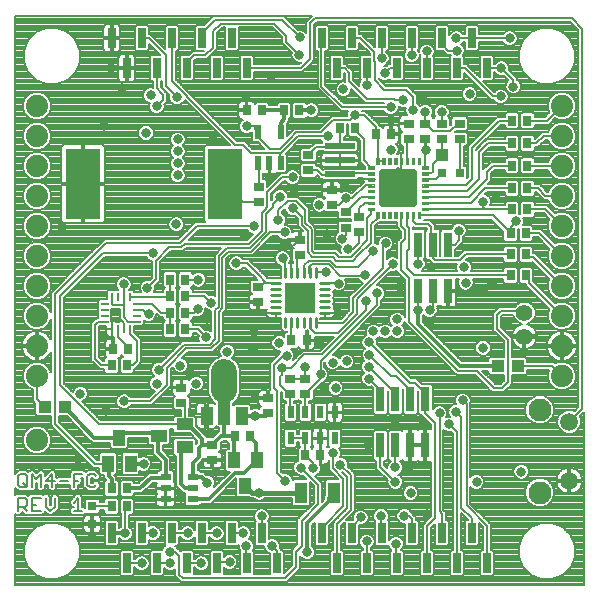
<source format=gtl>
G75*
G70*
%OFA0B0*%
%FSLAX24Y24*%
%IPPOS*%
%LPD*%
%AMOC8*
5,1,8,0,0,1.08239X$1,22.5*
%
%ADD10C,0.0070*%
%ADD11R,0.0276X0.0354*%
%ADD12C,0.0740*%
%ADD13R,0.0300X0.0830*%
%ADD14R,0.0354X0.0276*%
%ADD15C,0.0035*%
%ADD16C,0.0252*%
%ADD17C,0.0554*%
%ADD18R,0.0394X0.0394*%
%ADD19R,0.0315X0.0315*%
%ADD20R,0.0394X0.0709*%
%ADD21R,0.0984X0.0197*%
%ADD22R,0.0110X0.0256*%
%ADD23R,0.0256X0.0110*%
%ADD24C,0.0100*%
%ADD25R,0.1030X0.1030*%
%ADD26R,0.0236X0.0433*%
%ADD27R,0.0433X0.0394*%
%ADD28R,0.0394X0.0551*%
%ADD29R,0.0551X0.0394*%
%ADD30R,0.0354X0.0236*%
%ADD31R,0.0394X0.0591*%
%ADD32R,0.0394X0.0787*%
%ADD33C,0.0866*%
%ADD34C,0.0594*%
%ADD35C,0.0768*%
%ADD36R,0.1181X0.2362*%
%ADD37R,0.0217X0.0472*%
%ADD38R,0.0280X0.0670*%
%ADD39C,0.0320*%
%ADD40C,0.0120*%
%ADD41C,0.0080*%
%ADD42C,0.0060*%
%ADD43C,0.0310*%
%ADD44C,0.0160*%
D10*
X000935Y005625D02*
X000935Y006055D01*
X001150Y006055D01*
X001222Y005984D01*
X001222Y005840D01*
X001150Y005768D01*
X000935Y005768D01*
X001078Y005768D02*
X001222Y005625D01*
X001395Y005625D02*
X001682Y005625D01*
X001856Y005768D02*
X001999Y005625D01*
X002143Y005768D01*
X002143Y006055D01*
X001856Y006055D02*
X001856Y005768D01*
X001682Y006055D02*
X001395Y006055D01*
X001395Y005625D01*
X001395Y005840D02*
X001539Y005840D01*
X001682Y006425D02*
X001682Y006855D01*
X001539Y006712D01*
X001395Y006855D01*
X001395Y006425D01*
X001222Y006425D02*
X001078Y006568D01*
X001007Y006425D02*
X000935Y006497D01*
X000935Y006784D01*
X001007Y006855D01*
X001150Y006855D01*
X001222Y006784D01*
X001222Y006497D01*
X001150Y006425D01*
X001007Y006425D01*
X001856Y006640D02*
X002143Y006640D01*
X002316Y006640D02*
X002603Y006640D01*
X002777Y006640D02*
X002920Y006640D01*
X002777Y006425D02*
X002777Y006855D01*
X003063Y006855D01*
X003237Y006784D02*
X003237Y006497D01*
X003309Y006425D01*
X003452Y006425D01*
X003524Y006497D01*
X003524Y006784D02*
X003452Y006855D01*
X003309Y006855D01*
X003237Y006784D01*
X002920Y006055D02*
X002777Y005912D01*
X002920Y006055D02*
X002920Y005625D01*
X002777Y005625D02*
X003063Y005625D01*
X002071Y006425D02*
X002071Y006855D01*
X001856Y006640D01*
D11*
X004044Y006390D03*
X004556Y006390D03*
X004556Y005790D03*
X004044Y005790D03*
X008144Y008140D03*
X008656Y008140D03*
X010494Y007490D03*
X011006Y007490D03*
X010546Y011315D03*
X010034Y011315D03*
X006506Y011690D03*
X005994Y011690D03*
X005994Y012240D03*
X006506Y012240D03*
X006506Y012790D03*
X005994Y012790D03*
X005994Y013340D03*
X006506Y013340D03*
X004606Y011040D03*
X004094Y011040D03*
X004044Y010490D03*
X004556Y010490D03*
X011644Y018390D03*
X012156Y018390D03*
X012844Y018190D03*
X013356Y018190D03*
X010306Y018990D03*
X009794Y018990D03*
X009056Y018990D03*
X008544Y018990D03*
X017394Y018640D03*
X017906Y018640D03*
X017906Y017890D03*
X017394Y017890D03*
X017394Y017140D03*
X017906Y017140D03*
X017906Y016390D03*
X017394Y016390D03*
X017394Y015690D03*
X017906Y015690D03*
X017856Y014890D03*
X017344Y014890D03*
X017344Y014190D03*
X017856Y014190D03*
X017856Y013490D03*
X017344Y013490D03*
D12*
X019050Y013140D03*
X019050Y012140D03*
X019050Y011140D03*
X019050Y010140D03*
X019050Y014140D03*
X019050Y015140D03*
X019050Y016140D03*
X019050Y017140D03*
X019050Y018140D03*
X019050Y019140D03*
X001550Y019140D03*
X001550Y018140D03*
X001550Y017140D03*
X001550Y016140D03*
X001550Y015140D03*
X001550Y014140D03*
X001550Y013140D03*
X001550Y012140D03*
X001550Y011140D03*
X001550Y010140D03*
X001550Y007990D03*
D13*
X013000Y007825D03*
X013500Y007825D03*
X014000Y007825D03*
X014500Y007825D03*
X014500Y009355D03*
X014000Y009355D03*
X013500Y009355D03*
X013000Y009355D03*
X014250Y012975D03*
X014750Y012975D03*
X015250Y012975D03*
X015250Y014505D03*
X014750Y014505D03*
X014250Y014505D03*
D14*
X012300Y014914D03*
X011860Y015074D03*
X011860Y015586D03*
X012300Y015426D03*
X011380Y015824D03*
X011380Y016336D03*
X010600Y016984D03*
X010600Y017496D03*
X008950Y016446D03*
X008950Y015934D03*
X010320Y014676D03*
X010320Y014164D03*
X008930Y013106D03*
X008930Y012594D03*
X010000Y010046D03*
X010500Y010046D03*
X010500Y009534D03*
X010000Y009534D03*
X009250Y009396D03*
X009250Y008884D03*
X007400Y007846D03*
X007400Y007334D03*
X006370Y009234D03*
X006370Y009746D03*
X013950Y018034D03*
X013950Y018546D03*
X014500Y018546D03*
X014500Y018034D03*
X015050Y018034D03*
X015050Y018546D03*
X015650Y018546D03*
X015650Y018034D03*
D15*
X014607Y017121D02*
X014405Y017121D01*
X014607Y017121D02*
X014607Y017037D01*
X014405Y017037D01*
X014405Y017121D01*
X014405Y017071D02*
X014607Y017071D01*
X014607Y017105D02*
X014405Y017105D01*
X014247Y017195D02*
X014247Y017397D01*
X014331Y017397D01*
X014331Y017195D01*
X014247Y017195D01*
X014247Y017229D02*
X014331Y017229D01*
X014331Y017263D02*
X014247Y017263D01*
X014247Y017297D02*
X014331Y017297D01*
X014331Y017331D02*
X014247Y017331D01*
X014247Y017365D02*
X014331Y017365D01*
X014050Y017397D02*
X014050Y017195D01*
X014050Y017397D02*
X014134Y017397D01*
X014134Y017195D01*
X014050Y017195D01*
X014050Y017229D02*
X014134Y017229D01*
X014134Y017263D02*
X014050Y017263D01*
X014050Y017297D02*
X014134Y017297D01*
X014134Y017331D02*
X014050Y017331D01*
X014050Y017365D02*
X014134Y017365D01*
X013853Y017397D02*
X013853Y017195D01*
X013853Y017397D02*
X013937Y017397D01*
X013937Y017195D01*
X013853Y017195D01*
X013853Y017229D02*
X013937Y017229D01*
X013937Y017263D02*
X013853Y017263D01*
X013853Y017297D02*
X013937Y017297D01*
X013937Y017331D02*
X013853Y017331D01*
X013853Y017365D02*
X013937Y017365D01*
X013656Y017397D02*
X013656Y017195D01*
X013656Y017397D02*
X013740Y017397D01*
X013740Y017195D01*
X013656Y017195D01*
X013656Y017229D02*
X013740Y017229D01*
X013740Y017263D02*
X013656Y017263D01*
X013656Y017297D02*
X013740Y017297D01*
X013740Y017331D02*
X013656Y017331D01*
X013656Y017365D02*
X013740Y017365D01*
X013460Y017397D02*
X013460Y017195D01*
X013460Y017397D02*
X013544Y017397D01*
X013544Y017195D01*
X013460Y017195D01*
X013460Y017229D02*
X013544Y017229D01*
X013544Y017263D02*
X013460Y017263D01*
X013460Y017297D02*
X013544Y017297D01*
X013544Y017331D02*
X013460Y017331D01*
X013460Y017365D02*
X013544Y017365D01*
X013263Y017397D02*
X013263Y017195D01*
X013263Y017397D02*
X013347Y017397D01*
X013347Y017195D01*
X013263Y017195D01*
X013263Y017229D02*
X013347Y017229D01*
X013347Y017263D02*
X013263Y017263D01*
X013263Y017297D02*
X013347Y017297D01*
X013347Y017331D02*
X013263Y017331D01*
X013263Y017365D02*
X013347Y017365D01*
X013066Y017397D02*
X013066Y017195D01*
X013066Y017397D02*
X013150Y017397D01*
X013150Y017195D01*
X013066Y017195D01*
X013066Y017229D02*
X013150Y017229D01*
X013150Y017263D02*
X013066Y017263D01*
X013066Y017297D02*
X013150Y017297D01*
X013150Y017331D02*
X013066Y017331D01*
X013066Y017365D02*
X013150Y017365D01*
X012869Y017397D02*
X012869Y017195D01*
X012869Y017397D02*
X012953Y017397D01*
X012953Y017195D01*
X012869Y017195D01*
X012869Y017229D02*
X012953Y017229D01*
X012953Y017263D02*
X012869Y017263D01*
X012869Y017297D02*
X012953Y017297D01*
X012953Y017331D02*
X012869Y017331D01*
X012869Y017365D02*
X012953Y017365D01*
X012795Y017037D02*
X012593Y017037D01*
X012593Y017121D01*
X012795Y017121D01*
X012795Y017037D01*
X012795Y017071D02*
X012593Y017071D01*
X012593Y017105D02*
X012795Y017105D01*
X012795Y016840D02*
X012593Y016840D01*
X012593Y016924D01*
X012795Y016924D01*
X012795Y016840D01*
X012795Y016874D02*
X012593Y016874D01*
X012593Y016908D02*
X012795Y016908D01*
X012795Y016643D02*
X012593Y016643D01*
X012593Y016727D01*
X012795Y016727D01*
X012795Y016643D01*
X012795Y016677D02*
X012593Y016677D01*
X012593Y016711D02*
X012795Y016711D01*
X012795Y016446D02*
X012593Y016446D01*
X012593Y016530D01*
X012795Y016530D01*
X012795Y016446D01*
X012795Y016480D02*
X012593Y016480D01*
X012593Y016514D02*
X012795Y016514D01*
X012795Y016250D02*
X012593Y016250D01*
X012593Y016334D01*
X012795Y016334D01*
X012795Y016250D01*
X012795Y016284D02*
X012593Y016284D01*
X012593Y016318D02*
X012795Y016318D01*
X012795Y016053D02*
X012593Y016053D01*
X012593Y016137D01*
X012795Y016137D01*
X012795Y016053D01*
X012795Y016087D02*
X012593Y016087D01*
X012593Y016121D02*
X012795Y016121D01*
X012795Y015856D02*
X012593Y015856D01*
X012593Y015940D01*
X012795Y015940D01*
X012795Y015856D01*
X012795Y015890D02*
X012593Y015890D01*
X012593Y015924D02*
X012795Y015924D01*
X012795Y015659D02*
X012593Y015659D01*
X012593Y015743D01*
X012795Y015743D01*
X012795Y015659D01*
X012795Y015693D02*
X012593Y015693D01*
X012593Y015727D02*
X012795Y015727D01*
X012953Y015585D02*
X012953Y015383D01*
X012869Y015383D01*
X012869Y015585D01*
X012953Y015585D01*
X012953Y015417D02*
X012869Y015417D01*
X012869Y015451D02*
X012953Y015451D01*
X012953Y015485D02*
X012869Y015485D01*
X012869Y015519D02*
X012953Y015519D01*
X012953Y015553D02*
X012869Y015553D01*
X013150Y015585D02*
X013150Y015383D01*
X013066Y015383D01*
X013066Y015585D01*
X013150Y015585D01*
X013150Y015417D02*
X013066Y015417D01*
X013066Y015451D02*
X013150Y015451D01*
X013150Y015485D02*
X013066Y015485D01*
X013066Y015519D02*
X013150Y015519D01*
X013150Y015553D02*
X013066Y015553D01*
X013347Y015585D02*
X013347Y015383D01*
X013263Y015383D01*
X013263Y015585D01*
X013347Y015585D01*
X013347Y015417D02*
X013263Y015417D01*
X013263Y015451D02*
X013347Y015451D01*
X013347Y015485D02*
X013263Y015485D01*
X013263Y015519D02*
X013347Y015519D01*
X013347Y015553D02*
X013263Y015553D01*
X013544Y015585D02*
X013544Y015383D01*
X013460Y015383D01*
X013460Y015585D01*
X013544Y015585D01*
X013544Y015417D02*
X013460Y015417D01*
X013460Y015451D02*
X013544Y015451D01*
X013544Y015485D02*
X013460Y015485D01*
X013460Y015519D02*
X013544Y015519D01*
X013544Y015553D02*
X013460Y015553D01*
X013740Y015585D02*
X013740Y015383D01*
X013656Y015383D01*
X013656Y015585D01*
X013740Y015585D01*
X013740Y015417D02*
X013656Y015417D01*
X013656Y015451D02*
X013740Y015451D01*
X013740Y015485D02*
X013656Y015485D01*
X013656Y015519D02*
X013740Y015519D01*
X013740Y015553D02*
X013656Y015553D01*
X013937Y015585D02*
X013937Y015383D01*
X013853Y015383D01*
X013853Y015585D01*
X013937Y015585D01*
X013937Y015417D02*
X013853Y015417D01*
X013853Y015451D02*
X013937Y015451D01*
X013937Y015485D02*
X013853Y015485D01*
X013853Y015519D02*
X013937Y015519D01*
X013937Y015553D02*
X013853Y015553D01*
X014134Y015585D02*
X014134Y015383D01*
X014050Y015383D01*
X014050Y015585D01*
X014134Y015585D01*
X014134Y015417D02*
X014050Y015417D01*
X014050Y015451D02*
X014134Y015451D01*
X014134Y015485D02*
X014050Y015485D01*
X014050Y015519D02*
X014134Y015519D01*
X014134Y015553D02*
X014050Y015553D01*
X014331Y015585D02*
X014331Y015383D01*
X014247Y015383D01*
X014247Y015585D01*
X014331Y015585D01*
X014331Y015417D02*
X014247Y015417D01*
X014247Y015451D02*
X014331Y015451D01*
X014331Y015485D02*
X014247Y015485D01*
X014247Y015519D02*
X014331Y015519D01*
X014331Y015553D02*
X014247Y015553D01*
X014405Y015743D02*
X014607Y015743D01*
X014607Y015659D01*
X014405Y015659D01*
X014405Y015743D01*
X014405Y015693D02*
X014607Y015693D01*
X014607Y015727D02*
X014405Y015727D01*
X014405Y015940D02*
X014607Y015940D01*
X014607Y015856D01*
X014405Y015856D01*
X014405Y015940D01*
X014405Y015890D02*
X014607Y015890D01*
X014607Y015924D02*
X014405Y015924D01*
X014405Y016137D02*
X014607Y016137D01*
X014607Y016053D01*
X014405Y016053D01*
X014405Y016137D01*
X014405Y016087D02*
X014607Y016087D01*
X014607Y016121D02*
X014405Y016121D01*
X014405Y016334D02*
X014607Y016334D01*
X014607Y016250D01*
X014405Y016250D01*
X014405Y016334D01*
X014405Y016284D02*
X014607Y016284D01*
X014607Y016318D02*
X014405Y016318D01*
X014405Y016530D02*
X014607Y016530D01*
X014607Y016446D01*
X014405Y016446D01*
X014405Y016530D01*
X014405Y016480D02*
X014607Y016480D01*
X014607Y016514D02*
X014405Y016514D01*
X014405Y016727D02*
X014607Y016727D01*
X014607Y016643D01*
X014405Y016643D01*
X014405Y016727D01*
X014405Y016677D02*
X014607Y016677D01*
X014607Y016711D02*
X014405Y016711D01*
X014405Y016924D02*
X014607Y016924D01*
X014607Y016840D01*
X014405Y016840D01*
X014405Y016924D01*
X014405Y016874D02*
X014607Y016874D01*
X014607Y016908D02*
X014405Y016908D01*
D16*
X014104Y015886D02*
X013096Y015886D01*
X013096Y016894D01*
X014104Y016894D01*
X014104Y015886D01*
X014104Y016137D02*
X013096Y016137D01*
X013096Y016388D02*
X014104Y016388D01*
X014104Y016639D02*
X013096Y016639D01*
X013096Y016890D02*
X014104Y016890D01*
D17*
X017800Y012234D03*
X017800Y011446D03*
D18*
X015050Y017490D03*
D19*
X015055Y016890D03*
X015645Y016890D03*
X003400Y005785D03*
X003400Y005195D03*
D20*
X010349Y006240D03*
X011451Y006240D03*
D21*
X011650Y016848D03*
X011650Y017320D03*
X011650Y017792D03*
D22*
X004645Y012779D03*
X004448Y012779D03*
X004252Y012779D03*
X004055Y012779D03*
X004055Y011701D03*
X004252Y011701D03*
X004448Y011701D03*
X004645Y011701D03*
D23*
X004889Y011945D03*
X004889Y012142D03*
X004889Y012338D03*
X004889Y012535D03*
X003811Y012535D03*
X003811Y012338D03*
X003811Y012142D03*
X003811Y011945D03*
D24*
X009371Y012238D02*
X009671Y012238D01*
X009671Y012437D02*
X009371Y012437D01*
X009371Y012635D02*
X009671Y012635D01*
X009671Y012846D02*
X009371Y012846D01*
X009371Y013044D02*
X009671Y013044D01*
X009671Y013243D02*
X009371Y013243D01*
X009836Y013418D02*
X009836Y013718D01*
X010036Y013718D02*
X010036Y013418D01*
X010233Y013418D02*
X010233Y013718D01*
X010444Y013718D02*
X010444Y013418D01*
X010643Y013418D02*
X010643Y013718D01*
X010841Y013718D02*
X010841Y013418D01*
X011006Y013243D02*
X011306Y013243D01*
X011306Y013044D02*
X011006Y013044D01*
X011006Y012846D02*
X011306Y012846D01*
X011306Y012635D02*
X011006Y012635D01*
X011006Y012437D02*
X011306Y012437D01*
X011306Y012238D02*
X011006Y012238D01*
X010841Y012063D02*
X010841Y011763D01*
X010643Y011763D02*
X010643Y012063D01*
X010444Y012063D02*
X010444Y011763D01*
X010233Y011763D02*
X010233Y012063D01*
X010036Y012063D02*
X010036Y011763D01*
X009836Y011763D02*
X009836Y012063D01*
D25*
X010335Y012736D03*
D26*
X010504Y008923D03*
X010996Y008923D03*
X011488Y008923D03*
X011488Y008057D03*
X010996Y008057D03*
X010504Y008057D03*
X010012Y008057D03*
X010012Y008923D03*
D27*
X016915Y010465D03*
X017585Y010465D03*
X002485Y009090D03*
X001815Y009090D03*
D28*
X003926Y007207D03*
X004674Y007207D03*
X004300Y008073D03*
X008126Y007323D03*
X008874Y007323D03*
X008500Y006457D03*
D29*
X006483Y007766D03*
X006483Y008514D03*
X005617Y008140D03*
D30*
X005847Y006764D03*
X005847Y006390D03*
X005847Y006016D03*
X006753Y006016D03*
X006753Y006390D03*
X006753Y006764D03*
D31*
X007210Y008810D03*
X008390Y008810D03*
D32*
X007800Y008910D03*
D33*
X007800Y009665D02*
X007800Y010255D01*
D34*
X019300Y008609D03*
X019300Y006640D03*
D35*
X018316Y006246D03*
X018316Y009002D03*
D36*
X007812Y016540D03*
X003088Y016540D03*
D37*
X008926Y017228D03*
X009300Y017228D03*
X009674Y017228D03*
X009674Y018252D03*
X008926Y018252D03*
D38*
X008550Y020390D03*
X007550Y020390D03*
X006550Y020390D03*
X005550Y020390D03*
X004550Y020390D03*
X004050Y021390D03*
X005050Y021390D03*
X006050Y021390D03*
X007050Y021390D03*
X008050Y021390D03*
X011050Y021390D03*
X012050Y021390D03*
X013050Y021390D03*
X014050Y021390D03*
X015050Y021390D03*
X016050Y021390D03*
X015550Y020390D03*
X016550Y020390D03*
X014550Y020390D03*
X013550Y020390D03*
X012550Y020390D03*
X011550Y020390D03*
X011050Y004890D03*
X011550Y003890D03*
X012550Y003890D03*
X012050Y004890D03*
X013050Y004890D03*
X013550Y003890D03*
X014550Y003890D03*
X014050Y004890D03*
X015050Y004890D03*
X015550Y003890D03*
X016550Y003890D03*
X016050Y004890D03*
X009550Y003890D03*
X009050Y004890D03*
X008050Y004890D03*
X007550Y003890D03*
X008550Y003890D03*
X007050Y004890D03*
X006050Y004890D03*
X005550Y003890D03*
X006550Y003890D03*
X005050Y004890D03*
X004050Y004890D03*
X004550Y003890D03*
D39*
X005050Y003890D03*
X005990Y004270D03*
X006000Y003890D03*
X007030Y003890D03*
X007980Y003930D03*
X008540Y004450D03*
X008440Y004890D03*
X009050Y005460D03*
X008960Y006240D03*
X009820Y006640D03*
X010360Y007070D03*
X010760Y007050D03*
X011150Y007050D03*
X011670Y007180D03*
X011430Y007560D03*
X012575Y007815D03*
X013500Y007090D03*
X013930Y007040D03*
X013500Y006600D03*
X014010Y006230D03*
X013800Y005465D03*
X014570Y005540D03*
X013525Y004540D03*
X012550Y004615D03*
X012350Y005415D03*
X013025Y005465D03*
X010560Y004250D03*
X009400Y004460D03*
X007550Y004890D03*
X006575Y004890D03*
X005425Y004890D03*
X004490Y004890D03*
X006350Y006070D03*
X007240Y006570D03*
X007540Y006930D03*
X008840Y008810D03*
X008810Y009390D03*
X009730Y010400D03*
X009880Y010810D03*
X009630Y011230D03*
X008750Y010990D03*
X008780Y011610D03*
X007900Y010940D03*
X007200Y011420D03*
X007240Y012040D03*
X006910Y012360D03*
X007360Y012570D03*
X006930Y013340D03*
X008200Y013890D03*
X008500Y014790D03*
X008780Y015130D03*
X009600Y015330D03*
X009810Y014920D03*
X009820Y014520D03*
X009750Y014060D03*
X011190Y013590D03*
X011610Y013210D03*
X012500Y013490D03*
X012900Y012890D03*
X012540Y012630D03*
X012770Y011620D03*
X012630Y011260D03*
X012640Y010840D03*
X012625Y010440D03*
X012625Y010040D03*
X011880Y010620D03*
X011420Y010580D03*
X011010Y010190D03*
X011110Y009760D03*
X011510Y009730D03*
X010500Y010420D03*
X010950Y011230D03*
X011580Y012230D03*
X013160Y011620D03*
X013560Y011620D03*
X013560Y012020D03*
X014250Y012340D03*
X014650Y012330D03*
X014660Y011940D03*
X013650Y013100D03*
X013410Y013860D03*
X013180Y014550D03*
X013500Y014810D03*
X012770Y014300D03*
X011930Y014360D03*
X011740Y014710D03*
X011220Y014880D03*
X010970Y015840D03*
X010080Y015730D03*
X009660Y016100D03*
X010130Y016370D03*
X010080Y016760D03*
X009310Y016730D03*
X008550Y018450D03*
X008540Y019460D03*
X009370Y020100D03*
X010300Y020840D03*
X010320Y021420D03*
X011770Y019690D03*
X012550Y019820D03*
X013150Y020220D03*
X013050Y020730D03*
X014050Y020820D03*
X014550Y020950D03*
X015530Y021390D03*
X015550Y020970D03*
X015980Y019530D03*
X017020Y019450D03*
X017430Y019780D03*
X017040Y020390D03*
X017320Y021390D03*
X015050Y018930D03*
X014500Y018940D03*
X014090Y019000D03*
X013770Y019330D03*
X013350Y019090D03*
X013350Y018650D03*
X014380Y019390D03*
X014510Y017650D03*
X013350Y017670D03*
X012150Y018830D03*
X011260Y018120D03*
X010700Y018990D03*
X011810Y016450D03*
X011850Y016050D03*
X014250Y013865D03*
X014680Y013770D03*
X015800Y013760D03*
X015850Y013240D03*
X016730Y013190D03*
X017240Y011850D03*
X016425Y011065D03*
X016900Y010020D03*
X015750Y009315D03*
X015525Y008940D03*
X015300Y008515D03*
X014975Y008890D03*
X014420Y008540D03*
X013500Y008665D03*
X016210Y006600D03*
X017700Y006940D03*
X015620Y014970D03*
X016425Y015940D03*
X016870Y016050D03*
X017540Y015290D03*
X007420Y018000D03*
X006250Y018015D03*
X006250Y017615D03*
X006250Y017215D03*
X006250Y016815D03*
X005190Y018230D03*
X005550Y019115D03*
X005350Y019490D03*
X006225Y019415D03*
X004400Y019720D03*
X004040Y020410D03*
X003780Y018450D03*
X006200Y015190D03*
X005420Y014230D03*
X004450Y013190D03*
X005240Y013070D03*
X005280Y012200D03*
X003800Y011440D03*
X003000Y009540D03*
X003850Y008960D03*
X004460Y009290D03*
X005550Y009880D03*
X005620Y010340D03*
X006340Y010480D03*
X006650Y010220D03*
X006870Y009880D03*
X005110Y007200D03*
X002930Y007370D03*
X002400Y015100D03*
D40*
X002500Y009090D02*
X002485Y009090D01*
X002500Y009090D02*
X003467Y008073D01*
X004300Y008073D01*
X004463Y008233D01*
X005510Y008230D01*
X005617Y008140D01*
X005600Y008123D01*
X005600Y007590D01*
X005847Y007343D01*
X005847Y006764D01*
X005823Y006740D01*
X005350Y006740D01*
X005000Y006390D01*
X004556Y006390D01*
X004044Y006390D02*
X004044Y006696D01*
X003950Y006790D01*
X003950Y007183D01*
X003926Y007207D01*
X004674Y007207D02*
X005103Y007207D01*
X005110Y007200D01*
X006350Y007633D02*
X006350Y006540D01*
X006500Y006390D01*
X006753Y006390D01*
X006753Y006764D02*
X007046Y006764D01*
X007240Y006570D01*
X006753Y006764D02*
X006753Y007243D01*
X006950Y007440D01*
X006950Y007740D01*
X007050Y007840D01*
X007050Y008040D01*
X006576Y008514D01*
X006483Y008514D01*
X006483Y007766D02*
X006350Y007633D01*
X007050Y007840D02*
X007394Y007840D01*
X007400Y007846D01*
X007694Y008140D01*
X007750Y008140D01*
X007800Y008190D01*
X007800Y008910D01*
X008390Y008810D02*
X008900Y008810D01*
X009176Y008810D01*
X008656Y008140D02*
X008656Y008084D01*
X008850Y007890D01*
X008850Y007347D01*
X008874Y007323D01*
X008441Y006890D01*
X008150Y006890D01*
X007276Y006016D01*
X006753Y006016D01*
X008126Y007323D02*
X008126Y008122D01*
X008144Y008140D01*
X007750Y008140D01*
X008840Y006240D02*
X008960Y006240D01*
X010560Y005220D02*
X011100Y005760D01*
X011290Y005950D01*
X011290Y006079D01*
X011451Y006240D01*
X010560Y005220D02*
X010560Y004250D01*
X004490Y004890D02*
X004050Y004890D01*
X014250Y011870D02*
X014250Y012340D01*
X014250Y011870D02*
X015655Y010465D01*
X016915Y010465D01*
X009674Y018252D02*
X009674Y018564D01*
X009800Y018690D01*
X009800Y018984D01*
X009794Y018990D01*
X009056Y018990D01*
X010306Y018990D02*
X010700Y018990D01*
D41*
X000840Y005529D02*
X000840Y003180D01*
X019800Y003180D01*
X019800Y008925D01*
X019658Y008782D01*
X019697Y008687D01*
X019697Y008530D01*
X019636Y008384D01*
X019525Y008272D01*
X019379Y008212D01*
X019221Y008212D01*
X019075Y008272D01*
X018964Y008384D01*
X018903Y008530D01*
X018903Y008687D01*
X018964Y008833D01*
X019075Y008945D01*
X019221Y009005D01*
X019379Y009005D01*
X019474Y008966D01*
X019600Y009092D01*
X019600Y021656D01*
X019326Y021930D01*
X010894Y021930D01*
X010800Y021836D01*
X010800Y020656D01*
X010724Y020580D01*
X010404Y020260D01*
X008790Y020260D01*
X008790Y020014D01*
X008731Y019955D01*
X008369Y019955D01*
X008310Y020014D01*
X008310Y020766D01*
X008369Y020825D01*
X008731Y020825D01*
X008790Y020766D01*
X008790Y020520D01*
X010296Y020520D01*
X010359Y020583D01*
X010352Y020580D01*
X010248Y020580D01*
X010153Y020620D01*
X010080Y020693D01*
X010040Y020788D01*
X008768Y020788D01*
X008790Y020710D02*
X010073Y020710D01*
X010040Y020788D02*
X010040Y020892D01*
X010047Y020909D01*
X009730Y021226D01*
X009730Y021426D01*
X009406Y021750D01*
X008290Y021750D01*
X008290Y021014D01*
X008231Y020955D01*
X007869Y020955D01*
X007810Y021014D01*
X007810Y021750D01*
X007744Y021750D01*
X007560Y021566D01*
X007560Y021026D01*
X007484Y020950D01*
X007224Y020690D01*
X006844Y020690D01*
X006790Y020636D01*
X006790Y020014D01*
X006731Y019955D01*
X006369Y019955D01*
X006310Y020014D01*
X006310Y020766D01*
X006369Y020825D01*
X006611Y020825D01*
X006660Y020874D01*
X006736Y020950D01*
X007116Y020950D01*
X007121Y020955D01*
X006869Y020955D01*
X006810Y021014D01*
X006810Y021766D01*
X006869Y021825D01*
X007111Y021825D01*
X007350Y022064D01*
X007426Y022140D01*
X009784Y022140D01*
X010251Y021673D01*
X010268Y021680D01*
X010372Y021680D01*
X010467Y021640D01*
X010540Y021568D01*
X010540Y021944D01*
X010710Y022114D01*
X010736Y022140D01*
X000840Y022140D01*
X000840Y006880D01*
X000872Y006911D01*
X000951Y006990D01*
X001206Y006990D01*
X001273Y006924D01*
X001339Y006990D01*
X001451Y006990D01*
X001539Y006903D01*
X001547Y006911D01*
X001626Y006990D01*
X001738Y006990D01*
X001817Y006911D01*
X001817Y006793D01*
X002015Y006990D01*
X002127Y006990D01*
X002206Y006911D01*
X002206Y006768D01*
X002229Y006744D01*
X002260Y006775D01*
X002642Y006775D01*
X002642Y006911D01*
X002721Y006990D01*
X003119Y006990D01*
X003186Y006924D01*
X003253Y006990D01*
X003508Y006990D01*
X003587Y006911D01*
X003659Y006840D01*
X003659Y006728D01*
X003580Y006649D01*
X003468Y006649D01*
X003396Y006720D01*
X003372Y006720D01*
X003372Y006560D01*
X003396Y006560D01*
X003468Y006632D01*
X003580Y006632D01*
X003659Y006553D01*
X003659Y006441D01*
X003508Y006290D01*
X003253Y006290D01*
X003174Y006369D01*
X003102Y006441D01*
X003102Y006720D01*
X003031Y006720D01*
X003055Y006696D01*
X003055Y006584D01*
X002976Y006505D01*
X002912Y006505D01*
X002912Y006369D01*
X002832Y006290D01*
X002721Y006290D01*
X002642Y006369D01*
X002642Y006505D01*
X002260Y006505D01*
X002229Y006536D01*
X002206Y006513D01*
X002206Y006369D01*
X002127Y006290D01*
X002015Y006290D01*
X001936Y006369D01*
X001936Y006505D01*
X001817Y006505D01*
X001817Y006369D01*
X001738Y006290D01*
X001626Y006290D01*
X001547Y006369D01*
X001547Y006577D01*
X001530Y006577D01*
X001530Y006369D01*
X001451Y006290D01*
X001339Y006290D01*
X001309Y006321D01*
X001278Y006290D01*
X000951Y006290D01*
X000840Y006401D01*
X000840Y006151D01*
X000879Y006190D01*
X001206Y006190D01*
X001273Y006124D01*
X001339Y006190D01*
X001738Y006190D01*
X001769Y006160D01*
X001800Y006190D01*
X001912Y006190D01*
X001991Y006111D01*
X001991Y005824D01*
X001999Y005816D01*
X002008Y005824D01*
X002008Y006111D01*
X002087Y006190D01*
X002199Y006190D01*
X002278Y006111D01*
X002278Y005713D01*
X002055Y005490D01*
X001943Y005490D01*
X001864Y005569D01*
X001817Y005616D01*
X001817Y005569D01*
X001738Y005490D01*
X001339Y005490D01*
X001309Y005521D01*
X001278Y005490D01*
X001166Y005490D01*
X001070Y005586D01*
X001070Y005569D01*
X000991Y005490D01*
X000879Y005490D01*
X000840Y005529D01*
X000840Y005481D02*
X003185Y005481D01*
X003188Y005483D02*
X003157Y005464D01*
X003130Y005438D01*
X003112Y005406D01*
X003103Y005371D01*
X003103Y005233D01*
X003361Y005233D01*
X003361Y005156D01*
X003103Y005156D01*
X003103Y005019D01*
X003112Y004983D01*
X003130Y004951D01*
X003157Y004925D01*
X003188Y004907D01*
X003224Y004897D01*
X003361Y004897D01*
X003361Y005156D01*
X003439Y005156D01*
X003439Y005233D01*
X003697Y005233D01*
X003697Y005371D01*
X003688Y005406D01*
X003670Y005438D01*
X003643Y005464D01*
X003612Y005483D01*
X003576Y005492D01*
X003439Y005492D01*
X003439Y005233D01*
X003361Y005233D01*
X003361Y005492D01*
X003224Y005492D01*
X003188Y005483D01*
X003201Y005528D02*
X003599Y005528D01*
X003657Y005586D01*
X003657Y005650D01*
X003806Y005650D01*
X003806Y005571D01*
X003865Y005513D01*
X004223Y005513D01*
X004282Y005571D01*
X004282Y006009D01*
X004223Y006067D01*
X003865Y006067D01*
X003806Y006009D01*
X003806Y005930D01*
X003657Y005930D01*
X003657Y005984D01*
X003599Y006043D01*
X003201Y006043D01*
X003143Y005984D01*
X003143Y005737D01*
X003119Y005760D01*
X003055Y005760D01*
X003055Y006111D01*
X002977Y006189D01*
X002976Y006190D01*
X002864Y006190D01*
X002642Y005968D01*
X002642Y005856D01*
X002721Y005777D01*
X002785Y005777D01*
X002785Y005760D01*
X002721Y005760D01*
X002642Y005681D01*
X002642Y005569D01*
X002721Y005490D01*
X003119Y005490D01*
X003179Y005550D01*
X003201Y005528D01*
X003111Y005402D02*
X000840Y005402D01*
X000840Y005324D02*
X003103Y005324D01*
X003103Y005245D02*
X000840Y005245D01*
X000840Y005167D02*
X001710Y005167D01*
X001863Y005230D02*
X001518Y005087D01*
X001253Y004822D01*
X001110Y004477D01*
X001110Y004103D01*
X001253Y003758D01*
X001518Y003493D01*
X001863Y003350D01*
X002237Y003350D01*
X002582Y003493D01*
X002847Y003758D01*
X002990Y004103D01*
X002990Y004477D01*
X002847Y004822D01*
X002582Y005087D01*
X002237Y005230D01*
X001863Y005230D01*
X001874Y005559D02*
X001807Y005559D01*
X002124Y005559D02*
X002652Y005559D01*
X002642Y005638D02*
X002203Y005638D01*
X002278Y005716D02*
X002677Y005716D01*
X002703Y005795D02*
X002278Y005795D01*
X002278Y005873D02*
X002642Y005873D01*
X002642Y005952D02*
X002278Y005952D01*
X002278Y006030D02*
X002704Y006030D01*
X002782Y006109D02*
X002278Y006109D01*
X002202Y006187D02*
X002861Y006187D01*
X002979Y006187D02*
X003806Y006187D01*
X003806Y006171D02*
X003865Y006113D01*
X004223Y006113D01*
X004282Y006171D01*
X004282Y006609D01*
X004223Y006667D01*
X004204Y006667D01*
X004204Y006762D01*
X004135Y006831D01*
X004164Y006831D01*
X004223Y006890D01*
X004223Y007524D01*
X004164Y007583D01*
X003688Y007583D01*
X003629Y007524D01*
X003629Y007347D01*
X003541Y007347D01*
X002290Y008598D01*
X002290Y008793D01*
X002561Y008793D01*
X003307Y008009D01*
X003307Y008007D01*
X003352Y007961D01*
X003397Y007915D01*
X003399Y007915D01*
X003401Y007913D01*
X003465Y007913D01*
X003529Y007911D01*
X003531Y007913D01*
X004003Y007913D01*
X004003Y007756D01*
X004062Y007697D01*
X004538Y007697D01*
X004597Y007756D01*
X004597Y008073D01*
X005241Y008071D01*
X005241Y007902D01*
X005300Y007843D01*
X005440Y007843D01*
X005440Y007524D01*
X005534Y007430D01*
X005687Y007276D01*
X005687Y006982D01*
X005629Y006982D01*
X005570Y006924D01*
X005570Y006900D01*
X005284Y006900D01*
X005190Y006806D01*
X004934Y006550D01*
X004794Y006550D01*
X004794Y006609D01*
X004735Y006667D01*
X004377Y006667D01*
X004318Y006609D01*
X004318Y006171D01*
X004377Y006113D01*
X004735Y006113D01*
X004794Y006171D01*
X004794Y006230D01*
X005066Y006230D01*
X005416Y006580D01*
X005550Y006580D01*
X005540Y006562D01*
X005530Y006527D01*
X005530Y006409D01*
X005828Y006409D01*
X005828Y006371D01*
X005530Y006371D01*
X005530Y006253D01*
X005540Y006218D01*
X005548Y006203D01*
X005540Y006188D01*
X005530Y006153D01*
X005530Y006035D01*
X005828Y006035D01*
X005828Y005997D01*
X005530Y005997D01*
X005530Y005879D01*
X005540Y005844D01*
X005558Y005812D01*
X005584Y005786D01*
X005616Y005767D01*
X005652Y005758D01*
X005828Y005758D01*
X005828Y005997D01*
X005866Y005997D01*
X005866Y005758D01*
X006043Y005758D01*
X006078Y005767D01*
X006110Y005786D01*
X006136Y005812D01*
X006155Y005844D01*
X006164Y005879D01*
X006164Y005997D01*
X005866Y005997D01*
X005866Y006035D01*
X005828Y006035D01*
X005828Y006274D01*
X005828Y006371D01*
X005866Y006371D01*
X005866Y006035D01*
X006164Y006035D01*
X006164Y006153D01*
X006155Y006188D01*
X006146Y006203D01*
X006155Y006218D01*
X006164Y006253D01*
X006164Y006371D01*
X005866Y006371D01*
X005866Y006409D01*
X006164Y006409D01*
X006164Y006527D01*
X006155Y006562D01*
X006136Y006594D01*
X006124Y006606D01*
X006124Y006924D01*
X006066Y006982D01*
X006007Y006982D01*
X006007Y007409D01*
X005760Y007656D01*
X005760Y007843D01*
X005934Y007843D01*
X005993Y007902D01*
X005993Y008378D01*
X005991Y008380D01*
X006107Y008380D01*
X006107Y008276D01*
X006166Y008217D01*
X006647Y008217D01*
X006890Y007974D01*
X006890Y007906D01*
X006859Y007875D01*
X006859Y008004D01*
X006800Y008063D01*
X006166Y008063D01*
X006107Y008004D01*
X006107Y007528D01*
X006166Y007469D01*
X006190Y007469D01*
X006190Y006474D01*
X006284Y006380D01*
X006434Y006230D01*
X006476Y006230D01*
X006503Y006203D01*
X006476Y006176D01*
X006476Y005856D01*
X006534Y005798D01*
X006971Y005798D01*
X007029Y005856D01*
X007342Y005856D01*
X008203Y006717D01*
X008203Y006140D01*
X008262Y006081D01*
X008621Y006081D01*
X008642Y006060D01*
X008772Y006060D01*
X008813Y006020D01*
X008908Y005980D01*
X009012Y005980D01*
X009107Y006020D01*
X009148Y006060D01*
X010052Y006060D01*
X010052Y005844D01*
X010111Y005786D01*
X010587Y005786D01*
X010646Y005844D01*
X010646Y006586D01*
X010780Y006452D01*
X010780Y005908D01*
X010240Y005368D01*
X010240Y004528D01*
X010132Y004420D01*
X010050Y004338D01*
X010050Y003818D01*
X009790Y003558D01*
X009790Y004266D01*
X009731Y004325D01*
X009680Y004325D01*
X009680Y004364D01*
X009653Y004391D01*
X009660Y004408D01*
X009660Y004512D01*
X009620Y004607D01*
X009547Y004680D01*
X009452Y004720D01*
X009348Y004720D01*
X009290Y004696D01*
X009290Y005266D01*
X009257Y005299D01*
X009270Y005313D01*
X009310Y005408D01*
X009310Y005512D01*
X009270Y005607D01*
X009197Y005680D01*
X009102Y005720D01*
X008998Y005720D01*
X008903Y005680D01*
X008830Y005607D01*
X008790Y005512D01*
X008790Y005408D01*
X008830Y005313D01*
X008843Y005299D01*
X008810Y005266D01*
X008810Y004514D01*
X008869Y004455D01*
X009140Y004455D01*
X009140Y004408D01*
X009180Y004313D01*
X009253Y004240D01*
X009310Y004216D01*
X009310Y003530D01*
X008790Y003530D01*
X008790Y004266D01*
X008757Y004299D01*
X008760Y004303D01*
X008800Y004398D01*
X008800Y004502D01*
X008760Y004597D01*
X008687Y004670D01*
X008617Y004699D01*
X008660Y004743D01*
X008700Y004838D01*
X008700Y004942D01*
X008660Y005037D01*
X008587Y005110D01*
X008492Y005150D01*
X008388Y005150D01*
X008293Y005110D01*
X008290Y005108D01*
X008290Y005266D01*
X008231Y005325D01*
X007869Y005325D01*
X007810Y005266D01*
X007810Y004514D01*
X007869Y004455D01*
X008231Y004455D01*
X008281Y004505D01*
X008280Y004502D01*
X008280Y004398D01*
X008320Y004303D01*
X008333Y004289D01*
X008310Y004266D01*
X008310Y003530D01*
X007790Y003530D01*
X007790Y003752D01*
X007833Y003710D01*
X007928Y003670D01*
X008032Y003670D01*
X008127Y003710D01*
X008200Y003783D01*
X008240Y003878D01*
X008240Y003982D01*
X008200Y004077D01*
X008127Y004150D01*
X008032Y004190D01*
X007928Y004190D01*
X007833Y004150D01*
X007790Y004108D01*
X007790Y004266D01*
X007731Y004325D01*
X007369Y004325D01*
X007310Y004266D01*
X007310Y003530D01*
X006790Y003530D01*
X006790Y003760D01*
X006802Y003760D01*
X006810Y003743D01*
X006883Y003670D01*
X006978Y003630D01*
X007082Y003630D01*
X007177Y003670D01*
X007250Y003743D01*
X007290Y003838D01*
X007290Y003942D01*
X007250Y004037D01*
X007177Y004110D01*
X007082Y004150D01*
X006978Y004150D01*
X006883Y004110D01*
X006810Y004037D01*
X006802Y004020D01*
X006790Y004020D01*
X006790Y004266D01*
X006731Y004325D01*
X006369Y004325D01*
X006341Y004297D01*
X006228Y004410D01*
X006213Y004410D01*
X006210Y004417D01*
X006173Y004455D01*
X006231Y004455D01*
X006290Y004514D01*
X006290Y004760D01*
X006347Y004760D01*
X006355Y004743D01*
X006428Y004670D01*
X006523Y004630D01*
X006627Y004630D01*
X006722Y004670D01*
X006795Y004743D01*
X006810Y004778D01*
X006810Y004514D01*
X006869Y004455D01*
X007231Y004455D01*
X007290Y004514D01*
X007290Y004760D01*
X007322Y004760D01*
X007330Y004743D01*
X007403Y004670D01*
X007498Y004630D01*
X007602Y004630D01*
X007697Y004670D01*
X007770Y004743D01*
X007810Y004838D01*
X007810Y004942D01*
X007770Y005037D01*
X007697Y005110D01*
X007602Y005150D01*
X007498Y005150D01*
X007403Y005110D01*
X007330Y005037D01*
X007322Y005020D01*
X007290Y005020D01*
X007290Y005266D01*
X007231Y005325D01*
X006869Y005325D01*
X006810Y005266D01*
X006810Y005002D01*
X006795Y005037D01*
X006722Y005110D01*
X006627Y005150D01*
X006523Y005150D01*
X006428Y005110D01*
X006355Y005037D01*
X006347Y005020D01*
X006290Y005020D01*
X006290Y005266D01*
X006231Y005325D01*
X005869Y005325D01*
X005810Y005266D01*
X005810Y004514D01*
X005838Y004486D01*
X005770Y004417D01*
X005731Y004325D01*
X005369Y004325D01*
X005310Y004266D01*
X005310Y003514D01*
X005369Y003455D01*
X005731Y003455D01*
X005790Y003514D01*
X005790Y003732D01*
X005853Y003670D01*
X005948Y003630D01*
X006052Y003630D01*
X006147Y003670D01*
X006160Y003682D01*
X006160Y003452D01*
X006280Y003332D01*
X006362Y003250D01*
X009878Y003250D01*
X010248Y003620D01*
X010330Y003702D01*
X010330Y004126D01*
X010340Y004103D01*
X010413Y004030D01*
X010508Y003990D01*
X010612Y003990D01*
X010707Y004030D01*
X010780Y004103D01*
X010820Y004198D01*
X010820Y004302D01*
X010780Y004397D01*
X010720Y004458D01*
X010720Y005154D01*
X010810Y005244D01*
X010810Y004514D01*
X010869Y004455D01*
X011231Y004455D01*
X011290Y004514D01*
X011290Y005126D01*
X011900Y005736D01*
X011900Y006764D01*
X011824Y006840D01*
X011737Y006926D01*
X011739Y006927D01*
X011900Y006766D01*
X011900Y005724D01*
X011496Y005320D01*
X011420Y005244D01*
X011420Y004325D01*
X011369Y004325D01*
X011310Y004266D01*
X011310Y003514D01*
X011369Y003455D01*
X011731Y003455D01*
X011790Y003514D01*
X011790Y004266D01*
X011731Y004325D01*
X011680Y004325D01*
X011680Y005136D01*
X011810Y005266D01*
X011810Y004514D01*
X011869Y004455D01*
X012231Y004455D01*
X012290Y004514D01*
X012290Y005158D01*
X012298Y005155D01*
X012402Y005155D01*
X012497Y005195D01*
X012570Y005268D01*
X012610Y005363D01*
X012610Y005467D01*
X012570Y005562D01*
X012497Y005635D01*
X012402Y005675D01*
X012298Y005675D01*
X012203Y005635D01*
X012130Y005562D01*
X012090Y005467D01*
X012090Y005363D01*
X012097Y005346D01*
X012076Y005325D01*
X011869Y005325D01*
X012160Y005616D01*
X012160Y006874D01*
X012084Y006950D01*
X011923Y007111D01*
X011930Y007128D01*
X011930Y007232D01*
X011890Y007327D01*
X011817Y007400D01*
X011722Y007440D01*
X011662Y007440D01*
X011690Y007508D01*
X011690Y007612D01*
X011650Y007707D01*
X011617Y007740D01*
X011648Y007740D01*
X011706Y007799D01*
X011706Y008315D01*
X011648Y008373D01*
X011329Y008373D01*
X011270Y008315D01*
X011270Y007799D01*
X011287Y007782D01*
X011283Y007780D01*
X011256Y007753D01*
X011237Y007772D01*
X011245Y007786D01*
X011254Y007822D01*
X011254Y008038D01*
X011015Y008038D01*
X011015Y008076D01*
X010977Y008076D01*
X010977Y008413D01*
X010860Y008413D01*
X010824Y008404D01*
X010792Y008385D01*
X009700Y008385D01*
X009700Y008307D02*
X009794Y008307D01*
X009794Y008315D02*
X009794Y007799D01*
X009852Y007740D01*
X010171Y007740D01*
X010230Y007799D01*
X010230Y007917D01*
X010286Y007917D01*
X010286Y007799D01*
X010318Y007767D01*
X010315Y007767D01*
X010256Y007709D01*
X010256Y007308D01*
X010213Y007290D01*
X010140Y007217D01*
X010100Y007122D01*
X010100Y007018D01*
X010140Y006923D01*
X010213Y006850D01*
X010308Y006810D01*
X010412Y006810D01*
X010419Y006813D01*
X010538Y006694D01*
X010111Y006694D01*
X010080Y006664D01*
X010080Y006692D01*
X010040Y006787D01*
X009967Y006860D01*
X009872Y006900D01*
X009768Y006900D01*
X009751Y006893D01*
X009700Y006944D01*
X009700Y009606D01*
X009723Y009583D01*
X009723Y009355D01*
X009781Y009296D01*
X009870Y009296D01*
X009870Y009240D01*
X009852Y009240D01*
X009794Y009181D01*
X009794Y008665D01*
X009852Y008607D01*
X010171Y008607D01*
X010230Y008665D01*
X010230Y009181D01*
X010171Y009240D01*
X010130Y009240D01*
X010130Y009296D01*
X010219Y009296D01*
X010250Y009328D01*
X010281Y009296D01*
X010370Y009296D01*
X010370Y009240D01*
X010344Y009240D01*
X010286Y009181D01*
X010286Y008665D01*
X010344Y008607D01*
X010663Y008607D01*
X010722Y008665D01*
X010722Y009181D01*
X010663Y009240D01*
X010630Y009240D01*
X010630Y009296D01*
X010719Y009296D01*
X010777Y009355D01*
X010777Y009633D01*
X011082Y009939D01*
X011157Y009970D01*
X011230Y010043D01*
X011270Y010138D01*
X011270Y010242D01*
X011230Y010337D01*
X011157Y010410D01*
X011140Y010418D01*
X011140Y010566D01*
X011160Y010586D01*
X011160Y010528D01*
X011200Y010433D01*
X011273Y010360D01*
X011368Y010320D01*
X011472Y010320D01*
X011567Y010360D01*
X011640Y010433D01*
X011658Y010476D01*
X011660Y010473D01*
X011733Y010400D01*
X011828Y010360D01*
X011932Y010360D01*
X012027Y010400D01*
X012100Y010473D01*
X012140Y010568D01*
X012140Y010672D01*
X012100Y010767D01*
X012027Y010840D01*
X011932Y010880D01*
X011828Y010880D01*
X011733Y010840D01*
X011660Y010767D01*
X011642Y010724D01*
X011640Y010727D01*
X011567Y010800D01*
X011472Y010840D01*
X011414Y010840D01*
X013030Y012456D01*
X013030Y012662D01*
X013047Y012670D01*
X013120Y012743D01*
X013160Y012838D01*
X013160Y012942D01*
X013120Y013037D01*
X013047Y013110D01*
X012952Y013150D01*
X012879Y013150D01*
X013340Y013608D01*
X013358Y013600D01*
X013462Y013600D01*
X013557Y013640D01*
X013560Y013642D01*
X013560Y013596D01*
X013810Y013346D01*
X013810Y012096D01*
X013780Y012167D01*
X013707Y012240D01*
X013612Y012280D01*
X013508Y012280D01*
X013413Y012240D01*
X013340Y012167D01*
X013300Y012072D01*
X013300Y011968D01*
X013340Y011873D01*
X013392Y011820D01*
X013360Y011788D01*
X013307Y011840D01*
X013212Y011880D01*
X013108Y011880D01*
X013013Y011840D01*
X012965Y011793D01*
X012917Y011840D01*
X012822Y011880D01*
X012718Y011880D01*
X012623Y011840D01*
X012550Y011767D01*
X012510Y011672D01*
X012510Y011568D01*
X012537Y011503D01*
X012483Y011480D01*
X012410Y011407D01*
X012370Y011312D01*
X012370Y011208D01*
X012410Y011113D01*
X012477Y011045D01*
X012420Y010987D01*
X012380Y010892D01*
X012380Y010788D01*
X012420Y010693D01*
X012465Y010647D01*
X012405Y010587D01*
X012365Y010492D01*
X012365Y010388D01*
X012405Y010293D01*
X012457Y010240D01*
X012405Y010187D01*
X012365Y010092D01*
X012365Y009988D01*
X012405Y009893D01*
X012478Y009820D01*
X012573Y009780D01*
X012677Y009780D01*
X012684Y009783D01*
X012750Y009717D01*
X012750Y008899D01*
X012809Y008840D01*
X013191Y008840D01*
X013250Y008899D01*
X013309Y008840D01*
X013691Y008840D01*
X013750Y008899D01*
X013809Y008840D01*
X014191Y008840D01*
X014250Y008899D01*
X014309Y008840D01*
X014360Y008840D01*
X014360Y008832D01*
X014700Y008492D01*
X014700Y008372D01*
X014668Y008380D01*
X014535Y008380D01*
X014535Y007860D01*
X014465Y007860D01*
X014465Y008380D01*
X014332Y008380D01*
X014296Y008370D01*
X014264Y008352D01*
X014250Y008338D01*
X014236Y008352D01*
X014204Y008370D01*
X014168Y008380D01*
X014035Y008380D01*
X014035Y007860D01*
X013965Y007860D01*
X013965Y008380D01*
X013832Y008380D01*
X013796Y008370D01*
X013764Y008352D01*
X013738Y008326D01*
X013726Y008305D01*
X013691Y008340D01*
X013309Y008340D01*
X013250Y008281D01*
X013191Y008340D01*
X012809Y008340D01*
X012750Y008281D01*
X012750Y007369D01*
X012809Y007310D01*
X012860Y007310D01*
X012860Y007042D01*
X013243Y006659D01*
X013240Y006652D01*
X013240Y006548D01*
X013280Y006453D01*
X013353Y006380D01*
X013448Y006340D01*
X013552Y006340D01*
X013647Y006380D01*
X013720Y006453D01*
X013760Y006548D01*
X013760Y006652D01*
X013720Y006747D01*
X013647Y006820D01*
X013588Y006845D01*
X013647Y006870D01*
X013720Y006943D01*
X013760Y007038D01*
X013760Y007142D01*
X013720Y007237D01*
X013648Y007310D01*
X013691Y007310D01*
X013726Y007345D01*
X013738Y007324D01*
X013764Y007298D01*
X013796Y007280D01*
X013832Y007270D01*
X013965Y007270D01*
X013965Y007790D01*
X014035Y007790D01*
X014035Y007860D01*
X014465Y007860D01*
X014465Y007790D01*
X014535Y007790D01*
X014535Y007270D01*
X014668Y007270D01*
X014700Y007278D01*
X014700Y005468D01*
X014492Y005260D01*
X014410Y005178D01*
X014410Y004325D01*
X014369Y004325D01*
X014310Y004266D01*
X014310Y003514D01*
X014369Y003455D01*
X014731Y003455D01*
X014790Y003514D01*
X014790Y004266D01*
X014731Y004325D01*
X014690Y004325D01*
X014690Y005062D01*
X014810Y005182D01*
X014810Y004514D01*
X014869Y004455D01*
X015231Y004455D01*
X015290Y004514D01*
X015290Y005266D01*
X015231Y005325D01*
X015180Y005325D01*
X015180Y005594D01*
X015105Y005669D01*
X015105Y008342D01*
X015153Y008295D01*
X015248Y008255D01*
X015352Y008255D01*
X015369Y008262D01*
X015420Y008211D01*
X015420Y004325D01*
X015369Y004325D01*
X015310Y004266D01*
X015310Y003514D01*
X015369Y003455D01*
X015731Y003455D01*
X015790Y003514D01*
X015790Y004266D01*
X015731Y004325D01*
X015680Y004325D01*
X015680Y005576D01*
X015920Y005336D01*
X015920Y005325D01*
X015869Y005325D01*
X015810Y005266D01*
X015810Y004514D01*
X015869Y004455D01*
X016231Y004455D01*
X016290Y004514D01*
X016290Y005216D01*
X016420Y005086D01*
X016420Y004325D01*
X016369Y004325D01*
X016310Y004266D01*
X016310Y003514D01*
X016369Y003455D01*
X016731Y003455D01*
X016790Y003514D01*
X016790Y004266D01*
X016731Y004325D01*
X016680Y004325D01*
X016680Y005194D01*
X016005Y005869D01*
X016005Y006437D01*
X016063Y006380D01*
X016158Y006340D01*
X016262Y006340D01*
X016357Y006380D01*
X016430Y006453D01*
X016470Y006548D01*
X016470Y006652D01*
X016430Y006747D01*
X016357Y006820D01*
X016262Y006860D01*
X016158Y006860D01*
X016063Y006820D01*
X016005Y006763D01*
X016005Y009244D01*
X016003Y009246D01*
X016010Y009263D01*
X016010Y009367D01*
X015970Y009462D01*
X015897Y009535D01*
X015802Y009575D01*
X015698Y009575D01*
X015603Y009535D01*
X015530Y009462D01*
X015490Y009367D01*
X015490Y009263D01*
X015516Y009200D01*
X015473Y009200D01*
X015378Y009160D01*
X015305Y009087D01*
X015265Y008992D01*
X015265Y008888D01*
X015305Y008793D01*
X015322Y008775D01*
X015248Y008775D01*
X015201Y008755D01*
X015235Y008838D01*
X015235Y008942D01*
X015195Y009037D01*
X015122Y009110D01*
X015027Y009150D01*
X014923Y009150D01*
X014828Y009110D01*
X014755Y009037D01*
X014750Y009026D01*
X014750Y009811D01*
X014691Y009870D01*
X014398Y009870D01*
X014300Y009968D01*
X014218Y010050D01*
X014038Y010050D01*
X013730Y010358D01*
X012920Y011168D01*
X012887Y011201D01*
X012890Y011208D01*
X012890Y011312D01*
X012863Y011377D01*
X012917Y011400D01*
X012965Y011447D01*
X013013Y011400D01*
X013108Y011360D01*
X013212Y011360D01*
X013307Y011400D01*
X013360Y011452D01*
X013413Y011400D01*
X013508Y011360D01*
X013612Y011360D01*
X013707Y011400D01*
X013780Y011473D01*
X013820Y011568D01*
X013820Y011672D01*
X013780Y011767D01*
X013728Y011820D01*
X013780Y011873D01*
X013810Y011944D01*
X013810Y011882D01*
X015210Y010482D01*
X015460Y010232D01*
X015542Y010150D01*
X016162Y010150D01*
X016580Y009732D01*
X016640Y009672D01*
X016722Y009590D01*
X017118Y009590D01*
X017298Y009770D01*
X017308Y009780D01*
X017390Y009862D01*
X017390Y010168D01*
X017843Y010168D01*
X017901Y010227D01*
X017901Y010325D01*
X018618Y010325D01*
X018580Y010233D01*
X018580Y010047D01*
X018652Y009874D01*
X018784Y009742D01*
X018957Y009670D01*
X019143Y009670D01*
X019316Y009742D01*
X019448Y009874D01*
X019520Y010047D01*
X019520Y010233D01*
X019448Y010406D01*
X019316Y010538D01*
X019143Y010610D01*
X018957Y010610D01*
X018830Y010558D01*
X018783Y010605D01*
X017901Y010605D01*
X017901Y010703D01*
X017843Y010762D01*
X017390Y010762D01*
X017390Y011368D01*
X017390Y011368D01*
X017393Y011349D01*
X017413Y011286D01*
X017443Y011228D01*
X017482Y011175D01*
X017528Y011128D01*
X017581Y011090D01*
X017640Y011060D01*
X017702Y011039D01*
X017760Y011030D01*
X017760Y011406D01*
X017840Y011406D01*
X017840Y011030D01*
X017898Y011039D01*
X017960Y011060D01*
X018019Y011090D01*
X018072Y011128D01*
X018118Y011175D01*
X018157Y011228D01*
X018187Y011286D01*
X018207Y011349D01*
X018216Y011406D01*
X017840Y011406D01*
X017840Y011486D01*
X018216Y011486D01*
X018207Y011544D01*
X018187Y011606D01*
X018157Y011665D01*
X018118Y011718D01*
X018072Y011764D01*
X018019Y011803D01*
X017960Y011833D01*
X017898Y011853D01*
X017875Y011857D01*
X018014Y011914D01*
X018120Y012020D01*
X018177Y012159D01*
X018177Y012309D01*
X018120Y012447D01*
X018014Y012553D01*
X017875Y012611D01*
X017725Y012611D01*
X017586Y012553D01*
X017480Y012447D01*
X017477Y012440D01*
X016962Y012440D01*
X016880Y012358D01*
X016760Y012238D01*
X016760Y011632D01*
X016842Y011550D01*
X017110Y011282D01*
X017110Y010762D01*
X016657Y010762D01*
X016599Y010703D01*
X016599Y010625D01*
X015721Y010625D01*
X014410Y011936D01*
X014410Y012132D01*
X014445Y012167D01*
X014503Y012110D01*
X014598Y012070D01*
X014702Y012070D01*
X014797Y012110D01*
X014870Y012183D01*
X014910Y012278D01*
X014910Y012382D01*
X014880Y012454D01*
X014880Y012460D01*
X014941Y012460D01*
X014976Y012495D01*
X014988Y012474D01*
X015014Y012448D01*
X015046Y012430D01*
X015082Y012420D01*
X015215Y012420D01*
X015215Y012940D01*
X015285Y012940D01*
X015285Y013010D01*
X015540Y013010D01*
X015540Y013360D01*
X015618Y013360D01*
X015590Y013292D01*
X015590Y013188D01*
X015630Y013093D01*
X015703Y013020D01*
X015798Y012980D01*
X015902Y012980D01*
X015997Y013020D01*
X016070Y013093D01*
X016110Y013188D01*
X016110Y013292D01*
X016082Y013360D01*
X017106Y013360D01*
X017106Y013271D01*
X017165Y013213D01*
X017523Y013213D01*
X017582Y013271D01*
X017582Y013709D01*
X017523Y013767D01*
X017165Y013767D01*
X017106Y013709D01*
X017106Y013620D01*
X016023Y013620D01*
X016060Y013708D01*
X016060Y013812D01*
X016020Y013907D01*
X015947Y013980D01*
X015870Y014012D01*
X015908Y014050D01*
X017106Y014050D01*
X017106Y013971D01*
X017165Y013913D01*
X017523Y013913D01*
X017582Y013971D01*
X017582Y014409D01*
X017523Y014467D01*
X017165Y014467D01*
X017106Y014409D01*
X017106Y014330D01*
X015792Y014330D01*
X015592Y014130D01*
X015500Y014130D01*
X015500Y014370D01*
X015538Y014370D01*
X015620Y014452D01*
X015760Y014592D01*
X015760Y014747D01*
X015767Y014750D01*
X015840Y014823D01*
X015880Y014918D01*
X015880Y015022D01*
X015840Y015117D01*
X015767Y015190D01*
X015672Y015230D01*
X015568Y015230D01*
X015473Y015190D01*
X015400Y015117D01*
X015360Y015022D01*
X015360Y015020D01*
X015059Y015020D01*
X015000Y014961D01*
X014941Y015020D01*
X014840Y015020D01*
X014840Y015148D01*
X014758Y015230D01*
X014658Y015330D01*
X014443Y015330D01*
X014448Y015335D01*
X014448Y015344D01*
X016692Y015344D01*
X017106Y014930D01*
X017106Y014671D01*
X017165Y014613D01*
X017523Y014613D01*
X017582Y014671D01*
X017582Y015030D01*
X017592Y015030D01*
X017618Y015041D01*
X017618Y014671D01*
X017677Y014613D01*
X018035Y014613D01*
X018094Y014671D01*
X018094Y014750D01*
X018242Y014750D01*
X018632Y014360D01*
X018580Y014233D01*
X018580Y014047D01*
X018652Y013874D01*
X018784Y013742D01*
X018957Y013670D01*
X019143Y013670D01*
X019316Y013742D01*
X019448Y013874D01*
X019520Y014047D01*
X019520Y014233D01*
X019448Y014406D01*
X019316Y014538D01*
X019143Y014610D01*
X018957Y014610D01*
X018830Y014558D01*
X018358Y015030D01*
X018094Y015030D01*
X018094Y015109D01*
X018035Y015167D01*
X017771Y015167D01*
X017800Y015238D01*
X017800Y015342D01*
X017771Y015413D01*
X018085Y015413D01*
X018144Y015471D01*
X018144Y015550D01*
X018442Y015550D01*
X018632Y015360D01*
X018580Y015233D01*
X018580Y015047D01*
X018652Y014874D01*
X018784Y014742D01*
X018957Y014670D01*
X019143Y014670D01*
X019316Y014742D01*
X019448Y014874D01*
X019520Y015047D01*
X019520Y015233D01*
X019448Y015406D01*
X019316Y015538D01*
X019143Y015610D01*
X018957Y015610D01*
X018830Y015558D01*
X018640Y015748D01*
X018558Y015830D01*
X018144Y015830D01*
X018144Y015909D01*
X018085Y015967D01*
X017727Y015967D01*
X017668Y015909D01*
X017668Y015518D01*
X017632Y015533D01*
X017632Y015909D01*
X017573Y015967D01*
X017215Y015967D01*
X017156Y015909D01*
X017156Y015841D01*
X016665Y015841D01*
X016685Y015888D01*
X016685Y015992D01*
X016645Y016087D01*
X016572Y016160D01*
X016499Y016191D01*
X016558Y016250D01*
X017156Y016250D01*
X017156Y016171D01*
X017215Y016113D01*
X017573Y016113D01*
X017632Y016171D01*
X017632Y016609D01*
X017573Y016667D01*
X017215Y016667D01*
X017156Y016609D01*
X017156Y016530D01*
X016588Y016530D01*
X016608Y016550D01*
X016690Y016632D01*
X016690Y016882D01*
X016808Y017000D01*
X017156Y017000D01*
X017156Y016921D01*
X017215Y016863D01*
X017573Y016863D01*
X017632Y016921D01*
X017632Y017359D01*
X017573Y017417D01*
X017215Y017417D01*
X017156Y017359D01*
X017156Y017280D01*
X016692Y017280D01*
X016610Y017198D01*
X016440Y017028D01*
X016440Y017532D01*
X016658Y017750D01*
X017156Y017750D01*
X017156Y017671D01*
X017215Y017613D01*
X017573Y017613D01*
X017632Y017671D01*
X017632Y018109D01*
X017573Y018167D01*
X017215Y018167D01*
X017156Y018109D01*
X017156Y018030D01*
X016542Y018030D01*
X016460Y017948D01*
X016190Y017678D01*
X016190Y017682D01*
X017008Y018500D01*
X017156Y018500D01*
X017156Y018421D01*
X017215Y018363D01*
X017573Y018363D01*
X017632Y018421D01*
X017632Y018859D01*
X017573Y018917D01*
X017215Y018917D01*
X017156Y018859D01*
X017156Y018780D01*
X016892Y018780D01*
X016810Y018698D01*
X015910Y017798D01*
X015910Y016748D01*
X015903Y016741D01*
X015903Y017089D01*
X015844Y017147D01*
X015785Y017147D01*
X015785Y017796D01*
X015869Y017796D01*
X015927Y017855D01*
X015927Y018213D01*
X015869Y018272D01*
X015500Y018272D01*
X015536Y018308D01*
X015869Y018308D01*
X015927Y018367D01*
X015927Y018725D01*
X015869Y018784D01*
X015431Y018784D01*
X015373Y018725D01*
X015373Y018541D01*
X015327Y018495D01*
X015327Y018725D01*
X015270Y018782D01*
X015270Y018783D01*
X015310Y018878D01*
X015310Y018982D01*
X015270Y019077D01*
X015197Y019150D01*
X015102Y019190D01*
X014998Y019190D01*
X014903Y019150D01*
X014830Y019077D01*
X014790Y018982D01*
X014790Y018878D01*
X014830Y018783D01*
X014830Y018782D01*
X014775Y018727D01*
X014719Y018784D01*
X014711Y018784D01*
X014720Y018793D01*
X014760Y018888D01*
X014760Y018992D01*
X014720Y019087D01*
X014647Y019160D01*
X014552Y019200D01*
X014448Y019200D01*
X014353Y019160D01*
X014319Y019127D01*
X014310Y019147D01*
X014237Y019220D01*
X014220Y019228D01*
X014220Y019494D01*
X014144Y019570D01*
X014144Y019570D01*
X013990Y019724D01*
X013914Y019800D01*
X013194Y019800D01*
X012950Y020044D01*
X012950Y020052D01*
X013003Y020000D01*
X013098Y019960D01*
X013202Y019960D01*
X013297Y020000D01*
X013311Y020013D01*
X013369Y019955D01*
X013731Y019955D01*
X013790Y020014D01*
X013790Y020766D01*
X013731Y020825D01*
X013369Y020825D01*
X013310Y020766D01*
X013310Y020520D01*
X013266Y020520D01*
X013219Y020473D01*
X013202Y020480D01*
X013126Y020480D01*
X013197Y020510D01*
X013270Y020583D01*
X013310Y020678D01*
X013310Y020782D01*
X013270Y020877D01*
X013197Y020950D01*
X013186Y020955D01*
X013231Y020955D01*
X013290Y021014D01*
X013290Y021766D01*
X013231Y021825D01*
X012869Y021825D01*
X012810Y021766D01*
X012810Y021094D01*
X012460Y021444D01*
X012384Y021520D01*
X012290Y021520D01*
X012290Y021766D01*
X012231Y021825D01*
X011869Y021825D01*
X011810Y021766D01*
X011810Y021014D01*
X011869Y020955D01*
X012231Y020955D01*
X012290Y021014D01*
X012290Y021246D01*
X012650Y020886D01*
X012650Y020825D01*
X012369Y020825D01*
X012310Y020766D01*
X012310Y020014D01*
X012343Y019981D01*
X012330Y019967D01*
X012290Y019872D01*
X012290Y019804D01*
X012090Y020004D01*
X012090Y020294D01*
X011940Y020444D01*
X011864Y020520D01*
X011790Y020520D01*
X011790Y020766D01*
X011731Y020825D01*
X011369Y020825D01*
X011310Y020766D01*
X011310Y020014D01*
X011369Y019955D01*
X011731Y019955D01*
X011790Y020014D01*
X011790Y020226D01*
X011830Y020186D01*
X011830Y019947D01*
X011822Y019950D01*
X011718Y019950D01*
X011623Y019910D01*
X011550Y019837D01*
X011510Y019742D01*
X011510Y019638D01*
X011550Y019543D01*
X011623Y019470D01*
X011718Y019430D01*
X011822Y019430D01*
X011917Y019470D01*
X011990Y019543D01*
X012030Y019638D01*
X012030Y019696D01*
X012496Y019230D01*
X013127Y019230D01*
X013122Y019220D01*
X011784Y019220D01*
X011170Y019834D01*
X011170Y020955D01*
X011231Y020955D01*
X011290Y021014D01*
X011290Y021766D01*
X011231Y021825D01*
X010869Y021825D01*
X010810Y021766D01*
X010810Y021014D01*
X010869Y020955D01*
X010910Y020955D01*
X010910Y019726D01*
X011676Y018960D01*
X011922Y018960D01*
X011890Y018882D01*
X011890Y018800D01*
X011386Y018800D01*
X011310Y018724D01*
X011310Y018724D01*
X010966Y018380D01*
X010136Y018380D01*
X009882Y018126D01*
X009882Y018529D01*
X009874Y018538D01*
X009960Y018624D01*
X009960Y018713D01*
X009973Y018713D01*
X010032Y018771D01*
X010032Y019209D01*
X009973Y019267D01*
X009615Y019267D01*
X009556Y019209D01*
X009556Y019150D01*
X009294Y019150D01*
X009294Y019209D01*
X009235Y019267D01*
X008877Y019267D01*
X008818Y019209D01*
X008818Y019200D01*
X008812Y019221D01*
X008794Y019253D01*
X008768Y019279D01*
X008736Y019298D01*
X008700Y019307D01*
X008573Y019307D01*
X008573Y019019D01*
X008515Y019019D01*
X008515Y018961D01*
X008266Y018961D01*
X008266Y018794D01*
X008276Y018759D01*
X008294Y018727D01*
X008320Y018701D01*
X008352Y018682D01*
X008388Y018673D01*
X008409Y018673D01*
X008403Y018670D01*
X008330Y018597D01*
X008290Y018502D01*
X008290Y018398D01*
X008330Y018303D01*
X008403Y018230D01*
X008498Y018190D01*
X008602Y018190D01*
X008697Y018230D01*
X008718Y018250D01*
X008718Y017974D01*
X008776Y017916D01*
X008921Y017916D01*
X009126Y017710D01*
X008734Y017710D01*
X008714Y017730D01*
X008494Y017950D01*
X008234Y017950D01*
X008224Y017960D01*
X006690Y019494D01*
X006690Y019504D01*
X006614Y019580D01*
X006180Y020014D01*
X006180Y020955D01*
X006231Y020955D01*
X006290Y021014D01*
X006290Y021766D01*
X006231Y021825D01*
X005869Y021825D01*
X005810Y021766D01*
X005810Y021039D01*
X005329Y021520D01*
X005290Y021520D01*
X005290Y021766D01*
X005231Y021825D01*
X004869Y021825D01*
X004810Y021766D01*
X004810Y021014D01*
X004869Y020955D01*
X005231Y020955D01*
X005290Y021014D01*
X005290Y021191D01*
X005656Y020825D01*
X005369Y020825D01*
X005310Y020766D01*
X005310Y020014D01*
X005369Y019955D01*
X005420Y019955D01*
X005420Y019742D01*
X005402Y019750D01*
X005298Y019750D01*
X005203Y019710D01*
X005130Y019637D01*
X005090Y019542D01*
X005090Y019438D01*
X005130Y019343D01*
X005203Y019270D01*
X005298Y019230D01*
X005316Y019230D01*
X005290Y019167D01*
X005290Y019063D01*
X005330Y018968D01*
X005403Y018895D01*
X005498Y018855D01*
X005602Y018855D01*
X005697Y018895D01*
X005770Y018968D01*
X005810Y019063D01*
X005810Y019167D01*
X005803Y019184D01*
X005816Y019198D01*
X005816Y019198D01*
X005892Y019274D01*
X005892Y019556D01*
X005816Y019632D01*
X005754Y019695D01*
X005680Y019769D01*
X005680Y019955D01*
X005720Y019955D01*
X005720Y019736D01*
X005972Y019484D01*
X005965Y019467D01*
X005965Y019363D01*
X006005Y019268D01*
X006078Y019195D01*
X006173Y019155D01*
X006277Y019155D01*
X006372Y019195D01*
X006445Y019268D01*
X006476Y019341D01*
X007995Y017821D01*
X007180Y017821D01*
X007122Y017763D01*
X007122Y015317D01*
X007169Y015270D01*
X006832Y015270D01*
X006272Y014710D01*
X003812Y014710D01*
X003130Y014028D01*
X002010Y012908D01*
X002010Y012258D01*
X001948Y012406D01*
X001816Y012538D01*
X001643Y012610D01*
X001457Y012610D01*
X001284Y012538D01*
X001152Y012406D01*
X001080Y012233D01*
X001080Y012047D01*
X001152Y011874D01*
X001284Y011742D01*
X001457Y011670D01*
X001643Y011670D01*
X001816Y011742D01*
X001948Y011874D01*
X002010Y012022D01*
X002010Y011361D01*
X001986Y011407D01*
X001939Y011472D01*
X001882Y011529D01*
X001817Y011576D01*
X001746Y011613D01*
X001669Y011637D01*
X001590Y011650D01*
X001590Y011180D01*
X001510Y011180D01*
X001510Y011650D01*
X001510Y011650D01*
X001431Y011637D01*
X001354Y011613D01*
X001283Y011576D01*
X001218Y011529D01*
X001161Y011472D01*
X001114Y011407D01*
X001077Y011336D01*
X001053Y011259D01*
X001040Y011180D01*
X001510Y011180D01*
X001510Y011100D01*
X001590Y011100D01*
X001590Y010630D01*
X001590Y010630D01*
X001669Y010643D01*
X001746Y010667D01*
X001817Y010704D01*
X001882Y010751D01*
X001939Y010808D01*
X001986Y010873D01*
X002010Y010919D01*
X002010Y010258D01*
X001948Y010406D01*
X001816Y010538D01*
X001643Y010610D01*
X001457Y010610D01*
X001284Y010538D01*
X001152Y010406D01*
X001080Y010233D01*
X001080Y010047D01*
X001152Y009874D01*
X001284Y009742D01*
X001410Y009689D01*
X001410Y009297D01*
X001499Y009209D01*
X001499Y008852D01*
X001557Y008793D01*
X002010Y008793D01*
X002010Y008482D01*
X002092Y008400D01*
X003425Y007067D01*
X003629Y007067D01*
X003629Y006890D01*
X003688Y006831D01*
X003790Y006831D01*
X003790Y006724D01*
X003856Y006658D01*
X003806Y006609D01*
X003806Y006171D01*
X003806Y006266D02*
X000840Y006266D01*
X000840Y006344D02*
X000897Y006344D01*
X000876Y006187D02*
X000840Y006187D01*
X001209Y006187D02*
X001336Y006187D01*
X001505Y006344D02*
X001572Y006344D01*
X001547Y006423D02*
X001530Y006423D01*
X001530Y006501D02*
X001547Y006501D01*
X001742Y006187D02*
X001797Y006187D01*
X001915Y006187D02*
X002083Y006187D01*
X002008Y006109D02*
X001991Y006109D01*
X001991Y006030D02*
X002008Y006030D01*
X002008Y005952D02*
X001991Y005952D01*
X001991Y005873D02*
X002008Y005873D01*
X001961Y006344D02*
X001792Y006344D01*
X001817Y006423D02*
X001936Y006423D01*
X001936Y006501D02*
X001817Y006501D01*
X002206Y006501D02*
X002642Y006501D01*
X002642Y006423D02*
X002206Y006423D01*
X002181Y006344D02*
X002667Y006344D01*
X002886Y006344D02*
X003199Y006344D01*
X003120Y006423D02*
X002912Y006423D01*
X002912Y006501D02*
X003102Y006501D01*
X003102Y006580D02*
X003050Y006580D01*
X003055Y006658D02*
X003102Y006658D01*
X003138Y006972D02*
X003234Y006972D01*
X003363Y007129D02*
X000840Y007129D01*
X000840Y007051D02*
X003629Y007051D01*
X003629Y006972D02*
X003526Y006972D01*
X003605Y006894D02*
X003629Y006894D01*
X003659Y006815D02*
X003790Y006815D01*
X003790Y006737D02*
X003659Y006737D01*
X003589Y006658D02*
X003856Y006658D01*
X003806Y006580D02*
X003632Y006580D01*
X003659Y006501D02*
X003806Y006501D01*
X003806Y006423D02*
X003641Y006423D01*
X003562Y006344D02*
X003806Y006344D01*
X003828Y006030D02*
X003612Y006030D01*
X003657Y005952D02*
X003806Y005952D01*
X004044Y005790D02*
X003400Y005790D01*
X003400Y005785D01*
X003143Y005795D02*
X003055Y005795D01*
X003055Y005873D02*
X003143Y005873D01*
X003143Y005952D02*
X003055Y005952D01*
X003055Y006030D02*
X003188Y006030D01*
X003055Y006109D02*
X005530Y006109D01*
X005539Y006187D02*
X004794Y006187D01*
X004735Y006067D02*
X004377Y006067D01*
X004318Y006009D01*
X004318Y005571D01*
X004350Y005540D01*
X004350Y005113D01*
X004343Y005110D01*
X004290Y005058D01*
X004290Y005266D01*
X004231Y005325D01*
X003869Y005325D01*
X003810Y005266D01*
X003810Y004514D01*
X003869Y004455D01*
X004231Y004455D01*
X004290Y004514D01*
X004290Y004722D01*
X004343Y004670D01*
X004438Y004630D01*
X004542Y004630D01*
X004637Y004670D01*
X004710Y004743D01*
X004750Y004838D01*
X004750Y004942D01*
X004710Y005037D01*
X004637Y005110D01*
X004630Y005113D01*
X004630Y005513D01*
X004735Y005513D01*
X004794Y005571D01*
X004794Y006009D01*
X004735Y006067D01*
X004772Y006030D02*
X005828Y006030D01*
X005866Y006030D02*
X006476Y006030D01*
X006476Y005952D02*
X006164Y005952D01*
X006163Y005873D02*
X006476Y005873D01*
X006476Y006109D02*
X006164Y006109D01*
X006155Y006187D02*
X006487Y006187D01*
X006398Y006266D02*
X006164Y006266D01*
X006164Y006344D02*
X006320Y006344D01*
X006241Y006423D02*
X006164Y006423D01*
X006164Y006501D02*
X006190Y006501D01*
X006190Y006580D02*
X006145Y006580D01*
X006124Y006658D02*
X006190Y006658D01*
X006190Y006737D02*
X006124Y006737D01*
X006124Y006815D02*
X006190Y006815D01*
X006190Y006894D02*
X006124Y006894D01*
X006076Y006972D02*
X006190Y006972D01*
X006190Y007051D02*
X006007Y007051D01*
X006007Y007129D02*
X006190Y007129D01*
X006190Y007208D02*
X006007Y007208D01*
X006007Y007286D02*
X006190Y007286D01*
X006190Y007365D02*
X006007Y007365D01*
X005973Y007443D02*
X006190Y007443D01*
X006114Y007522D02*
X005895Y007522D01*
X005816Y007600D02*
X006107Y007600D01*
X006107Y007679D02*
X005760Y007679D01*
X005760Y007757D02*
X006107Y007757D01*
X006107Y007836D02*
X005760Y007836D01*
X005440Y007836D02*
X004597Y007836D01*
X004597Y007914D02*
X005241Y007914D01*
X005241Y007993D02*
X004597Y007993D01*
X004597Y008071D02*
X005164Y008071D01*
X005440Y007757D02*
X004597Y007757D01*
X004436Y007583D02*
X004377Y007524D01*
X004377Y006890D01*
X004436Y006831D01*
X004912Y006831D01*
X004971Y006890D01*
X004971Y006976D01*
X005058Y006940D01*
X005162Y006940D01*
X005257Y006980D01*
X005330Y007053D01*
X005370Y007148D01*
X005370Y007252D01*
X005330Y007347D01*
X005257Y007420D01*
X005162Y007460D01*
X005058Y007460D01*
X004971Y007424D01*
X004971Y007524D01*
X004912Y007583D01*
X004436Y007583D01*
X004377Y007522D02*
X004223Y007522D01*
X004223Y007443D02*
X004377Y007443D01*
X004377Y007365D02*
X004223Y007365D01*
X004223Y007286D02*
X004377Y007286D01*
X004377Y007208D02*
X004223Y007208D01*
X004223Y007129D02*
X004377Y007129D01*
X004377Y007051D02*
X004223Y007051D01*
X004223Y006972D02*
X004377Y006972D01*
X004377Y006894D02*
X004223Y006894D01*
X004151Y006815D02*
X005199Y006815D01*
X005277Y006894D02*
X004971Y006894D01*
X004971Y006972D02*
X004981Y006972D01*
X005239Y006972D02*
X005619Y006972D01*
X005687Y007051D02*
X005328Y007051D01*
X005362Y007129D02*
X005687Y007129D01*
X005687Y007208D02*
X005370Y007208D01*
X005356Y007286D02*
X005678Y007286D01*
X005599Y007365D02*
X005313Y007365D01*
X005203Y007443D02*
X005521Y007443D01*
X005442Y007522D02*
X004971Y007522D01*
X004971Y007443D02*
X005017Y007443D01*
X005440Y007600D02*
X003288Y007600D01*
X003366Y007522D02*
X003629Y007522D01*
X003629Y007443D02*
X003445Y007443D01*
X003523Y007365D02*
X003629Y007365D01*
X003483Y007207D02*
X002150Y008540D01*
X002150Y012850D01*
X003270Y013970D01*
X003870Y014570D01*
X006330Y014570D01*
X006890Y015130D01*
X008780Y015130D01*
X008766Y014870D02*
X008556Y014660D01*
X006618Y014660D01*
X006948Y014990D01*
X008557Y014990D01*
X008560Y014983D01*
X008633Y014910D01*
X008728Y014870D01*
X008766Y014870D01*
X008718Y014822D02*
X006780Y014822D01*
X006702Y014744D02*
X008640Y014744D01*
X008561Y014665D02*
X006623Y014665D01*
X006534Y014400D02*
X007706Y014400D01*
X007480Y014174D01*
X007480Y012802D01*
X007412Y012830D01*
X007308Y012830D01*
X007301Y012827D01*
X007198Y012930D01*
X006744Y012930D01*
X006744Y013009D01*
X006687Y013065D01*
X006744Y013121D01*
X006744Y013159D01*
X006783Y013120D01*
X006878Y013080D01*
X006982Y013080D01*
X007077Y013120D01*
X007150Y013193D01*
X007190Y013288D01*
X007190Y013392D01*
X007150Y013487D01*
X007077Y013560D01*
X006982Y013600D01*
X006878Y013600D01*
X006783Y013560D01*
X006744Y013521D01*
X006744Y013559D01*
X006685Y013617D01*
X006327Y013617D01*
X006268Y013559D01*
X006268Y013121D01*
X006325Y013065D01*
X006268Y013009D01*
X006268Y012571D01*
X006325Y012515D01*
X006268Y012459D01*
X006268Y012021D01*
X006325Y011965D01*
X006268Y011909D01*
X006268Y011471D01*
X006327Y011413D01*
X006685Y011413D01*
X006744Y011471D01*
X006744Y011550D01*
X006872Y011550D01*
X006943Y011479D01*
X006940Y011472D01*
X006940Y011368D01*
X005020Y011368D01*
X005040Y011348D02*
X004958Y011430D01*
X004800Y011588D01*
X004800Y011790D01*
X005059Y011790D01*
X005117Y011848D01*
X005117Y011995D01*
X005133Y011980D01*
X005228Y011940D01*
X005332Y011940D01*
X005427Y011980D01*
X005500Y012053D01*
X005540Y012148D01*
X005540Y012202D01*
X005560Y012182D01*
X005642Y012100D01*
X005756Y012100D01*
X005756Y012021D01*
X005813Y011965D01*
X005756Y011909D01*
X005756Y011471D01*
X005815Y011413D01*
X006173Y011413D01*
X006232Y011471D01*
X006232Y011909D01*
X006175Y011965D01*
X006232Y012021D01*
X006232Y012459D01*
X006175Y012515D01*
X006232Y012571D01*
X006232Y013009D01*
X006175Y013065D01*
X006232Y013121D01*
X006232Y013559D01*
X006173Y013617D01*
X005815Y013617D01*
X005756Y013559D01*
X005756Y013121D01*
X005813Y013065D01*
X005756Y013009D01*
X005756Y012919D01*
X005457Y012919D01*
X005460Y012923D01*
X005500Y013018D01*
X005500Y013122D01*
X005493Y013139D01*
X005650Y013296D01*
X005650Y013916D01*
X006024Y014290D01*
X006424Y014290D01*
X006500Y014366D01*
X006534Y014400D01*
X006485Y014351D02*
X007657Y014351D01*
X007579Y014273D02*
X006006Y014273D01*
X005928Y014194D02*
X007500Y014194D01*
X007480Y014116D02*
X005849Y014116D01*
X005771Y014037D02*
X007480Y014037D01*
X007480Y013959D02*
X005692Y013959D01*
X005650Y013880D02*
X007480Y013880D01*
X007480Y013802D02*
X005650Y013802D01*
X005650Y013723D02*
X007480Y013723D01*
X007480Y013645D02*
X005650Y013645D01*
X005650Y013566D02*
X005764Y013566D01*
X005756Y013488D02*
X005650Y013488D01*
X005650Y013409D02*
X005756Y013409D01*
X005756Y013331D02*
X005650Y013331D01*
X005606Y013252D02*
X005756Y013252D01*
X005756Y013174D02*
X005527Y013174D01*
X005500Y013095D02*
X005783Y013095D01*
X005764Y013017D02*
X005499Y013017D01*
X005467Y012938D02*
X005756Y012938D01*
X005983Y012779D02*
X005994Y012790D01*
X005994Y013340D01*
X006232Y013331D02*
X006268Y013331D01*
X006268Y013409D02*
X006232Y013409D01*
X006232Y013488D02*
X006268Y013488D01*
X006276Y013566D02*
X006224Y013566D01*
X006232Y013252D02*
X006268Y013252D01*
X006268Y013174D02*
X006232Y013174D01*
X006206Y013095D02*
X006294Y013095D01*
X006276Y013017D02*
X006224Y013017D01*
X006232Y012938D02*
X006268Y012938D01*
X006268Y012860D02*
X006232Y012860D01*
X006232Y012781D02*
X006268Y012781D01*
X006268Y012703D02*
X006232Y012703D01*
X006232Y012624D02*
X006268Y012624D01*
X006294Y012546D02*
X006206Y012546D01*
X006223Y012467D02*
X006277Y012467D01*
X006268Y012389D02*
X006232Y012389D01*
X006232Y012310D02*
X006268Y012310D01*
X006268Y012232D02*
X006232Y012232D01*
X006232Y012153D02*
X006268Y012153D01*
X006268Y012075D02*
X006232Y012075D01*
X006207Y011996D02*
X006293Y011996D01*
X006277Y011918D02*
X006223Y011918D01*
X006232Y011839D02*
X006268Y011839D01*
X006268Y011761D02*
X006232Y011761D01*
X006232Y011682D02*
X006268Y011682D01*
X006268Y011604D02*
X006232Y011604D01*
X006232Y011525D02*
X006268Y011525D01*
X006293Y011447D02*
X006207Y011447D01*
X006396Y011290D02*
X005040Y011290D01*
X005040Y011348D02*
X005040Y010582D01*
X004890Y010432D01*
X004808Y010350D01*
X004794Y010350D01*
X004794Y010271D01*
X004735Y010213D01*
X004377Y010213D01*
X004318Y010271D01*
X004318Y010709D01*
X004377Y010767D01*
X004422Y010767D01*
X004368Y010821D01*
X004368Y010830D01*
X004362Y010809D01*
X004344Y010777D01*
X004318Y010751D01*
X004286Y010732D01*
X004264Y010726D01*
X004282Y010709D01*
X004282Y010271D01*
X004223Y010213D01*
X003865Y010213D01*
X003806Y010271D01*
X003806Y010350D01*
X003642Y010350D01*
X003442Y010550D01*
X003360Y010632D01*
X003360Y011898D01*
X003460Y011998D01*
X003542Y012080D01*
X003583Y012080D01*
X003583Y012238D01*
X003585Y012240D01*
X003583Y012242D01*
X003583Y012435D01*
X003585Y012437D01*
X003583Y012439D01*
X003583Y012632D01*
X003641Y012690D01*
X003900Y012690D01*
X003900Y012949D01*
X003958Y013007D01*
X004151Y013007D01*
X004153Y013005D01*
X004155Y013007D01*
X004265Y013007D01*
X004230Y013043D01*
X004190Y013138D01*
X004190Y013242D01*
X004230Y013337D01*
X004303Y013410D01*
X004398Y013450D01*
X004502Y013450D01*
X004597Y013410D01*
X004670Y013337D01*
X004710Y013242D01*
X004710Y013138D01*
X004670Y013043D01*
X004635Y013007D01*
X004742Y013007D01*
X004800Y012949D01*
X004800Y012919D01*
X005023Y012919D01*
X005020Y012923D01*
X004980Y013018D01*
X004980Y013122D01*
X005020Y013217D01*
X005093Y013290D01*
X005188Y013330D01*
X005292Y013330D01*
X005309Y013323D01*
X005390Y013404D01*
X005390Y013970D01*
X005368Y013970D01*
X005273Y014010D01*
X005200Y014083D01*
X005197Y014090D01*
X003808Y014090D01*
X002450Y012732D01*
X002450Y009888D01*
X002742Y009596D01*
X002780Y009687D01*
X002853Y009760D01*
X002948Y009800D01*
X003052Y009800D01*
X003147Y009760D01*
X003220Y009687D01*
X003260Y009592D01*
X003260Y009488D01*
X003220Y009393D01*
X003147Y009320D01*
X003056Y009282D01*
X003678Y008660D01*
X006107Y008660D01*
X006107Y008752D01*
X006166Y008811D01*
X006343Y008811D01*
X006343Y008996D01*
X006151Y008996D01*
X006093Y009055D01*
X006093Y009413D01*
X006151Y009472D01*
X006160Y009472D01*
X006139Y009478D01*
X006107Y009496D01*
X006081Y009522D01*
X006062Y009554D01*
X006053Y009590D01*
X006053Y009717D01*
X006341Y009717D01*
X006341Y009775D01*
X006341Y010024D01*
X006174Y010024D01*
X006139Y010014D01*
X006107Y009996D01*
X006081Y009970D01*
X006062Y009938D01*
X006053Y009902D01*
X006053Y009775D01*
X006341Y009775D01*
X006399Y009775D01*
X006399Y010024D01*
X006566Y010024D01*
X006601Y010014D01*
X006633Y009996D01*
X006636Y009993D01*
X006650Y010027D01*
X006723Y010100D01*
X006818Y010140D01*
X006922Y010140D01*
X007017Y010100D01*
X007090Y010027D01*
X007130Y009932D01*
X007130Y009828D01*
X007090Y009733D01*
X007017Y009660D01*
X006922Y009620D01*
X006818Y009620D01*
X006723Y009660D01*
X006687Y009695D01*
X006687Y009590D01*
X006678Y009554D01*
X006659Y009522D01*
X006633Y009496D01*
X006601Y009478D01*
X006580Y009472D01*
X006589Y009472D01*
X006647Y009413D01*
X006647Y009055D01*
X006623Y009031D01*
X006623Y008811D01*
X006800Y008811D01*
X006859Y008752D01*
X006859Y008458D01*
X007116Y008200D01*
X007116Y008200D01*
X007210Y008106D01*
X007210Y008084D01*
X007412Y008084D01*
X007628Y008300D01*
X007640Y008300D01*
X007640Y008416D01*
X007562Y008416D01*
X007530Y008448D01*
X007519Y008429D01*
X007493Y008403D01*
X007461Y008384D01*
X007425Y008375D01*
X007250Y008375D01*
X007250Y008770D01*
X007170Y008770D01*
X007170Y008375D01*
X006995Y008375D01*
X006959Y008384D01*
X006927Y008403D01*
X006901Y008429D01*
X006883Y008461D01*
X006873Y008496D01*
X006873Y008770D01*
X007170Y008770D01*
X007170Y008850D01*
X007170Y009245D01*
X006995Y009245D01*
X006959Y009236D01*
X006927Y009217D01*
X006901Y009191D01*
X006883Y009159D01*
X006873Y009124D01*
X006873Y008850D01*
X007170Y008850D01*
X007250Y008850D01*
X007250Y009245D01*
X007425Y009245D01*
X007461Y009236D01*
X007493Y009217D01*
X007503Y009207D01*
X007503Y009211D01*
X007498Y009213D01*
X007348Y009363D01*
X007267Y009559D01*
X007267Y010361D01*
X007348Y010557D01*
X007498Y010707D01*
X007687Y010785D01*
X007680Y010793D01*
X007640Y010888D01*
X007640Y010992D01*
X007680Y011087D01*
X007753Y011160D01*
X007848Y011200D01*
X007952Y011200D01*
X008047Y011160D01*
X008120Y011087D01*
X008160Y010992D01*
X008160Y010888D01*
X008120Y010793D01*
X008055Y010727D01*
X008102Y010707D01*
X008252Y010557D01*
X008333Y010361D01*
X008333Y009559D01*
X008252Y009363D01*
X008102Y009213D01*
X008097Y009211D01*
X008097Y009150D01*
X008152Y009205D01*
X008628Y009205D01*
X008687Y009147D01*
X008687Y009025D01*
X008693Y009030D01*
X008788Y009070D01*
X008892Y009070D01*
X008973Y009036D01*
X008973Y009063D01*
X009031Y009122D01*
X009040Y009122D01*
X009019Y009128D01*
X008987Y009146D01*
X008961Y009172D01*
X008942Y009204D01*
X008933Y009240D01*
X008933Y009367D01*
X009221Y009367D01*
X009221Y009425D01*
X009221Y009674D01*
X009054Y009674D01*
X009019Y009664D01*
X008987Y009646D01*
X008961Y009620D01*
X008942Y009588D01*
X008933Y009552D01*
X008933Y009425D01*
X009221Y009425D01*
X009279Y009425D01*
X009279Y009674D01*
X009320Y009674D01*
X009320Y010554D01*
X009396Y010630D01*
X009620Y010854D01*
X009620Y010862D01*
X009660Y010957D01*
X009672Y010970D01*
X009578Y010970D01*
X009483Y011010D01*
X009410Y011083D01*
X009370Y011178D01*
X009370Y011282D01*
X009410Y011377D01*
X009483Y011450D01*
X009578Y011490D01*
X009682Y011490D01*
X009777Y011450D01*
X009796Y011431D01*
X009796Y011534D01*
X009855Y011592D01*
X009900Y011592D01*
X009899Y011614D01*
X009898Y011613D01*
X009774Y011613D01*
X009686Y011701D01*
X009686Y012048D01*
X009521Y012048D01*
X009521Y012238D01*
X009521Y012238D01*
X009181Y012238D01*
X009181Y012263D01*
X009194Y012311D01*
X009219Y012354D01*
X009231Y012366D01*
X009222Y012375D01*
X009219Y012370D01*
X009193Y012344D01*
X009161Y012326D01*
X009126Y012316D01*
X008959Y012316D01*
X008959Y012565D01*
X008901Y012565D01*
X008901Y012316D01*
X008734Y012316D01*
X008699Y012326D01*
X008667Y012344D01*
X008641Y012370D01*
X008622Y012402D01*
X008613Y012438D01*
X008613Y012565D01*
X008901Y012565D01*
X008901Y012623D01*
X008613Y012623D01*
X008613Y012750D01*
X008622Y012786D01*
X008641Y012818D01*
X008667Y012844D01*
X008699Y012862D01*
X008720Y012868D01*
X008711Y012868D01*
X008653Y012927D01*
X008653Y013285D01*
X008711Y013344D01*
X008892Y013344D01*
X008884Y013352D01*
X008492Y013744D01*
X008421Y013744D01*
X008420Y013743D01*
X008347Y013670D01*
X008252Y013630D01*
X008148Y013630D01*
X008053Y013670D01*
X007980Y013743D01*
X007940Y013838D01*
X007940Y013942D01*
X007980Y014037D01*
X008053Y014110D01*
X008148Y014150D01*
X008252Y014150D01*
X008347Y014110D01*
X008420Y014037D01*
X008426Y014024D01*
X008608Y014024D01*
X008690Y013942D01*
X009082Y013550D01*
X009249Y013383D01*
X009299Y013383D01*
X009309Y013393D01*
X009686Y013393D01*
X009686Y013780D01*
X009706Y013800D01*
X009706Y013800D01*
X009698Y013800D01*
X009603Y013840D01*
X009530Y013913D01*
X009490Y014008D01*
X009490Y014112D01*
X009530Y014207D01*
X009603Y014280D01*
X009698Y014320D01*
X009802Y014320D01*
X009897Y014280D01*
X009970Y014207D01*
X010010Y014112D01*
X010010Y014008D01*
X009970Y013913D01*
X009966Y013908D01*
X009966Y013896D01*
X010011Y013908D01*
X010036Y013908D01*
X010036Y013568D01*
X010036Y013568D01*
X010036Y013884D01*
X010040Y013990D01*
X010040Y014416D01*
X010320Y014676D01*
X010291Y014665D02*
X009874Y014665D01*
X009862Y014660D02*
X009957Y014700D01*
X010003Y014745D01*
X010003Y014705D01*
X010291Y014705D01*
X010291Y014954D01*
X010124Y014954D01*
X010089Y014944D01*
X010070Y014933D01*
X010070Y014972D01*
X010030Y015067D01*
X009957Y015140D01*
X009862Y015180D01*
X009818Y015180D01*
X009820Y015183D01*
X009860Y015278D01*
X009860Y015382D01*
X009820Y015477D01*
X009747Y015550D01*
X009730Y015558D01*
X009730Y015606D01*
X009820Y015696D01*
X009820Y015678D01*
X009860Y015583D01*
X009933Y015510D01*
X010028Y015470D01*
X010132Y015470D01*
X010149Y015477D01*
X010250Y015376D01*
X010250Y015126D01*
X010422Y014954D01*
X010349Y014954D01*
X010349Y014705D01*
X010291Y014705D01*
X010291Y014647D01*
X010003Y014647D01*
X010003Y014520D01*
X010012Y014484D01*
X010031Y014452D01*
X010057Y014426D01*
X010089Y014408D01*
X010110Y014402D01*
X010101Y014402D01*
X010043Y014343D01*
X010043Y013985D01*
X010093Y013934D01*
X010093Y013899D01*
X010061Y013908D01*
X010036Y013908D01*
X010036Y013568D01*
X010036Y013645D02*
X010036Y013645D01*
X010036Y013723D02*
X010036Y013723D01*
X010036Y013802D02*
X010036Y013802D01*
X010036Y013880D02*
X010036Y013880D01*
X010069Y013959D02*
X009989Y013959D01*
X010010Y014037D02*
X010043Y014037D01*
X010043Y014116D02*
X010008Y014116D01*
X009976Y014194D02*
X010043Y014194D01*
X010043Y014273D02*
X009905Y014273D01*
X010051Y014351D02*
X008955Y014351D01*
X009033Y014430D02*
X010053Y014430D01*
X010006Y014508D02*
X009112Y014508D01*
X009190Y014587D02*
X010003Y014587D01*
X010001Y014744D02*
X010003Y014744D01*
X009862Y014660D02*
X009758Y014660D01*
X009663Y014700D01*
X009590Y014773D01*
X009582Y014790D01*
X009394Y014790D01*
X008830Y014226D01*
X008754Y014150D01*
X007994Y014150D01*
X007860Y014016D01*
X007860Y012336D01*
X007750Y012226D01*
X007750Y011256D01*
X007490Y010996D01*
X007414Y010920D01*
X006574Y010920D01*
X006393Y010739D01*
X006487Y010700D01*
X006560Y010627D01*
X006600Y010532D01*
X006600Y010428D01*
X006560Y010333D01*
X006487Y010260D01*
X006392Y010220D01*
X006288Y010220D01*
X006193Y010260D01*
X006120Y010333D01*
X006081Y010427D01*
X006010Y010356D01*
X006010Y009786D01*
X005460Y009236D01*
X005384Y009160D01*
X004688Y009160D01*
X004680Y009143D01*
X004607Y009070D01*
X004512Y009030D01*
X004408Y009030D01*
X004313Y009070D01*
X004240Y009143D01*
X004200Y009238D01*
X004200Y009342D01*
X004240Y009437D01*
X004313Y009510D01*
X004408Y009550D01*
X004512Y009550D01*
X004607Y009510D01*
X004680Y009437D01*
X004688Y009420D01*
X005276Y009420D01*
X005483Y009626D01*
X005403Y009660D01*
X005330Y009733D01*
X005290Y009828D01*
X005290Y009932D01*
X005330Y010027D01*
X005403Y010100D01*
X005466Y010127D01*
X005400Y010193D01*
X005360Y010288D01*
X005360Y010392D01*
X005400Y010487D01*
X005473Y010560D01*
X005568Y010600D01*
X005672Y010600D01*
X005696Y010590D01*
X006330Y011224D01*
X006406Y011300D01*
X006968Y011300D01*
X006940Y011368D01*
X006940Y011447D02*
X006719Y011447D01*
X006744Y011525D02*
X006897Y011525D01*
X006930Y011690D02*
X007200Y011420D01*
X007370Y011618D02*
X007347Y011640D01*
X007252Y011680D01*
X007148Y011680D01*
X007141Y011677D01*
X006988Y011830D01*
X006872Y011830D01*
X006744Y011830D01*
X006744Y011909D01*
X006687Y011965D01*
X006744Y012021D01*
X006744Y012100D01*
X006848Y012100D01*
X006851Y012103D01*
X006858Y012100D01*
X006962Y012100D01*
X007057Y012140D01*
X007130Y012213D01*
X007170Y012308D01*
X007170Y012392D01*
X007213Y012350D01*
X007308Y012310D01*
X007170Y012310D01*
X007170Y012389D02*
X007174Y012389D01*
X007308Y012310D02*
X007370Y012310D01*
X007370Y011618D01*
X007370Y011682D02*
X007136Y011682D01*
X007057Y011761D02*
X007370Y011761D01*
X007370Y011839D02*
X006744Y011839D01*
X006735Y011918D02*
X007370Y011918D01*
X007370Y011996D02*
X006718Y011996D01*
X006744Y012075D02*
X007370Y012075D01*
X007370Y012153D02*
X007071Y012153D01*
X007138Y012232D02*
X007370Y012232D01*
X007755Y012232D02*
X009181Y012232D01*
X009181Y012238D02*
X009181Y012213D01*
X009194Y012164D01*
X009219Y012121D01*
X009255Y012086D01*
X009298Y012061D01*
X009346Y012048D01*
X009521Y012048D01*
X009521Y012238D01*
X009181Y012238D01*
X009194Y012310D02*
X007834Y012310D01*
X007860Y012389D02*
X008630Y012389D01*
X008613Y012467D02*
X007860Y012467D01*
X007860Y012546D02*
X008613Y012546D01*
X008613Y012624D02*
X007860Y012624D01*
X007860Y012703D02*
X008613Y012703D01*
X008621Y012781D02*
X007860Y012781D01*
X007860Y012860D02*
X008694Y012860D01*
X008653Y012938D02*
X007860Y012938D01*
X007860Y013017D02*
X008653Y013017D01*
X008653Y013095D02*
X007860Y013095D01*
X007860Y013174D02*
X008653Y013174D01*
X008653Y013252D02*
X007860Y013252D01*
X007860Y013331D02*
X008698Y013331D01*
X008827Y013409D02*
X007860Y013409D01*
X007860Y013488D02*
X008749Y013488D01*
X008670Y013566D02*
X007860Y013566D01*
X007860Y013645D02*
X008113Y013645D01*
X007999Y013723D02*
X007860Y013723D01*
X007860Y013802D02*
X007955Y013802D01*
X007940Y013880D02*
X007860Y013880D01*
X007860Y013959D02*
X007947Y013959D01*
X007979Y014037D02*
X007881Y014037D01*
X007959Y014116D02*
X008065Y014116D01*
X008200Y013890D02*
X008206Y013884D01*
X008550Y013884D01*
X008942Y013492D01*
X009162Y013272D01*
X009191Y013243D01*
X009521Y013243D01*
X009686Y013409D02*
X009223Y013409D01*
X009145Y013488D02*
X009686Y013488D01*
X009686Y013566D02*
X009066Y013566D01*
X008988Y013645D02*
X009686Y013645D01*
X009686Y013723D02*
X008909Y013723D01*
X008831Y013802D02*
X009695Y013802D01*
X009562Y013880D02*
X008752Y013880D01*
X008674Y013959D02*
X009511Y013959D01*
X009490Y014037D02*
X008421Y014037D01*
X008335Y014116D02*
X009492Y014116D01*
X009524Y014194D02*
X008798Y014194D01*
X008876Y014273D02*
X009595Y014273D01*
X009746Y014665D02*
X009269Y014665D01*
X009347Y014744D02*
X009619Y014744D01*
X009962Y015136D02*
X010250Y015136D01*
X010250Y015215D02*
X009834Y015215D01*
X009860Y015293D02*
X010250Y015293D01*
X010250Y015372D02*
X009860Y015372D01*
X009832Y015450D02*
X010176Y015450D01*
X009914Y015529D02*
X009769Y015529D01*
X009731Y015607D02*
X009850Y015607D01*
X009820Y015686D02*
X009809Y015686D01*
X009920Y016110D02*
X009920Y016152D01*
X009880Y016247D01*
X009807Y016320D01*
X009712Y016360D01*
X009608Y016360D01*
X009513Y016320D01*
X009440Y016247D01*
X009400Y016152D01*
X009400Y016048D01*
X009407Y016031D01*
X009360Y015984D01*
X009360Y016196D01*
X009794Y016630D01*
X009852Y016630D01*
X009860Y016613D01*
X009933Y016540D01*
X010028Y016500D01*
X010132Y016500D01*
X010227Y016540D01*
X010300Y016613D01*
X010340Y016708D01*
X010340Y016788D01*
X010381Y016746D01*
X010819Y016746D01*
X010877Y016805D01*
X010877Y016815D01*
X010910Y016782D01*
X010992Y016700D01*
X011066Y016700D01*
X011116Y016649D01*
X012184Y016649D01*
X012242Y016708D01*
X012242Y016742D01*
X012436Y016742D01*
X012436Y016685D01*
X012436Y016623D01*
X012441Y016605D01*
X012052Y016216D01*
X011997Y016270D01*
X011902Y016310D01*
X011798Y016310D01*
X011703Y016270D01*
X011697Y016265D01*
X011697Y016307D01*
X011409Y016307D01*
X011409Y016365D01*
X011351Y016365D01*
X011351Y016614D01*
X011184Y016614D01*
X011149Y016604D01*
X011117Y016586D01*
X011091Y016560D01*
X011072Y016528D01*
X011063Y016492D01*
X011063Y016365D01*
X011351Y016365D01*
X011351Y016307D01*
X011063Y016307D01*
X011063Y016180D01*
X011072Y016144D01*
X011091Y016112D01*
X011117Y016086D01*
X011149Y016068D01*
X011170Y016062D01*
X011161Y016062D01*
X011139Y016039D01*
X011117Y016060D01*
X011022Y016100D01*
X010918Y016100D01*
X010823Y016060D01*
X010750Y015987D01*
X010710Y015892D01*
X010710Y015788D01*
X010750Y015693D01*
X010823Y015620D01*
X010918Y015580D01*
X011022Y015580D01*
X011117Y015620D01*
X011123Y015625D01*
X011161Y015586D01*
X011583Y015586D01*
X011583Y015407D01*
X011641Y015348D01*
X012023Y015348D01*
X012023Y015312D01*
X011641Y015312D01*
X011583Y015253D01*
X011583Y014921D01*
X011520Y014857D01*
X011480Y014762D01*
X011480Y014658D01*
X011520Y014563D01*
X011593Y014490D01*
X011686Y014451D01*
X011670Y014412D01*
X011670Y014308D01*
X011698Y014240D01*
X011674Y014240D01*
X011554Y014360D01*
X010844Y014360D01*
X010840Y014364D01*
X010840Y015074D01*
X010764Y015150D01*
X010764Y015150D01*
X010630Y015284D01*
X010630Y015734D01*
X010330Y016034D01*
X010254Y016110D01*
X009920Y016110D01*
X009918Y016157D02*
X011069Y016157D01*
X011063Y016235D02*
X009885Y016235D01*
X009814Y016314D02*
X011351Y016314D01*
X011409Y016314D02*
X012150Y016314D01*
X012228Y016392D02*
X011697Y016392D01*
X011697Y016365D02*
X011697Y016492D01*
X011688Y016528D01*
X011669Y016560D01*
X011643Y016586D01*
X011611Y016604D01*
X011576Y016614D01*
X011409Y016614D01*
X011409Y016365D01*
X011697Y016365D01*
X011697Y016471D02*
X012307Y016471D01*
X012385Y016549D02*
X011675Y016549D01*
X011409Y016549D02*
X011351Y016549D01*
X011351Y016471D02*
X011409Y016471D01*
X011409Y016392D02*
X011351Y016392D01*
X011063Y016392D02*
X009556Y016392D01*
X009506Y016314D02*
X009477Y016314D01*
X009435Y016235D02*
X009399Y016235D01*
X009402Y016157D02*
X009360Y016157D01*
X009360Y016078D02*
X009400Y016078D01*
X009376Y016000D02*
X009360Y016000D01*
X008950Y015934D02*
X008418Y015934D01*
X007812Y016540D01*
X007122Y016549D02*
X003128Y016549D01*
X003128Y016580D02*
X003818Y016580D01*
X003818Y017740D01*
X003809Y017775D01*
X003790Y017807D01*
X003764Y017833D01*
X003732Y017852D01*
X003697Y017861D01*
X003128Y017861D01*
X003128Y016580D01*
X003128Y016500D01*
X003818Y016500D01*
X003818Y015340D01*
X003809Y015305D01*
X003790Y015273D01*
X003764Y015247D01*
X003732Y015228D01*
X003697Y015219D01*
X003128Y015219D01*
X003128Y016500D01*
X003048Y016500D01*
X003048Y015219D01*
X002479Y015219D01*
X002443Y015228D01*
X002411Y015247D01*
X002385Y015273D01*
X002367Y015305D01*
X002357Y015340D01*
X002357Y016500D01*
X003048Y016500D01*
X003048Y016580D01*
X003048Y017861D01*
X002479Y017861D01*
X002443Y017852D01*
X002411Y017833D01*
X002385Y017807D01*
X002367Y017775D01*
X002357Y017740D01*
X002357Y016580D01*
X003048Y016580D01*
X003128Y016580D01*
X003128Y016628D02*
X003048Y016628D01*
X003048Y016706D02*
X003128Y016706D01*
X003128Y016785D02*
X003048Y016785D01*
X003048Y016863D02*
X003128Y016863D01*
X003128Y016942D02*
X003048Y016942D01*
X003048Y017020D02*
X003128Y017020D01*
X003128Y017099D02*
X003048Y017099D01*
X003048Y017177D02*
X003128Y017177D01*
X003128Y017256D02*
X003048Y017256D01*
X003048Y017334D02*
X003128Y017334D01*
X003128Y017413D02*
X003048Y017413D01*
X003048Y017491D02*
X003128Y017491D01*
X003128Y017570D02*
X003048Y017570D01*
X003048Y017648D02*
X003128Y017648D01*
X003128Y017727D02*
X003048Y017727D01*
X003048Y017805D02*
X003128Y017805D01*
X003792Y017805D02*
X006072Y017805D01*
X006082Y017815D02*
X006030Y017762D01*
X005990Y017667D01*
X005990Y017563D01*
X006030Y017468D01*
X006082Y017415D01*
X006030Y017362D01*
X005990Y017267D01*
X005990Y017163D01*
X006030Y017068D01*
X006082Y017015D01*
X006030Y016962D01*
X005990Y016867D01*
X005990Y016763D01*
X006030Y016668D01*
X006103Y016595D01*
X006198Y016555D01*
X006302Y016555D01*
X006397Y016595D01*
X006470Y016668D01*
X006510Y016763D01*
X006510Y016867D01*
X006470Y016962D01*
X006418Y017015D01*
X006470Y017068D01*
X006510Y017163D01*
X006510Y017267D01*
X006470Y017362D01*
X006418Y017415D01*
X006470Y017468D01*
X006510Y017563D01*
X006510Y017667D01*
X006470Y017762D01*
X006418Y017815D01*
X006470Y017868D01*
X006510Y017963D01*
X006510Y018067D01*
X006470Y018162D01*
X006397Y018235D01*
X006302Y018275D01*
X006198Y018275D01*
X006103Y018235D01*
X006030Y018162D01*
X005990Y018067D01*
X005990Y017963D01*
X006030Y017868D01*
X006082Y017815D01*
X006023Y017884D02*
X001952Y017884D01*
X001948Y017874D02*
X002020Y018047D01*
X002020Y018233D01*
X001948Y018406D01*
X001816Y018538D01*
X001643Y018610D01*
X001457Y018610D01*
X001284Y018538D01*
X001152Y018406D01*
X001080Y018233D01*
X001080Y018047D01*
X001152Y017874D01*
X001284Y017742D01*
X001457Y017670D01*
X001643Y017670D01*
X001816Y017742D01*
X001948Y017874D01*
X001985Y017962D02*
X005991Y017962D01*
X005990Y018041D02*
X005368Y018041D01*
X005337Y018010D02*
X005410Y018083D01*
X005450Y018178D01*
X005450Y018282D01*
X005410Y018377D01*
X005337Y018450D01*
X005242Y018490D01*
X005138Y018490D01*
X005043Y018450D01*
X004970Y018377D01*
X004930Y018282D01*
X004930Y018178D01*
X004970Y018083D01*
X005043Y018010D01*
X005138Y017970D01*
X005242Y017970D01*
X005337Y018010D01*
X005425Y018119D02*
X006012Y018119D01*
X006065Y018198D02*
X005450Y018198D01*
X005450Y018276D02*
X007540Y018276D01*
X007462Y018355D02*
X005420Y018355D01*
X005355Y018433D02*
X007383Y018433D01*
X007305Y018512D02*
X001843Y018512D01*
X001922Y018433D02*
X005025Y018433D01*
X004960Y018355D02*
X001970Y018355D01*
X002002Y018276D02*
X004930Y018276D01*
X004930Y018198D02*
X002020Y018198D01*
X002020Y018119D02*
X004955Y018119D01*
X005012Y018041D02*
X002018Y018041D01*
X001880Y017805D02*
X002384Y017805D01*
X002357Y017727D02*
X001780Y017727D01*
X001741Y017570D02*
X002357Y017570D01*
X002357Y017648D02*
X000840Y017648D01*
X000840Y017570D02*
X001359Y017570D01*
X001284Y017538D02*
X001457Y017610D01*
X001643Y017610D01*
X001816Y017538D01*
X001948Y017406D01*
X002020Y017233D01*
X002020Y017047D01*
X001948Y016874D01*
X001816Y016742D01*
X001643Y016670D01*
X001457Y016670D01*
X001284Y016742D01*
X001152Y016874D01*
X001080Y017047D01*
X001080Y017233D01*
X001152Y017406D01*
X001284Y017538D01*
X001236Y017491D02*
X000840Y017491D01*
X000840Y017413D02*
X001158Y017413D01*
X001122Y017334D02*
X000840Y017334D01*
X000840Y017256D02*
X001089Y017256D01*
X001080Y017177D02*
X000840Y017177D01*
X000840Y017099D02*
X001080Y017099D01*
X001091Y017020D02*
X000840Y017020D01*
X000840Y016942D02*
X001123Y016942D01*
X001162Y016863D02*
X000840Y016863D01*
X000840Y016785D02*
X001241Y016785D01*
X001369Y016706D02*
X000840Y016706D01*
X000840Y016628D02*
X002357Y016628D01*
X002357Y016706D02*
X001731Y016706D01*
X001643Y016610D02*
X001457Y016610D01*
X001284Y016538D01*
X001152Y016406D01*
X001080Y016233D01*
X001080Y016047D01*
X001152Y015874D01*
X001284Y015742D01*
X001457Y015670D01*
X001643Y015670D01*
X001816Y015742D01*
X001948Y015874D01*
X002020Y016047D01*
X002020Y016233D01*
X001948Y016406D01*
X001816Y016538D01*
X001643Y016610D01*
X001791Y016549D02*
X003048Y016549D01*
X003048Y016471D02*
X003128Y016471D01*
X003128Y016392D02*
X003048Y016392D01*
X003048Y016314D02*
X003128Y016314D01*
X003128Y016235D02*
X003048Y016235D01*
X003048Y016157D02*
X003128Y016157D01*
X003128Y016078D02*
X003048Y016078D01*
X003048Y016000D02*
X003128Y016000D01*
X003128Y015921D02*
X003048Y015921D01*
X003048Y015843D02*
X003128Y015843D01*
X003128Y015764D02*
X003048Y015764D01*
X003048Y015686D02*
X003128Y015686D01*
X003128Y015607D02*
X003048Y015607D01*
X003048Y015529D02*
X003128Y015529D01*
X003128Y015450D02*
X003048Y015450D01*
X003048Y015372D02*
X003128Y015372D01*
X003128Y015293D02*
X003048Y015293D01*
X002374Y015293D02*
X001995Y015293D01*
X002020Y015233D02*
X001948Y015406D01*
X001816Y015538D01*
X001643Y015610D01*
X001457Y015610D01*
X001284Y015538D01*
X001152Y015406D01*
X001080Y015233D01*
X001080Y015047D01*
X001152Y014874D01*
X001284Y014742D01*
X001457Y014670D01*
X001643Y014670D01*
X001816Y014742D01*
X001948Y014874D01*
X002020Y015047D01*
X002020Y015233D01*
X002020Y015215D02*
X005940Y015215D01*
X005940Y015242D02*
X005940Y015138D01*
X005980Y015043D01*
X006053Y014970D01*
X006148Y014930D01*
X006252Y014930D01*
X006347Y014970D01*
X006420Y015043D01*
X006460Y015138D01*
X006460Y015242D01*
X006420Y015337D01*
X006347Y015410D01*
X006252Y015450D01*
X006148Y015450D01*
X006053Y015410D01*
X005980Y015337D01*
X005940Y015242D01*
X005961Y015293D02*
X003802Y015293D01*
X003818Y015372D02*
X006014Y015372D01*
X005941Y015136D02*
X002020Y015136D01*
X002020Y015058D02*
X005973Y015058D01*
X006043Y014979D02*
X001992Y014979D01*
X001960Y014901D02*
X006463Y014901D01*
X006541Y014979D02*
X006357Y014979D01*
X006427Y015058D02*
X006620Y015058D01*
X006698Y015136D02*
X006459Y015136D01*
X006460Y015215D02*
X006777Y015215D01*
X006937Y014979D02*
X008563Y014979D01*
X008655Y014901D02*
X006859Y014901D01*
X006384Y014822D02*
X001897Y014822D01*
X001818Y014744D02*
X006306Y014744D01*
X006439Y015293D02*
X007146Y015293D01*
X007122Y015372D02*
X006386Y015372D01*
X007122Y015450D02*
X003818Y015450D01*
X003818Y015529D02*
X007122Y015529D01*
X007122Y015607D02*
X003818Y015607D01*
X003818Y015686D02*
X007122Y015686D01*
X007122Y015764D02*
X003818Y015764D01*
X003818Y015843D02*
X007122Y015843D01*
X007122Y015921D02*
X003818Y015921D01*
X003818Y016000D02*
X007122Y016000D01*
X007122Y016078D02*
X003818Y016078D01*
X003818Y016157D02*
X007122Y016157D01*
X007122Y016235D02*
X003818Y016235D01*
X003818Y016314D02*
X007122Y016314D01*
X007122Y016392D02*
X003818Y016392D01*
X003818Y016471D02*
X007122Y016471D01*
X007122Y016628D02*
X006430Y016628D01*
X006486Y016706D02*
X007122Y016706D01*
X007122Y016785D02*
X006510Y016785D01*
X006510Y016863D02*
X007122Y016863D01*
X007122Y016942D02*
X006479Y016942D01*
X006423Y017020D02*
X007122Y017020D01*
X007122Y017099D02*
X006483Y017099D01*
X006510Y017177D02*
X007122Y017177D01*
X007122Y017256D02*
X006510Y017256D01*
X006482Y017334D02*
X007122Y017334D01*
X007122Y017413D02*
X006420Y017413D01*
X006480Y017491D02*
X007122Y017491D01*
X007122Y017570D02*
X006510Y017570D01*
X006510Y017648D02*
X007122Y017648D01*
X007122Y017727D02*
X006485Y017727D01*
X006428Y017805D02*
X007164Y017805D01*
X007619Y018198D02*
X006435Y018198D01*
X006488Y018119D02*
X007697Y018119D01*
X007776Y018041D02*
X006510Y018041D01*
X006509Y017962D02*
X007854Y017962D01*
X007933Y017884D02*
X006477Y017884D01*
X006015Y017727D02*
X003818Y017727D01*
X003818Y017648D02*
X005990Y017648D01*
X005990Y017570D02*
X003818Y017570D01*
X003818Y017491D02*
X006020Y017491D01*
X006080Y017413D02*
X003818Y017413D01*
X003818Y017334D02*
X006018Y017334D01*
X005990Y017256D02*
X003818Y017256D01*
X003818Y017177D02*
X005990Y017177D01*
X006017Y017099D02*
X003818Y017099D01*
X003818Y017020D02*
X006077Y017020D01*
X006021Y016942D02*
X003818Y016942D01*
X003818Y016863D02*
X005990Y016863D01*
X005990Y016785D02*
X003818Y016785D01*
X003818Y016706D02*
X006014Y016706D01*
X006070Y016628D02*
X003818Y016628D01*
X002357Y016785D02*
X001859Y016785D01*
X001938Y016863D02*
X002357Y016863D01*
X002357Y016942D02*
X001977Y016942D01*
X002009Y017020D02*
X002357Y017020D01*
X002357Y017099D02*
X002020Y017099D01*
X002020Y017177D02*
X002357Y017177D01*
X002357Y017256D02*
X002011Y017256D01*
X001978Y017334D02*
X002357Y017334D01*
X002357Y017413D02*
X001942Y017413D01*
X001864Y017491D02*
X002357Y017491D01*
X002357Y016471D02*
X001884Y016471D01*
X001954Y016392D02*
X002357Y016392D01*
X002357Y016314D02*
X001987Y016314D01*
X002019Y016235D02*
X002357Y016235D01*
X002357Y016157D02*
X002020Y016157D01*
X002020Y016078D02*
X002357Y016078D01*
X002357Y016000D02*
X002001Y016000D01*
X001968Y015921D02*
X002357Y015921D01*
X002357Y015843D02*
X001917Y015843D01*
X001839Y015764D02*
X002357Y015764D01*
X002357Y015686D02*
X001681Y015686D01*
X001651Y015607D02*
X002357Y015607D01*
X002357Y015529D02*
X001826Y015529D01*
X001905Y015450D02*
X002357Y015450D01*
X002357Y015372D02*
X001963Y015372D01*
X001449Y015607D02*
X000840Y015607D01*
X000840Y015529D02*
X001274Y015529D01*
X001195Y015450D02*
X000840Y015450D01*
X000840Y015372D02*
X001137Y015372D01*
X001105Y015293D02*
X000840Y015293D01*
X000840Y015215D02*
X001080Y015215D01*
X001080Y015136D02*
X000840Y015136D01*
X000840Y015058D02*
X001080Y015058D01*
X001108Y014979D02*
X000840Y014979D01*
X000840Y014901D02*
X001140Y014901D01*
X001203Y014822D02*
X000840Y014822D01*
X000840Y014744D02*
X001282Y014744D01*
X001400Y014587D02*
X000840Y014587D01*
X000840Y014665D02*
X003767Y014665D01*
X003689Y014587D02*
X001700Y014587D01*
X001643Y014610D02*
X001457Y014610D01*
X001284Y014538D01*
X001152Y014406D01*
X001080Y014233D01*
X001080Y014047D01*
X001152Y013874D01*
X001284Y013742D01*
X001457Y013670D01*
X001643Y013670D01*
X001816Y013742D01*
X001948Y013874D01*
X002020Y014047D01*
X002020Y014233D01*
X001948Y014406D01*
X001816Y014538D01*
X001643Y014610D01*
X001847Y014508D02*
X003610Y014508D01*
X003532Y014430D02*
X001925Y014430D01*
X001971Y014351D02*
X003453Y014351D01*
X003375Y014273D02*
X002004Y014273D01*
X002020Y014194D02*
X003296Y014194D01*
X003218Y014116D02*
X002020Y014116D01*
X002016Y014037D02*
X003139Y014037D01*
X003061Y013959D02*
X001984Y013959D01*
X001951Y013880D02*
X002982Y013880D01*
X002904Y013802D02*
X001876Y013802D01*
X001772Y013723D02*
X002825Y013723D01*
X002747Y013645D02*
X000840Y013645D01*
X000840Y013723D02*
X001328Y013723D01*
X001224Y013802D02*
X000840Y013802D01*
X000840Y013880D02*
X001149Y013880D01*
X001116Y013959D02*
X000840Y013959D01*
X000840Y014037D02*
X001084Y014037D01*
X001080Y014116D02*
X000840Y014116D01*
X000840Y014194D02*
X001080Y014194D01*
X001096Y014273D02*
X000840Y014273D01*
X000840Y014351D02*
X001129Y014351D01*
X001175Y014430D02*
X000840Y014430D01*
X000840Y014508D02*
X001253Y014508D01*
X001457Y013610D02*
X001284Y013538D01*
X001152Y013406D01*
X001080Y013233D01*
X001080Y013047D01*
X001152Y012874D01*
X001284Y012742D01*
X001457Y012670D01*
X001643Y012670D01*
X001816Y012742D01*
X001948Y012874D01*
X002020Y013047D01*
X002020Y013233D01*
X001948Y013406D01*
X001816Y013538D01*
X001643Y013610D01*
X001457Y013610D01*
X001350Y013566D02*
X000840Y013566D01*
X000840Y013488D02*
X001233Y013488D01*
X001154Y013409D02*
X000840Y013409D01*
X000840Y013331D02*
X001120Y013331D01*
X001088Y013252D02*
X000840Y013252D01*
X000840Y013174D02*
X001080Y013174D01*
X001080Y013095D02*
X000840Y013095D01*
X000840Y013017D02*
X001092Y013017D01*
X001125Y012938D02*
X000840Y012938D01*
X000840Y012860D02*
X001166Y012860D01*
X001244Y012781D02*
X000840Y012781D01*
X000840Y012703D02*
X001378Y012703D01*
X001301Y012546D02*
X000840Y012546D01*
X000840Y012624D02*
X002010Y012624D01*
X002010Y012546D02*
X001799Y012546D01*
X001888Y012467D02*
X002010Y012467D01*
X002010Y012389D02*
X001956Y012389D01*
X001988Y012310D02*
X002010Y012310D01*
X001999Y011996D02*
X002010Y011996D01*
X002010Y011918D02*
X001967Y011918D01*
X002010Y011839D02*
X001914Y011839D01*
X001835Y011761D02*
X002010Y011761D01*
X002010Y011682D02*
X001673Y011682D01*
X001590Y011650D02*
X001590Y011650D01*
X001590Y011604D02*
X001510Y011604D01*
X001510Y011525D02*
X001590Y011525D01*
X001590Y011447D02*
X001510Y011447D01*
X001510Y011368D02*
X001590Y011368D01*
X001590Y011290D02*
X001510Y011290D01*
X001510Y011211D02*
X001590Y011211D01*
X001510Y011133D02*
X000840Y011133D01*
X000840Y011211D02*
X001045Y011211D01*
X001040Y011180D02*
X001040Y011180D01*
X001040Y011100D02*
X001040Y011100D01*
X001510Y011100D01*
X001510Y010630D01*
X001510Y010630D01*
X001431Y010643D01*
X001354Y010667D01*
X001283Y010704D01*
X001218Y010751D01*
X001161Y010808D01*
X001114Y010873D01*
X001077Y010944D01*
X001053Y011021D01*
X001040Y011100D01*
X001047Y011054D02*
X000840Y011054D01*
X000840Y010976D02*
X001067Y010976D01*
X001101Y010897D02*
X000840Y010897D01*
X000840Y010819D02*
X001153Y010819D01*
X001233Y010740D02*
X000840Y010740D01*
X000840Y010662D02*
X001372Y010662D01*
X001391Y010583D02*
X000840Y010583D01*
X000840Y010505D02*
X001250Y010505D01*
X001171Y010426D02*
X000840Y010426D01*
X000840Y010348D02*
X001127Y010348D01*
X001095Y010269D02*
X000840Y010269D01*
X000840Y010191D02*
X001080Y010191D01*
X001080Y010112D02*
X000840Y010112D01*
X000840Y010034D02*
X001085Y010034D01*
X001118Y009955D02*
X000840Y009955D01*
X000840Y009877D02*
X001150Y009877D01*
X001227Y009798D02*
X000840Y009798D01*
X000840Y009720D02*
X001337Y009720D01*
X001410Y009641D02*
X000840Y009641D01*
X000840Y009563D02*
X001410Y009563D01*
X001410Y009484D02*
X000840Y009484D01*
X000840Y009406D02*
X001410Y009406D01*
X001410Y009327D02*
X000840Y009327D01*
X000840Y009249D02*
X001459Y009249D01*
X001499Y009170D02*
X000840Y009170D01*
X000840Y009092D02*
X001499Y009092D01*
X001499Y009013D02*
X000840Y009013D01*
X000840Y008935D02*
X001499Y008935D01*
X001499Y008856D02*
X000840Y008856D01*
X000840Y008778D02*
X002010Y008778D01*
X002010Y008699D02*
X000840Y008699D01*
X000840Y008621D02*
X002010Y008621D01*
X002010Y008542D02*
X000840Y008542D01*
X000840Y008464D02*
X002028Y008464D01*
X002107Y008385D02*
X001820Y008385D01*
X001816Y008388D02*
X001643Y008460D01*
X001457Y008460D01*
X001284Y008388D01*
X001152Y008256D01*
X001080Y008083D01*
X001080Y007897D01*
X001152Y007724D01*
X001284Y007592D01*
X001457Y007520D01*
X001643Y007520D01*
X001816Y007592D01*
X001948Y007724D01*
X002020Y007897D01*
X002020Y008083D01*
X001948Y008256D01*
X001816Y008388D01*
X001898Y008307D02*
X002185Y008307D01*
X002264Y008228D02*
X001960Y008228D01*
X001993Y008150D02*
X002342Y008150D01*
X002421Y008071D02*
X002020Y008071D01*
X002020Y007993D02*
X002499Y007993D01*
X002578Y007914D02*
X002020Y007914D01*
X001995Y007836D02*
X002656Y007836D01*
X002735Y007757D02*
X001962Y007757D01*
X001903Y007679D02*
X002813Y007679D01*
X002892Y007600D02*
X001825Y007600D01*
X001647Y007522D02*
X002970Y007522D01*
X003049Y007443D02*
X000840Y007443D01*
X000840Y007365D02*
X003127Y007365D01*
X003206Y007286D02*
X000840Y007286D01*
X000840Y007208D02*
X003284Y007208D01*
X003483Y007207D02*
X003926Y007207D01*
X004204Y006737D02*
X005120Y006737D01*
X005042Y006658D02*
X004744Y006658D01*
X004794Y006580D02*
X004963Y006580D01*
X005259Y006423D02*
X005530Y006423D01*
X005530Y006501D02*
X005337Y006501D01*
X005416Y006580D02*
X005550Y006580D01*
X005530Y006344D02*
X005180Y006344D01*
X005102Y006266D02*
X005530Y006266D01*
X005530Y005952D02*
X004794Y005952D01*
X004794Y005873D02*
X005532Y005873D01*
X005575Y005795D02*
X004794Y005795D01*
X004794Y005716D02*
X008989Y005716D01*
X009111Y005716D02*
X010588Y005716D01*
X010596Y005795D02*
X010667Y005795D01*
X010646Y005873D02*
X010745Y005873D01*
X010780Y005952D02*
X010646Y005952D01*
X010646Y006030D02*
X010780Y006030D01*
X010780Y006109D02*
X010646Y006109D01*
X010646Y006187D02*
X010780Y006187D01*
X010780Y006266D02*
X010646Y006266D01*
X010646Y006344D02*
X010780Y006344D01*
X010780Y006423D02*
X010646Y006423D01*
X010646Y006501D02*
X010731Y006501D01*
X010652Y006580D02*
X010646Y006580D01*
X010495Y006737D02*
X010061Y006737D01*
X010013Y006815D02*
X010296Y006815D01*
X010169Y006894D02*
X009887Y006894D01*
X009753Y006894D02*
X009750Y006894D01*
X009700Y006972D02*
X010119Y006972D01*
X010100Y007051D02*
X009700Y007051D01*
X009700Y007129D02*
X010103Y007129D01*
X010136Y007208D02*
X009700Y007208D01*
X009700Y007286D02*
X010208Y007286D01*
X010256Y007365D02*
X009700Y007365D01*
X009700Y007443D02*
X010256Y007443D01*
X010256Y007522D02*
X009700Y007522D01*
X009700Y007600D02*
X010256Y007600D01*
X010256Y007679D02*
X009700Y007679D01*
X009700Y007757D02*
X009836Y007757D01*
X009794Y007836D02*
X009700Y007836D01*
X009700Y007914D02*
X009794Y007914D01*
X009794Y007993D02*
X009700Y007993D01*
X009700Y008071D02*
X009794Y008071D01*
X009794Y008150D02*
X009700Y008150D01*
X009700Y008228D02*
X009794Y008228D01*
X009794Y008315D02*
X009852Y008373D01*
X010171Y008373D01*
X010230Y008315D01*
X010230Y008197D01*
X010286Y008197D01*
X010286Y008315D01*
X010344Y008373D01*
X010663Y008373D01*
X010722Y008315D01*
X010722Y007799D01*
X010682Y007759D01*
X010732Y007709D01*
X010732Y007700D01*
X010738Y007721D01*
X010756Y007753D01*
X010763Y007760D01*
X010747Y007786D01*
X010738Y007822D01*
X010738Y008038D01*
X010977Y008038D01*
X010977Y008076D01*
X010738Y008076D01*
X010738Y008292D01*
X010747Y008328D01*
X010766Y008359D01*
X010792Y008385D01*
X010742Y008307D02*
X010722Y008307D01*
X010722Y008228D02*
X010738Y008228D01*
X010738Y008150D02*
X010722Y008150D01*
X010722Y008071D02*
X010977Y008071D01*
X010977Y008038D02*
X011015Y008038D01*
X011015Y007700D01*
X011035Y007700D01*
X011035Y007519D01*
X010977Y007519D01*
X010977Y007700D01*
X010977Y008038D01*
X010977Y007993D02*
X011015Y007993D01*
X011015Y008071D02*
X011270Y008071D01*
X011254Y008076D02*
X011254Y008292D01*
X011245Y008328D01*
X011226Y008359D01*
X011200Y008385D01*
X011168Y008404D01*
X011133Y008413D01*
X011015Y008413D01*
X011015Y008076D01*
X011254Y008076D01*
X011254Y008150D02*
X011270Y008150D01*
X011270Y008228D02*
X011254Y008228D01*
X011250Y008307D02*
X011270Y008307D01*
X011201Y008385D02*
X014700Y008385D01*
X014700Y008464D02*
X009700Y008464D01*
X009700Y008542D02*
X014650Y008542D01*
X014571Y008621D02*
X011718Y008621D01*
X011737Y008652D01*
X011746Y008688D01*
X011746Y008904D01*
X011507Y008904D01*
X011507Y008567D01*
X011625Y008567D01*
X011660Y008576D01*
X011692Y008595D01*
X011718Y008621D01*
X011746Y008699D02*
X014493Y008699D01*
X014414Y008778D02*
X011746Y008778D01*
X011746Y008856D02*
X012793Y008856D01*
X012750Y008935D02*
X011507Y008935D01*
X011507Y008942D02*
X011746Y008942D01*
X011746Y009158D01*
X011737Y009194D01*
X011718Y009226D01*
X011692Y009252D01*
X011660Y009270D01*
X011625Y009280D01*
X011507Y009280D01*
X011507Y008942D01*
X011469Y008942D01*
X011469Y008904D01*
X011230Y008904D01*
X011230Y008688D01*
X011240Y008652D01*
X011258Y008621D01*
X011284Y008595D01*
X011316Y008576D01*
X011352Y008567D01*
X011469Y008567D01*
X011469Y008904D01*
X011507Y008904D01*
X011507Y008942D01*
X011469Y008942D02*
X011469Y009280D01*
X011352Y009280D01*
X011316Y009270D01*
X011284Y009252D01*
X011258Y009226D01*
X011240Y009194D01*
X011230Y009158D01*
X011230Y008942D01*
X011469Y008942D01*
X011469Y008935D02*
X011214Y008935D01*
X011214Y009013D02*
X011230Y009013D01*
X011230Y009092D02*
X011214Y009092D01*
X011214Y009170D02*
X011233Y009170D01*
X011214Y009181D02*
X011156Y009240D01*
X010837Y009240D01*
X010778Y009181D01*
X010778Y008665D01*
X010837Y008607D01*
X011156Y008607D01*
X011214Y008665D01*
X011214Y009181D01*
X011281Y009249D02*
X010630Y009249D01*
X010722Y009170D02*
X010778Y009170D01*
X010778Y009092D02*
X010722Y009092D01*
X010722Y009013D02*
X010778Y009013D01*
X010778Y008935D02*
X010722Y008935D01*
X010722Y008856D02*
X010778Y008856D01*
X010778Y008778D02*
X010722Y008778D01*
X010722Y008699D02*
X010778Y008699D01*
X010823Y008621D02*
X010677Y008621D01*
X010977Y008385D02*
X011015Y008385D01*
X011015Y008307D02*
X010977Y008307D01*
X010977Y008228D02*
X011015Y008228D01*
X011015Y008150D02*
X010977Y008150D01*
X010977Y007914D02*
X011015Y007914D01*
X011015Y007836D02*
X010977Y007836D01*
X010977Y007757D02*
X011015Y007757D01*
X011035Y007679D02*
X010977Y007679D01*
X010977Y007600D02*
X011035Y007600D01*
X011035Y007522D02*
X010977Y007522D01*
X010977Y007461D02*
X011035Y007461D01*
X011035Y007173D01*
X011162Y007173D01*
X011198Y007182D01*
X011230Y007201D01*
X011256Y007227D01*
X011274Y007259D01*
X011284Y007294D01*
X011284Y007339D01*
X011287Y007338D01*
X011281Y007125D01*
X011280Y007124D01*
X011280Y007072D01*
X011279Y007020D01*
X011280Y007018D01*
X011280Y007016D01*
X011317Y006979D01*
X011353Y006941D01*
X011355Y006941D01*
X011602Y006694D01*
X011213Y006694D01*
X011154Y006636D01*
X011154Y006169D01*
X011130Y006145D01*
X011130Y006016D01*
X011060Y005946D01*
X011060Y006452D01*
X011060Y006568D01*
X010830Y006798D01*
X010907Y006830D01*
X010980Y006903D01*
X011020Y006998D01*
X011020Y007102D01*
X010980Y007197D01*
X010977Y007201D01*
X010977Y007461D01*
X010977Y007443D02*
X011035Y007443D01*
X011035Y007365D02*
X010977Y007365D01*
X010977Y007286D02*
X011035Y007286D01*
X011035Y007208D02*
X010977Y007208D01*
X011009Y007129D02*
X011282Y007129D01*
X011279Y007051D02*
X011020Y007051D01*
X011009Y006972D02*
X011324Y006972D01*
X011403Y006894D02*
X010971Y006894D01*
X010872Y006815D02*
X011481Y006815D01*
X011560Y006737D02*
X010891Y006737D01*
X010970Y006658D02*
X011177Y006658D01*
X011154Y006580D02*
X011048Y006580D01*
X011060Y006501D02*
X011154Y006501D01*
X011154Y006423D02*
X011060Y006423D01*
X011060Y006344D02*
X011154Y006344D01*
X011154Y006266D02*
X011060Y006266D01*
X011060Y006187D02*
X011154Y006187D01*
X011130Y006109D02*
X011060Y006109D01*
X011060Y006030D02*
X011130Y006030D01*
X011065Y005952D02*
X011060Y005952D01*
X010920Y005850D02*
X010920Y006510D01*
X010360Y007070D01*
X010494Y007490D02*
X010504Y007750D01*
X010504Y008057D01*
X010012Y008057D01*
X010230Y007914D02*
X010286Y007914D01*
X010286Y007836D02*
X010230Y007836D01*
X010188Y007757D02*
X010305Y007757D01*
X010683Y007757D02*
X010760Y007757D01*
X010738Y007836D02*
X010722Y007836D01*
X010722Y007914D02*
X010738Y007914D01*
X010738Y007993D02*
X010722Y007993D01*
X010286Y008228D02*
X010230Y008228D01*
X010230Y008307D02*
X010286Y008307D01*
X010330Y008621D02*
X010185Y008621D01*
X010230Y008699D02*
X010286Y008699D01*
X010286Y008778D02*
X010230Y008778D01*
X010230Y008856D02*
X010286Y008856D01*
X010286Y008935D02*
X010230Y008935D01*
X010230Y009013D02*
X010286Y009013D01*
X010286Y009092D02*
X010230Y009092D01*
X010230Y009170D02*
X010286Y009170D01*
X010370Y009249D02*
X010130Y009249D01*
X010249Y009327D02*
X010251Y009327D01*
X009870Y009249D02*
X009700Y009249D01*
X009700Y009327D02*
X009751Y009327D01*
X009723Y009406D02*
X009700Y009406D01*
X009700Y009484D02*
X009723Y009484D01*
X009723Y009563D02*
X009700Y009563D01*
X009320Y009720D02*
X008333Y009720D01*
X008333Y009798D02*
X009320Y009798D01*
X009320Y009877D02*
X008333Y009877D01*
X008333Y009955D02*
X009320Y009955D01*
X009320Y010034D02*
X008333Y010034D01*
X008333Y010112D02*
X009320Y010112D01*
X009320Y010191D02*
X008333Y010191D01*
X008333Y010269D02*
X009320Y010269D01*
X009320Y010348D02*
X008333Y010348D01*
X008306Y010426D02*
X009320Y010426D01*
X009320Y010505D02*
X008274Y010505D01*
X008226Y010583D02*
X009349Y010583D01*
X009428Y010662D02*
X008148Y010662D01*
X008068Y010740D02*
X009506Y010740D01*
X009585Y010819D02*
X008131Y010819D01*
X008160Y010897D02*
X009635Y010897D01*
X009565Y010976D02*
X008160Y010976D01*
X008134Y011054D02*
X009438Y011054D01*
X009389Y011133D02*
X008075Y011133D01*
X007725Y011133D02*
X007626Y011133D01*
X007666Y011054D02*
X007548Y011054D01*
X007469Y010976D02*
X007640Y010976D01*
X007640Y010897D02*
X006551Y010897D01*
X006472Y010819D02*
X007669Y010819D01*
X007577Y010740D02*
X006394Y010740D01*
X006526Y010662D02*
X007452Y010662D01*
X007374Y010583D02*
X006579Y010583D01*
X006600Y010505D02*
X007326Y010505D01*
X007294Y010426D02*
X006599Y010426D01*
X006567Y010348D02*
X007267Y010348D01*
X007267Y010269D02*
X006497Y010269D01*
X006656Y010034D02*
X006010Y010034D01*
X006010Y010112D02*
X006751Y010112D01*
X006989Y010112D02*
X007267Y010112D01*
X007267Y010034D02*
X007084Y010034D01*
X007120Y009955D02*
X007267Y009955D01*
X007267Y009877D02*
X007130Y009877D01*
X007117Y009798D02*
X007267Y009798D01*
X007267Y009720D02*
X007077Y009720D01*
X006972Y009641D02*
X007267Y009641D01*
X007267Y009563D02*
X006680Y009563D01*
X006687Y009641D02*
X006768Y009641D01*
X006612Y009484D02*
X007298Y009484D01*
X007330Y009406D02*
X006647Y009406D01*
X006647Y009327D02*
X007384Y009327D01*
X007462Y009249D02*
X006647Y009249D01*
X006647Y009170D02*
X006889Y009170D01*
X006873Y009092D02*
X006647Y009092D01*
X006623Y009013D02*
X006873Y009013D01*
X006873Y008935D02*
X006623Y008935D01*
X006623Y008856D02*
X006873Y008856D01*
X006833Y008778D02*
X007170Y008778D01*
X007170Y008856D02*
X007250Y008856D01*
X007250Y008935D02*
X007170Y008935D01*
X007170Y009013D02*
X007250Y009013D01*
X007250Y009092D02*
X007170Y009092D01*
X007170Y009170D02*
X007250Y009170D01*
X007250Y008699D02*
X007170Y008699D01*
X007170Y008621D02*
X007250Y008621D01*
X007250Y008542D02*
X007170Y008542D01*
X007170Y008464D02*
X007250Y008464D01*
X007250Y008385D02*
X007170Y008385D01*
X007088Y008228D02*
X007556Y008228D01*
X007477Y008150D02*
X007167Y008150D01*
X007010Y008307D02*
X007640Y008307D01*
X007640Y008385D02*
X007462Y008385D01*
X007760Y007980D02*
X007906Y007980D01*
X007906Y007921D01*
X007965Y007863D01*
X007966Y007863D01*
X007966Y007699D01*
X007888Y007699D01*
X007829Y007640D01*
X007829Y007006D01*
X007888Y006947D01*
X007981Y006947D01*
X007463Y006429D01*
X007500Y006518D01*
X007500Y006622D01*
X007460Y006717D01*
X007387Y006790D01*
X007292Y006830D01*
X007206Y006830D01*
X007112Y006924D01*
X007029Y006924D01*
X006971Y006982D01*
X006913Y006982D01*
X006913Y007176D01*
X007016Y007280D01*
X007099Y007363D01*
X007371Y007363D01*
X007371Y007305D01*
X007429Y007305D01*
X007429Y007056D01*
X007596Y007056D01*
X007631Y007066D01*
X007663Y007084D01*
X007689Y007110D01*
X007708Y007142D01*
X007717Y007178D01*
X007717Y007305D01*
X007429Y007305D01*
X007429Y007363D01*
X007717Y007363D01*
X007717Y007490D01*
X007708Y007526D01*
X007689Y007558D01*
X007663Y007584D01*
X007631Y007602D01*
X007610Y007608D01*
X007619Y007608D01*
X007677Y007667D01*
X007677Y007897D01*
X007760Y007980D01*
X007694Y007914D02*
X007914Y007914D01*
X007966Y007836D02*
X007677Y007836D01*
X007677Y007757D02*
X007966Y007757D01*
X007868Y007679D02*
X007677Y007679D01*
X007635Y007600D02*
X007829Y007600D01*
X007829Y007522D02*
X007709Y007522D01*
X007717Y007443D02*
X007829Y007443D01*
X007829Y007365D02*
X007717Y007365D01*
X007717Y007286D02*
X007829Y007286D01*
X007829Y007208D02*
X007717Y007208D01*
X007700Y007129D02*
X007829Y007129D01*
X007829Y007051D02*
X006913Y007051D01*
X006913Y007129D02*
X007100Y007129D01*
X007092Y007142D02*
X007111Y007110D01*
X007137Y007084D01*
X007169Y007066D01*
X007204Y007056D01*
X007371Y007056D01*
X007371Y007305D01*
X007083Y007305D01*
X007083Y007178D01*
X007092Y007142D01*
X007083Y007208D02*
X006944Y007208D01*
X007022Y007286D02*
X007083Y007286D01*
X007371Y007286D02*
X007429Y007286D01*
X007429Y007208D02*
X007371Y007208D01*
X007371Y007129D02*
X007429Y007129D01*
X007328Y006815D02*
X007849Y006815D01*
X007927Y006894D02*
X007143Y006894D01*
X006981Y006972D02*
X007863Y006972D01*
X007770Y006737D02*
X007441Y006737D01*
X007485Y006658D02*
X007692Y006658D01*
X007613Y006580D02*
X007500Y006580D01*
X007493Y006501D02*
X007535Y006501D01*
X007752Y006266D02*
X008203Y006266D01*
X008203Y006344D02*
X007830Y006344D01*
X007909Y006423D02*
X008203Y006423D01*
X008203Y006501D02*
X007987Y006501D01*
X008066Y006580D02*
X008203Y006580D01*
X008203Y006658D02*
X008144Y006658D01*
X008203Y006187D02*
X007673Y006187D01*
X007595Y006109D02*
X008235Y006109D01*
X008802Y006030D02*
X007516Y006030D01*
X007438Y005952D02*
X010052Y005952D01*
X010052Y006030D02*
X009118Y006030D01*
X009240Y005638D02*
X010510Y005638D01*
X010431Y005559D02*
X009290Y005559D01*
X009310Y005481D02*
X010353Y005481D01*
X010274Y005402D02*
X009307Y005402D01*
X009275Y005324D02*
X010240Y005324D01*
X010240Y005245D02*
X009290Y005245D01*
X009290Y005167D02*
X010240Y005167D01*
X010240Y005088D02*
X009290Y005088D01*
X009290Y005010D02*
X010240Y005010D01*
X010240Y004931D02*
X009290Y004931D01*
X009290Y004853D02*
X010240Y004853D01*
X010240Y004774D02*
X009290Y004774D01*
X009511Y004696D02*
X010240Y004696D01*
X010240Y004617D02*
X009611Y004617D01*
X009649Y004539D02*
X010240Y004539D01*
X010172Y004460D02*
X009660Y004460D01*
X009662Y004382D02*
X010094Y004382D01*
X010132Y004420D02*
X010132Y004420D01*
X010050Y004303D02*
X009753Y004303D01*
X009790Y004225D02*
X010050Y004225D01*
X010050Y004146D02*
X009790Y004146D01*
X009790Y004068D02*
X010050Y004068D01*
X010050Y003989D02*
X009790Y003989D01*
X009790Y003911D02*
X010050Y003911D01*
X010050Y003832D02*
X009790Y003832D01*
X009790Y003754D02*
X009986Y003754D01*
X009907Y003675D02*
X009790Y003675D01*
X009790Y003597D02*
X009829Y003597D01*
X009820Y003390D02*
X010190Y003760D01*
X010190Y004280D01*
X010380Y004470D01*
X010380Y005310D01*
X010920Y005850D01*
X011487Y005324D02*
X011500Y005324D01*
X011566Y005402D02*
X011578Y005402D01*
X011644Y005481D02*
X011657Y005481D01*
X011723Y005559D02*
X011735Y005559D01*
X011801Y005638D02*
X011814Y005638D01*
X011880Y005716D02*
X011892Y005716D01*
X011900Y005795D02*
X011900Y005795D01*
X011900Y005873D02*
X011900Y005873D01*
X011900Y005952D02*
X011900Y005952D01*
X011900Y006030D02*
X011900Y006030D01*
X011900Y006109D02*
X011900Y006109D01*
X011900Y006187D02*
X011900Y006187D01*
X011900Y006266D02*
X011900Y006266D01*
X011900Y006344D02*
X011900Y006344D01*
X011900Y006423D02*
X011900Y006423D01*
X011900Y006501D02*
X011900Y006501D01*
X011900Y006580D02*
X011900Y006580D01*
X011900Y006658D02*
X011900Y006658D01*
X011900Y006737D02*
X011900Y006737D01*
X011851Y006815D02*
X011849Y006815D01*
X011773Y006894D02*
X011770Y006894D01*
X011983Y007051D02*
X012860Y007051D01*
X012860Y007129D02*
X011930Y007129D01*
X011930Y007208D02*
X012860Y007208D01*
X012860Y007286D02*
X011908Y007286D01*
X011853Y007365D02*
X012754Y007365D01*
X012750Y007443D02*
X011663Y007443D01*
X011690Y007522D02*
X012750Y007522D01*
X012750Y007600D02*
X011690Y007600D01*
X011662Y007679D02*
X012750Y007679D01*
X012750Y007757D02*
X011664Y007757D01*
X011706Y007836D02*
X012750Y007836D01*
X012750Y007914D02*
X011706Y007914D01*
X011706Y007993D02*
X012750Y007993D01*
X012750Y008071D02*
X011706Y008071D01*
X011706Y008150D02*
X012750Y008150D01*
X012750Y008228D02*
X011706Y008228D01*
X011706Y008307D02*
X012775Y008307D01*
X013225Y008307D02*
X013275Y008307D01*
X013250Y008281D02*
X013250Y007369D01*
X013250Y008281D01*
X013250Y008228D02*
X013250Y008228D01*
X013250Y008150D02*
X013250Y008150D01*
X013250Y008071D02*
X013250Y008071D01*
X013250Y007993D02*
X013250Y007993D01*
X013250Y007914D02*
X013250Y007914D01*
X013250Y007836D02*
X013250Y007836D01*
X013250Y007757D02*
X013250Y007757D01*
X013250Y007679D02*
X013250Y007679D01*
X013250Y007600D02*
X013250Y007600D01*
X013250Y007522D02*
X013250Y007522D01*
X013250Y007443D02*
X013250Y007443D01*
X013250Y007369D02*
X013191Y007310D01*
X013140Y007310D01*
X013140Y007158D01*
X013240Y007058D01*
X013240Y007142D01*
X013280Y007237D01*
X013352Y007310D01*
X013309Y007310D01*
X013250Y007369D01*
X013246Y007365D02*
X013254Y007365D01*
X013328Y007286D02*
X013140Y007286D01*
X013140Y007208D02*
X013267Y007208D01*
X013240Y007129D02*
X013169Y007129D01*
X013000Y007100D02*
X013500Y006600D01*
X013740Y006501D02*
X014700Y006501D01*
X014700Y006423D02*
X014185Y006423D01*
X014157Y006450D02*
X014062Y006490D01*
X013958Y006490D01*
X013863Y006450D01*
X013790Y006377D01*
X013750Y006282D01*
X013750Y006178D01*
X013790Y006083D01*
X013863Y006010D01*
X013958Y005970D01*
X014062Y005970D01*
X014157Y006010D01*
X014230Y006083D01*
X014270Y006178D01*
X014270Y006282D01*
X014230Y006377D01*
X014157Y006450D01*
X014244Y006344D02*
X014700Y006344D01*
X014700Y006266D02*
X014270Y006266D01*
X014270Y006187D02*
X014700Y006187D01*
X014700Y006109D02*
X014241Y006109D01*
X014178Y006030D02*
X014700Y006030D01*
X014700Y005952D02*
X012160Y005952D01*
X012160Y006030D02*
X013842Y006030D01*
X013779Y006109D02*
X012160Y006109D01*
X012160Y006187D02*
X013750Y006187D01*
X013750Y006266D02*
X012160Y006266D01*
X012160Y006344D02*
X013439Y006344D01*
X013561Y006344D02*
X013776Y006344D01*
X013835Y006423D02*
X013690Y006423D01*
X013760Y006580D02*
X014700Y006580D01*
X014700Y006658D02*
X013757Y006658D01*
X013725Y006737D02*
X014700Y006737D01*
X014700Y006815D02*
X013653Y006815D01*
X013671Y006894D02*
X014700Y006894D01*
X014700Y006972D02*
X013733Y006972D01*
X013760Y007051D02*
X014700Y007051D01*
X014700Y007129D02*
X013760Y007129D01*
X013733Y007208D02*
X014700Y007208D01*
X014535Y007286D02*
X014465Y007286D01*
X014465Y007270D02*
X014465Y007790D01*
X014210Y007790D01*
X014035Y007790D01*
X014035Y007270D01*
X014168Y007270D01*
X014204Y007280D01*
X014236Y007298D01*
X014250Y007312D01*
X014264Y007298D01*
X014296Y007280D01*
X014332Y007270D01*
X014465Y007270D01*
X014465Y007365D02*
X014535Y007365D01*
X014535Y007443D02*
X014465Y007443D01*
X014465Y007522D02*
X014535Y007522D01*
X014535Y007600D02*
X014465Y007600D01*
X014465Y007679D02*
X014535Y007679D01*
X014535Y007757D02*
X014465Y007757D01*
X014465Y007836D02*
X014035Y007836D01*
X014035Y007914D02*
X013965Y007914D01*
X013965Y007993D02*
X014035Y007993D01*
X014035Y008071D02*
X013965Y008071D01*
X013965Y008150D02*
X014035Y008150D01*
X014035Y008228D02*
X013965Y008228D01*
X013965Y008307D02*
X014035Y008307D01*
X013727Y008307D02*
X013725Y008307D01*
X013500Y007825D02*
X013500Y007090D01*
X013672Y007286D02*
X013785Y007286D01*
X013965Y007286D02*
X014035Y007286D01*
X014035Y007365D02*
X013965Y007365D01*
X013965Y007443D02*
X014035Y007443D01*
X014035Y007522D02*
X013965Y007522D01*
X013965Y007600D02*
X014035Y007600D01*
X014035Y007679D02*
X013965Y007679D01*
X013965Y007757D02*
X014035Y007757D01*
X014465Y007914D02*
X014535Y007914D01*
X014535Y007993D02*
X014465Y007993D01*
X014465Y008071D02*
X014535Y008071D01*
X014535Y008150D02*
X014465Y008150D01*
X014465Y008228D02*
X014535Y008228D01*
X014535Y008307D02*
X014465Y008307D01*
X014840Y008550D02*
X014840Y005410D01*
X014550Y005120D01*
X014550Y003890D01*
X014790Y003911D02*
X015310Y003911D01*
X015310Y003989D02*
X014790Y003989D01*
X014790Y004068D02*
X015310Y004068D01*
X015310Y004146D02*
X014790Y004146D01*
X014790Y004225D02*
X015310Y004225D01*
X015347Y004303D02*
X014753Y004303D01*
X014690Y004382D02*
X015420Y004382D01*
X015420Y004460D02*
X015236Y004460D01*
X015290Y004539D02*
X015420Y004539D01*
X015420Y004617D02*
X015290Y004617D01*
X015290Y004696D02*
X015420Y004696D01*
X015420Y004774D02*
X015290Y004774D01*
X015290Y004853D02*
X015420Y004853D01*
X015420Y004931D02*
X015290Y004931D01*
X015290Y005010D02*
X015420Y005010D01*
X015420Y005088D02*
X015290Y005088D01*
X015290Y005167D02*
X015420Y005167D01*
X015420Y005245D02*
X015290Y005245D01*
X015233Y005324D02*
X015420Y005324D01*
X015420Y005402D02*
X015180Y005402D01*
X015180Y005481D02*
X015420Y005481D01*
X015420Y005559D02*
X015180Y005559D01*
X015136Y005638D02*
X015420Y005638D01*
X015420Y005716D02*
X015105Y005716D01*
X015105Y005795D02*
X015420Y005795D01*
X015420Y005873D02*
X015105Y005873D01*
X015105Y005952D02*
X015420Y005952D01*
X015420Y006030D02*
X015105Y006030D01*
X015105Y006109D02*
X015420Y006109D01*
X015420Y006187D02*
X015105Y006187D01*
X015105Y006266D02*
X015420Y006266D01*
X015420Y006344D02*
X015105Y006344D01*
X015105Y006423D02*
X015420Y006423D01*
X015420Y006501D02*
X015105Y006501D01*
X015105Y006580D02*
X015420Y006580D01*
X015420Y006658D02*
X015105Y006658D01*
X015105Y006737D02*
X015420Y006737D01*
X015420Y006815D02*
X015105Y006815D01*
X015105Y006894D02*
X015420Y006894D01*
X015420Y006972D02*
X015105Y006972D01*
X015105Y007051D02*
X015420Y007051D01*
X015420Y007129D02*
X015105Y007129D01*
X015105Y007208D02*
X015420Y007208D01*
X015420Y007286D02*
X015105Y007286D01*
X015105Y007365D02*
X015420Y007365D01*
X015420Y007443D02*
X015105Y007443D01*
X015105Y007522D02*
X015420Y007522D01*
X015420Y007600D02*
X015105Y007600D01*
X015105Y007679D02*
X015420Y007679D01*
X015420Y007757D02*
X015105Y007757D01*
X015105Y007836D02*
X015420Y007836D01*
X015420Y007914D02*
X015105Y007914D01*
X015105Y007993D02*
X015420Y007993D01*
X015420Y008071D02*
X015105Y008071D01*
X015105Y008150D02*
X015420Y008150D01*
X015403Y008228D02*
X015105Y008228D01*
X015105Y008307D02*
X015141Y008307D01*
X014840Y008550D02*
X014500Y008890D01*
X014500Y009355D01*
X014500Y009570D01*
X014160Y009910D01*
X013980Y009910D01*
X013590Y010300D01*
X012780Y011110D01*
X012630Y011260D01*
X012449Y011447D02*
X012020Y011447D01*
X012099Y011525D02*
X012528Y011525D01*
X012510Y011604D02*
X012177Y011604D01*
X012256Y011682D02*
X012514Y011682D01*
X012547Y011761D02*
X012334Y011761D01*
X012413Y011839D02*
X012621Y011839D01*
X012491Y011918D02*
X013321Y011918D01*
X013309Y011839D02*
X013373Y011839D01*
X013300Y011996D02*
X012570Y011996D01*
X012648Y012075D02*
X013301Y012075D01*
X013334Y012153D02*
X012727Y012153D01*
X012805Y012232D02*
X013404Y012232D01*
X013716Y012232D02*
X013810Y012232D01*
X013810Y012310D02*
X012884Y012310D01*
X012962Y012389D02*
X013810Y012389D01*
X013810Y012467D02*
X013030Y012467D01*
X013030Y012546D02*
X013810Y012546D01*
X013810Y012624D02*
X013030Y012624D01*
X013080Y012703D02*
X013810Y012703D01*
X013810Y012781D02*
X013136Y012781D01*
X013160Y012860D02*
X013810Y012860D01*
X013810Y012938D02*
X013160Y012938D01*
X013129Y013017D02*
X013810Y013017D01*
X013810Y013095D02*
X013063Y013095D01*
X012981Y013252D02*
X013810Y013252D01*
X013810Y013174D02*
X012902Y013174D01*
X013061Y013331D02*
X013810Y013331D01*
X013747Y013409D02*
X013140Y013409D01*
X013219Y013488D02*
X013669Y013488D01*
X013590Y013566D02*
X013298Y013566D01*
X013220Y014038D02*
X013220Y014290D01*
X013232Y014290D01*
X013327Y014330D01*
X013400Y014403D01*
X013440Y014498D01*
X013440Y014602D01*
X013400Y014697D01*
X013327Y014770D01*
X013232Y014810D01*
X013128Y014810D01*
X013033Y014770D01*
X012960Y014697D01*
X012920Y014602D01*
X012920Y014518D01*
X012917Y014520D01*
X012822Y014560D01*
X012820Y014560D01*
X012820Y015136D01*
X013568Y015136D01*
X013568Y015146D02*
X013565Y015097D01*
X013568Y015093D01*
X013568Y015088D01*
X013603Y015053D01*
X013700Y014941D01*
X013700Y014754D01*
X013636Y014690D01*
X013560Y014614D01*
X013560Y014078D01*
X013557Y014080D01*
X013462Y014120D01*
X013358Y014120D01*
X013263Y014080D01*
X013220Y014038D01*
X013220Y014116D02*
X013348Y014116D01*
X013472Y014116D02*
X013560Y014116D01*
X013560Y014194D02*
X013220Y014194D01*
X013220Y014273D02*
X013560Y014273D01*
X013560Y014351D02*
X013349Y014351D01*
X013412Y014430D02*
X013560Y014430D01*
X013560Y014508D02*
X013440Y014508D01*
X013440Y014587D02*
X013560Y014587D01*
X013611Y014665D02*
X013414Y014665D01*
X013354Y014744D02*
X013690Y014744D01*
X013700Y014822D02*
X012820Y014822D01*
X012820Y014744D02*
X013006Y014744D01*
X012946Y014665D02*
X012820Y014665D01*
X012820Y014587D02*
X012920Y014587D01*
X012820Y014901D02*
X013700Y014901D01*
X013667Y014979D02*
X012820Y014979D01*
X012820Y015058D02*
X013599Y015058D01*
X013568Y015146D02*
X013568Y015266D01*
X013411Y015266D01*
X013403Y015275D01*
X013395Y015266D01*
X013215Y015266D01*
X013206Y015275D01*
X013198Y015266D01*
X013018Y015266D01*
X013009Y015275D01*
X013001Y015266D01*
X012950Y015266D01*
X012820Y015136D01*
X012898Y015215D02*
X013568Y015215D01*
X014080Y015112D02*
X014142Y015050D01*
X014542Y015050D01*
X014560Y015032D01*
X014560Y015020D01*
X014559Y015020D01*
X014500Y014961D01*
X014500Y014049D01*
X014559Y013990D01*
X014632Y013990D01*
X014692Y013930D01*
X014772Y013850D01*
X015556Y013850D01*
X015540Y013812D01*
X015540Y013708D01*
X015568Y013640D01*
X014386Y013640D01*
X014397Y013645D01*
X015566Y013645D01*
X015540Y013723D02*
X014473Y013723D01*
X014470Y013718D02*
X014510Y013813D01*
X014510Y013917D01*
X014470Y014012D01*
X014467Y014016D01*
X014500Y014049D01*
X014500Y014961D01*
X014441Y015020D01*
X014080Y015020D01*
X014080Y015112D01*
X014080Y015058D02*
X014134Y015058D01*
X014200Y015190D02*
X014600Y015190D01*
X014700Y015090D01*
X014700Y014555D01*
X014750Y014505D01*
X014750Y014070D01*
X014830Y013990D01*
X015650Y013990D01*
X015850Y014190D01*
X017344Y014190D01*
X017582Y014194D02*
X017618Y014194D01*
X017618Y014116D02*
X017582Y014116D01*
X017582Y014037D02*
X017618Y014037D01*
X017618Y013971D02*
X017677Y013913D01*
X018035Y013913D01*
X018057Y013935D01*
X018632Y013360D01*
X018580Y013233D01*
X018580Y013047D01*
X018652Y012874D01*
X018784Y012742D01*
X018957Y012670D01*
X019143Y012670D01*
X019316Y012742D01*
X019448Y012874D01*
X019520Y013047D01*
X019520Y013233D01*
X019448Y013406D01*
X019316Y013538D01*
X019143Y013610D01*
X018957Y013610D01*
X018830Y013558D01*
X018240Y014148D01*
X018158Y014230D01*
X018094Y014230D01*
X018094Y014409D01*
X018035Y014467D01*
X017677Y014467D01*
X017618Y014409D01*
X017618Y013971D01*
X017631Y013959D02*
X017569Y013959D01*
X017677Y013767D02*
X017618Y013709D01*
X017618Y013271D01*
X017677Y013213D01*
X017810Y013213D01*
X017810Y013182D01*
X017892Y013100D01*
X018632Y012360D01*
X018580Y012233D01*
X018580Y012047D01*
X018652Y011874D01*
X018784Y011742D01*
X018957Y011670D01*
X019143Y011670D01*
X019316Y011742D01*
X019448Y011874D01*
X019520Y012047D01*
X019520Y012233D01*
X019448Y012406D01*
X019316Y012538D01*
X019143Y012610D01*
X018957Y012610D01*
X018830Y012558D01*
X018094Y013294D01*
X018094Y013709D01*
X018035Y013767D01*
X017677Y013767D01*
X017633Y013723D02*
X017567Y013723D01*
X017582Y013645D02*
X017618Y013645D01*
X017618Y013566D02*
X017582Y013566D01*
X017582Y013488D02*
X017618Y013488D01*
X017618Y013409D02*
X017582Y013409D01*
X017582Y013331D02*
X017618Y013331D01*
X017637Y013252D02*
X017563Y013252D01*
X017818Y013174D02*
X016104Y013174D01*
X016110Y013252D02*
X017126Y013252D01*
X017106Y013331D02*
X016094Y013331D01*
X016071Y013095D02*
X017897Y013095D01*
X017975Y013017D02*
X015990Y013017D01*
X015710Y013017D02*
X015540Y013017D01*
X015540Y012940D02*
X015285Y012940D01*
X015285Y012420D01*
X015418Y012420D01*
X015454Y012430D01*
X015486Y012448D01*
X015512Y012474D01*
X015530Y012506D01*
X015540Y012542D01*
X015540Y012940D01*
X015540Y012938D02*
X018054Y012938D01*
X018132Y012860D02*
X015540Y012860D01*
X015540Y012781D02*
X018211Y012781D01*
X018289Y012703D02*
X015540Y012703D01*
X015540Y012624D02*
X018368Y012624D01*
X018446Y012546D02*
X018022Y012546D01*
X018100Y012467D02*
X018525Y012467D01*
X018603Y012389D02*
X018144Y012389D01*
X018177Y012310D02*
X018612Y012310D01*
X018580Y012232D02*
X018177Y012232D01*
X018175Y012153D02*
X018580Y012153D01*
X018580Y012075D02*
X018142Y012075D01*
X018096Y011996D02*
X018601Y011996D01*
X018633Y011918D02*
X018017Y011918D01*
X017941Y011839D02*
X018686Y011839D01*
X018765Y011761D02*
X018076Y011761D01*
X018144Y011682D02*
X018927Y011682D01*
X018931Y011637D02*
X018854Y011613D01*
X018783Y011576D01*
X018718Y011529D01*
X018661Y011472D01*
X018614Y011407D01*
X018577Y011336D01*
X018553Y011259D01*
X018540Y011180D01*
X019010Y011180D01*
X019010Y011650D01*
X019010Y011650D01*
X018931Y011637D01*
X019010Y011604D02*
X019090Y011604D01*
X019090Y011650D02*
X019090Y011650D01*
X019090Y011180D01*
X019560Y011180D01*
X019560Y011180D01*
X019547Y011259D01*
X019523Y011336D01*
X019486Y011407D01*
X019439Y011472D01*
X019382Y011529D01*
X019317Y011576D01*
X019246Y011613D01*
X019169Y011637D01*
X019090Y011650D01*
X019173Y011682D02*
X019600Y011682D01*
X019600Y011604D02*
X019264Y011604D01*
X019386Y011525D02*
X019600Y011525D01*
X019600Y011447D02*
X019458Y011447D01*
X019506Y011368D02*
X019600Y011368D01*
X019600Y011290D02*
X019538Y011290D01*
X019555Y011211D02*
X019600Y011211D01*
X019600Y011133D02*
X019090Y011133D01*
X019090Y011100D02*
X019090Y011180D01*
X019010Y011180D01*
X019010Y011100D01*
X019090Y011100D01*
X019560Y011100D01*
X019560Y011100D01*
X019547Y011021D01*
X019523Y010944D01*
X019486Y010873D01*
X019439Y010808D01*
X019382Y010751D01*
X019317Y010704D01*
X019246Y010667D01*
X019169Y010643D01*
X019090Y010630D01*
X019090Y010630D01*
X019090Y011100D01*
X019090Y011054D02*
X019010Y011054D01*
X019010Y011100D02*
X019010Y010630D01*
X019010Y010630D01*
X018931Y010643D01*
X018854Y010667D01*
X018783Y010704D01*
X018718Y010751D01*
X018661Y010808D01*
X018614Y010873D01*
X018577Y010944D01*
X018553Y011021D01*
X018540Y011100D01*
X018540Y011100D01*
X019010Y011100D01*
X019010Y011133D02*
X018076Y011133D01*
X018145Y011211D02*
X018545Y011211D01*
X018540Y011180D02*
X018540Y011180D01*
X018562Y011290D02*
X018188Y011290D01*
X018210Y011368D02*
X018594Y011368D01*
X018642Y011447D02*
X017840Y011447D01*
X017840Y011368D02*
X017760Y011368D01*
X017760Y011406D02*
X017384Y011406D01*
X017384Y011404D01*
X017040Y011748D01*
X017040Y012122D01*
X017078Y012160D01*
X017423Y012160D01*
X017423Y012159D01*
X017480Y012020D01*
X017586Y011914D01*
X017725Y011857D01*
X017702Y011853D01*
X017640Y011833D01*
X017581Y011803D01*
X017528Y011764D01*
X017482Y011718D01*
X017443Y011665D01*
X017413Y011606D01*
X017393Y011544D01*
X017384Y011486D01*
X017760Y011486D01*
X017760Y011406D01*
X017760Y011447D02*
X017341Y011447D01*
X017390Y011525D02*
X017263Y011525D01*
X017184Y011604D02*
X017412Y011604D01*
X017456Y011682D02*
X017106Y011682D01*
X017040Y011761D02*
X017524Y011761D01*
X017659Y011839D02*
X017040Y011839D01*
X017040Y011918D02*
X017583Y011918D01*
X017504Y011996D02*
X017040Y011996D01*
X017040Y012075D02*
X017458Y012075D01*
X017425Y012153D02*
X017071Y012153D01*
X017020Y012300D02*
X016900Y012180D01*
X016900Y011690D01*
X017250Y011340D01*
X017250Y009920D01*
X017240Y009910D01*
X017060Y009730D01*
X016780Y009730D01*
X016720Y009790D01*
X016220Y010290D01*
X015600Y010290D01*
X015350Y010540D01*
X013950Y011940D01*
X013950Y013390D01*
X014140Y013500D02*
X013895Y013745D01*
X014140Y013500D02*
X015580Y013500D01*
X015606Y013331D02*
X015540Y013331D01*
X015540Y013252D02*
X015590Y013252D01*
X015596Y013174D02*
X015540Y013174D01*
X015540Y013095D02*
X015629Y013095D01*
X015285Y012938D02*
X015215Y012938D01*
X015215Y012860D02*
X015285Y012860D01*
X015285Y012781D02*
X015215Y012781D01*
X015215Y012703D02*
X015285Y012703D01*
X015285Y012624D02*
X015215Y012624D01*
X015215Y012546D02*
X015285Y012546D01*
X015285Y012467D02*
X015215Y012467D01*
X014995Y012467D02*
X014948Y012467D01*
X014907Y012389D02*
X016911Y012389D01*
X016832Y012310D02*
X014910Y012310D01*
X014891Y012232D02*
X016760Y012232D01*
X016760Y012153D02*
X014841Y012153D01*
X014713Y012075D02*
X016760Y012075D01*
X016760Y011996D02*
X014410Y011996D01*
X014410Y012075D02*
X014587Y012075D01*
X014459Y012153D02*
X014431Y012153D01*
X014429Y011918D02*
X016760Y011918D01*
X016760Y011839D02*
X014507Y011839D01*
X014586Y011761D02*
X016760Y011761D01*
X016760Y011682D02*
X014664Y011682D01*
X014743Y011604D02*
X016788Y011604D01*
X016867Y011525D02*
X014821Y011525D01*
X014900Y011447D02*
X016945Y011447D01*
X017024Y011368D02*
X014978Y011368D01*
X015057Y011290D02*
X016288Y011290D01*
X016278Y011285D02*
X016205Y011212D01*
X016165Y011117D01*
X016165Y011013D01*
X016205Y010918D01*
X016278Y010845D01*
X016373Y010805D01*
X016477Y010805D01*
X016572Y010845D01*
X016645Y010918D01*
X016685Y011013D01*
X016685Y011117D01*
X016645Y011212D01*
X016572Y011285D01*
X016477Y011325D01*
X016373Y011325D01*
X016278Y011285D01*
X016204Y011211D02*
X015135Y011211D01*
X015214Y011133D02*
X016172Y011133D01*
X016165Y011054D02*
X015292Y011054D01*
X015371Y010976D02*
X016181Y010976D01*
X016225Y010897D02*
X015449Y010897D01*
X015528Y010819D02*
X016341Y010819D01*
X016509Y010819D02*
X017110Y010819D01*
X017110Y010897D02*
X016625Y010897D01*
X016669Y010976D02*
X017110Y010976D01*
X017110Y011054D02*
X016685Y011054D01*
X016678Y011133D02*
X017110Y011133D01*
X017110Y011211D02*
X016646Y011211D01*
X016562Y011290D02*
X017102Y011290D01*
X017390Y011290D02*
X017412Y011290D01*
X017390Y011211D02*
X017455Y011211D01*
X017390Y011133D02*
X017524Y011133D01*
X017657Y011054D02*
X017390Y011054D01*
X017390Y010976D02*
X018567Y010976D01*
X018547Y011054D02*
X017943Y011054D01*
X017840Y011054D02*
X017760Y011054D01*
X017760Y011133D02*
X017840Y011133D01*
X017840Y011211D02*
X017760Y011211D01*
X017760Y011290D02*
X017840Y011290D01*
X018210Y011525D02*
X018714Y011525D01*
X018836Y011604D02*
X018188Y011604D01*
X017800Y012234D02*
X017734Y012300D01*
X017020Y012300D01*
X017500Y012467D02*
X015505Y012467D01*
X015540Y012546D02*
X017578Y012546D01*
X017950Y013240D02*
X017950Y013396D01*
X017856Y013490D01*
X018094Y013488D02*
X018504Y013488D01*
X018426Y013566D02*
X018094Y013566D01*
X018094Y013645D02*
X018347Y013645D01*
X018269Y013723D02*
X018079Y013723D01*
X018190Y013802D02*
X016060Y013802D01*
X016060Y013723D02*
X017121Y013723D01*
X017106Y013645D02*
X016034Y013645D01*
X016032Y013880D02*
X018112Y013880D01*
X018100Y014090D02*
X017956Y014090D01*
X017856Y014190D01*
X018094Y014273D02*
X018596Y014273D01*
X018580Y014194D02*
X018194Y014194D01*
X018272Y014116D02*
X018580Y014116D01*
X018584Y014037D02*
X018351Y014037D01*
X018429Y013959D02*
X018616Y013959D01*
X018649Y013880D02*
X018508Y013880D01*
X018586Y013802D02*
X018724Y013802D01*
X018665Y013723D02*
X018828Y013723D01*
X018743Y013645D02*
X019600Y013645D01*
X019600Y013723D02*
X019272Y013723D01*
X019376Y013802D02*
X019600Y013802D01*
X019600Y013880D02*
X019451Y013880D01*
X019484Y013959D02*
X019600Y013959D01*
X019600Y014037D02*
X019516Y014037D01*
X019520Y014116D02*
X019600Y014116D01*
X019600Y014194D02*
X019520Y014194D01*
X019504Y014273D02*
X019600Y014273D01*
X019600Y014351D02*
X019471Y014351D01*
X019425Y014430D02*
X019600Y014430D01*
X019600Y014508D02*
X019347Y014508D01*
X019200Y014587D02*
X019600Y014587D01*
X019600Y014665D02*
X018723Y014665D01*
X018782Y014744D02*
X018644Y014744D01*
X018703Y014822D02*
X018566Y014822D01*
X018640Y014901D02*
X018487Y014901D01*
X018409Y014979D02*
X018608Y014979D01*
X018580Y015058D02*
X018094Y015058D01*
X018066Y015136D02*
X018580Y015136D01*
X018580Y015215D02*
X017790Y015215D01*
X017800Y015293D02*
X018605Y015293D01*
X018620Y015372D02*
X017788Y015372D01*
X017668Y015529D02*
X017644Y015529D01*
X017632Y015607D02*
X017668Y015607D01*
X017668Y015686D02*
X017632Y015686D01*
X017632Y015764D02*
X017668Y015764D01*
X017668Y015843D02*
X017632Y015843D01*
X017619Y015921D02*
X017681Y015921D01*
X017727Y016113D02*
X018085Y016113D01*
X018144Y016171D01*
X018144Y016250D01*
X018192Y016250D01*
X018360Y016082D01*
X018442Y016000D01*
X018599Y016000D01*
X018652Y015874D01*
X018784Y015742D01*
X018957Y015670D01*
X019143Y015670D01*
X019316Y015742D01*
X019448Y015874D01*
X019520Y016047D01*
X019520Y016233D01*
X019448Y016406D01*
X019316Y016538D01*
X019143Y016610D01*
X018957Y016610D01*
X018784Y016538D01*
X018652Y016406D01*
X018599Y016280D01*
X018558Y016280D01*
X018390Y016448D01*
X018308Y016530D01*
X018144Y016530D01*
X018144Y016609D01*
X018085Y016667D01*
X017727Y016667D01*
X017668Y016609D01*
X017668Y016171D01*
X017727Y016113D01*
X017683Y016157D02*
X017617Y016157D01*
X017632Y016235D02*
X017668Y016235D01*
X017668Y016314D02*
X017632Y016314D01*
X017632Y016392D02*
X017668Y016392D01*
X017668Y016471D02*
X017632Y016471D01*
X017632Y016549D02*
X017668Y016549D01*
X017687Y016628D02*
X017613Y016628D01*
X017574Y016863D02*
X017726Y016863D01*
X017727Y016863D02*
X018085Y016863D01*
X018144Y016921D01*
X018144Y017000D01*
X018599Y017000D01*
X018652Y016874D01*
X018784Y016742D01*
X018957Y016670D01*
X019143Y016670D01*
X019316Y016742D01*
X019448Y016874D01*
X019520Y017047D01*
X019520Y017233D01*
X019448Y017406D01*
X019316Y017538D01*
X019143Y017610D01*
X018957Y017610D01*
X018784Y017538D01*
X018652Y017406D01*
X018599Y017280D01*
X018144Y017280D01*
X018144Y017359D01*
X018085Y017417D01*
X017727Y017417D01*
X017668Y017359D01*
X017668Y016921D01*
X017727Y016863D01*
X017668Y016942D02*
X017632Y016942D01*
X017632Y017020D02*
X017668Y017020D01*
X017668Y017099D02*
X017632Y017099D01*
X017632Y017177D02*
X017668Y017177D01*
X017668Y017256D02*
X017632Y017256D01*
X017632Y017334D02*
X017668Y017334D01*
X017722Y017413D02*
X017578Y017413D01*
X017609Y017648D02*
X017691Y017648D01*
X017668Y017671D02*
X017727Y017613D01*
X018085Y017613D01*
X018144Y017671D01*
X018144Y017750D01*
X018258Y017750D01*
X018340Y017832D01*
X018508Y018000D01*
X018599Y018000D01*
X018652Y017874D01*
X018784Y017742D01*
X018957Y017670D01*
X019143Y017670D01*
X019316Y017742D01*
X019448Y017874D01*
X019520Y018047D01*
X019520Y018233D01*
X019448Y018406D01*
X019316Y018538D01*
X019143Y018610D01*
X018957Y018610D01*
X018784Y018538D01*
X018652Y018406D01*
X018599Y018280D01*
X018392Y018280D01*
X018144Y018032D01*
X018144Y018109D01*
X018085Y018167D01*
X017727Y018167D01*
X017668Y018109D01*
X017668Y017671D01*
X017668Y017727D02*
X017632Y017727D01*
X017632Y017805D02*
X017668Y017805D01*
X017668Y017884D02*
X017632Y017884D01*
X017632Y017962D02*
X017668Y017962D01*
X017668Y018041D02*
X017632Y018041D01*
X017621Y018119D02*
X017679Y018119D01*
X017906Y017890D02*
X018200Y017890D01*
X018450Y018140D01*
X019050Y018140D01*
X018757Y018512D02*
X018620Y018512D01*
X018608Y018500D02*
X018830Y018722D01*
X018957Y018670D01*
X019143Y018670D01*
X019316Y018742D01*
X019448Y018874D01*
X019520Y019047D01*
X019520Y019233D01*
X019448Y019406D01*
X019316Y019538D01*
X019143Y019610D01*
X018957Y019610D01*
X018784Y019538D01*
X018652Y019406D01*
X018580Y019233D01*
X018580Y019047D01*
X018632Y018920D01*
X018492Y018780D01*
X018144Y018780D01*
X018144Y018859D01*
X018085Y018917D01*
X017727Y018917D01*
X017668Y018859D01*
X017668Y018421D01*
X017727Y018363D01*
X018085Y018363D01*
X018144Y018421D01*
X018144Y018500D01*
X018608Y018500D01*
X018678Y018433D02*
X018144Y018433D01*
X018310Y018198D02*
X016706Y018198D01*
X016784Y018276D02*
X018388Y018276D01*
X018231Y018119D02*
X018133Y018119D01*
X018144Y018041D02*
X018153Y018041D01*
X018313Y017805D02*
X018720Y017805D01*
X018648Y017884D02*
X018392Y017884D01*
X018470Y017962D02*
X018615Y017962D01*
X018820Y017727D02*
X018144Y017727D01*
X018120Y017648D02*
X019600Y017648D01*
X019600Y017570D02*
X019241Y017570D01*
X019364Y017491D02*
X019600Y017491D01*
X019600Y017413D02*
X019442Y017413D01*
X019478Y017334D02*
X019600Y017334D01*
X019600Y017256D02*
X019511Y017256D01*
X019520Y017177D02*
X019600Y017177D01*
X019600Y017099D02*
X019520Y017099D01*
X019509Y017020D02*
X019600Y017020D01*
X019600Y016942D02*
X019477Y016942D01*
X019438Y016863D02*
X019600Y016863D01*
X019600Y016785D02*
X019359Y016785D01*
X019231Y016706D02*
X019600Y016706D01*
X019600Y016628D02*
X018125Y016628D01*
X018144Y016549D02*
X018809Y016549D01*
X018716Y016471D02*
X018367Y016471D01*
X018390Y016448D02*
X018390Y016448D01*
X018446Y016392D02*
X018646Y016392D01*
X018613Y016314D02*
X018524Y016314D01*
X018500Y016140D02*
X018250Y016390D01*
X017906Y016390D01*
X018144Y016235D02*
X018207Y016235D01*
X018129Y016157D02*
X018285Y016157D01*
X018360Y016082D02*
X018360Y016082D01*
X018364Y016078D02*
X016649Y016078D01*
X016682Y016000D02*
X018599Y016000D01*
X018632Y015921D02*
X018131Y015921D01*
X018144Y015843D02*
X018683Y015843D01*
X018624Y015764D02*
X018761Y015764D01*
X018702Y015686D02*
X018919Y015686D01*
X018949Y015607D02*
X018781Y015607D01*
X018542Y015450D02*
X018122Y015450D01*
X018144Y015529D02*
X018463Y015529D01*
X018500Y015690D02*
X017906Y015690D01*
X017394Y015690D02*
X017383Y015701D01*
X016475Y015701D01*
X016425Y015751D01*
X016425Y015940D01*
X016475Y015701D02*
X014506Y015701D01*
X014506Y015898D02*
X016008Y015898D01*
X016500Y016390D01*
X017394Y016390D01*
X017156Y016235D02*
X016543Y016235D01*
X016576Y016157D02*
X017171Y016157D01*
X017169Y015921D02*
X016685Y015921D01*
X016666Y015843D02*
X017156Y015843D01*
X016750Y015484D02*
X017344Y014890D01*
X017344Y015094D01*
X017540Y015290D01*
X017582Y014979D02*
X017618Y014979D01*
X017618Y014901D02*
X017582Y014901D01*
X017582Y014822D02*
X017618Y014822D01*
X017618Y014744D02*
X017582Y014744D01*
X017576Y014665D02*
X017624Y014665D01*
X017639Y014430D02*
X017561Y014430D01*
X017582Y014351D02*
X017618Y014351D01*
X017618Y014273D02*
X017582Y014273D01*
X017127Y014430D02*
X015598Y014430D01*
X015676Y014508D02*
X018484Y014508D01*
X018562Y014430D02*
X018073Y014430D01*
X018094Y014351D02*
X018629Y014351D01*
X018801Y014587D02*
X018900Y014587D01*
X019318Y014744D02*
X019600Y014744D01*
X019600Y014822D02*
X019397Y014822D01*
X019460Y014901D02*
X019600Y014901D01*
X019600Y014979D02*
X019492Y014979D01*
X019520Y015058D02*
X019600Y015058D01*
X019600Y015136D02*
X019520Y015136D01*
X019520Y015215D02*
X019600Y015215D01*
X019600Y015293D02*
X019495Y015293D01*
X019463Y015372D02*
X019600Y015372D01*
X019600Y015450D02*
X019405Y015450D01*
X019326Y015529D02*
X019600Y015529D01*
X019600Y015607D02*
X019151Y015607D01*
X019181Y015686D02*
X019600Y015686D01*
X019600Y015764D02*
X019339Y015764D01*
X019417Y015843D02*
X019600Y015843D01*
X019600Y015921D02*
X019468Y015921D01*
X019501Y016000D02*
X019600Y016000D01*
X019600Y016078D02*
X019520Y016078D01*
X019520Y016157D02*
X019600Y016157D01*
X019600Y016235D02*
X019519Y016235D01*
X019487Y016314D02*
X019600Y016314D01*
X019600Y016392D02*
X019454Y016392D01*
X019384Y016471D02*
X019600Y016471D01*
X019600Y016549D02*
X019291Y016549D01*
X018869Y016706D02*
X016690Y016706D01*
X016690Y016785D02*
X018741Y016785D01*
X018662Y016863D02*
X018085Y016863D01*
X018144Y016942D02*
X018623Y016942D01*
X018622Y017334D02*
X018144Y017334D01*
X018090Y017413D02*
X018658Y017413D01*
X018736Y017491D02*
X016440Y017491D01*
X016440Y017413D02*
X017210Y017413D01*
X017156Y017334D02*
X016440Y017334D01*
X016440Y017256D02*
X016668Y017256D01*
X016589Y017177D02*
X016440Y017177D01*
X016440Y017099D02*
X016511Y017099D01*
X016550Y016940D02*
X016750Y017140D01*
X017394Y017140D01*
X017156Y016942D02*
X016750Y016942D01*
X016690Y016863D02*
X017215Y016863D01*
X017175Y016628D02*
X016686Y016628D01*
X016607Y016549D02*
X017156Y016549D01*
X016550Y016690D02*
X016550Y016940D01*
X016550Y016690D02*
X015955Y016095D01*
X014506Y016095D01*
X014506Y016292D02*
X015902Y016292D01*
X016300Y016690D01*
X016300Y017590D01*
X016600Y017890D01*
X017394Y017890D01*
X017156Y018041D02*
X016549Y018041D01*
X016474Y017962D02*
X016470Y017962D01*
X016396Y017884D02*
X016392Y017884D01*
X016317Y017805D02*
X016313Y017805D01*
X016239Y017727D02*
X016235Y017727D01*
X016050Y017740D02*
X016950Y018640D01*
X017394Y018640D01*
X017632Y018669D02*
X017668Y018669D01*
X017668Y018747D02*
X017632Y018747D01*
X017632Y018826D02*
X017668Y018826D01*
X017714Y018904D02*
X017586Y018904D01*
X017632Y018590D02*
X017668Y018590D01*
X017668Y018512D02*
X017632Y018512D01*
X017632Y018433D02*
X017668Y018433D01*
X017906Y018640D02*
X018550Y018640D01*
X019050Y019140D01*
X018699Y019454D02*
X017280Y019454D01*
X017280Y019502D02*
X017280Y019398D01*
X017240Y019303D01*
X017167Y019230D01*
X017072Y019190D01*
X016968Y019190D01*
X016873Y019230D01*
X016800Y019303D01*
X016792Y019320D01*
X016706Y019320D01*
X015790Y020236D01*
X015790Y020014D01*
X015731Y019955D01*
X015369Y019955D01*
X015310Y020014D01*
X015310Y020766D01*
X015348Y020804D01*
X015330Y020823D01*
X015322Y020840D01*
X015216Y020840D01*
X015101Y020955D01*
X014869Y020955D01*
X014810Y021014D01*
X014810Y021766D01*
X014869Y021825D01*
X015231Y021825D01*
X015290Y021766D01*
X015290Y021490D01*
X015310Y021537D01*
X015383Y021610D01*
X015478Y021650D01*
X015582Y021650D01*
X015677Y021610D01*
X015750Y021537D01*
X015758Y021520D01*
X015810Y021520D01*
X015810Y021766D01*
X015869Y021825D01*
X016231Y021825D01*
X016290Y021766D01*
X016290Y021520D01*
X017092Y021520D01*
X017100Y021537D01*
X017173Y021610D01*
X017268Y021650D01*
X017372Y021650D01*
X017467Y021610D01*
X017540Y021537D01*
X017580Y021442D01*
X017580Y021338D01*
X017540Y021243D01*
X017467Y021170D01*
X017372Y021130D01*
X017268Y021130D01*
X017173Y021170D01*
X017100Y021243D01*
X017092Y021260D01*
X016290Y021260D01*
X016290Y021014D01*
X016231Y020955D01*
X015869Y020955D01*
X015810Y021014D01*
X015810Y021260D01*
X015758Y021260D01*
X015750Y021243D01*
X015698Y021190D01*
X015770Y021117D01*
X015810Y021022D01*
X015810Y020918D01*
X015770Y020823D01*
X015752Y020804D01*
X015790Y020766D01*
X015790Y020520D01*
X015874Y020520D01*
X015950Y020444D01*
X016310Y020084D01*
X016310Y020766D01*
X016369Y020825D01*
X016731Y020825D01*
X016790Y020766D01*
X016790Y020520D01*
X016812Y020520D01*
X016820Y020537D01*
X016893Y020610D01*
X016988Y020650D01*
X017092Y020650D01*
X017187Y020610D01*
X017260Y020537D01*
X017300Y020442D01*
X017300Y020338D01*
X017293Y020321D01*
X017560Y020054D01*
X017560Y020008D01*
X017577Y020000D01*
X017650Y019927D01*
X017690Y019832D01*
X017690Y019728D01*
X017650Y019633D01*
X017577Y019560D01*
X017482Y019520D01*
X017378Y019520D01*
X017283Y019560D01*
X017210Y019633D01*
X017170Y019728D01*
X017170Y019832D01*
X017210Y019927D01*
X017264Y019982D01*
X017109Y020137D01*
X017092Y020130D01*
X016988Y020130D01*
X016893Y020170D01*
X016820Y020243D01*
X016812Y020260D01*
X016790Y020260D01*
X016790Y020014D01*
X016731Y019955D01*
X016439Y019955D01*
X016799Y019595D01*
X016800Y019597D01*
X016873Y019670D01*
X016968Y019710D01*
X017072Y019710D01*
X017167Y019670D01*
X017240Y019597D01*
X017280Y019502D01*
X017267Y019532D02*
X017349Y019532D01*
X017232Y019611D02*
X017227Y019611D01*
X017186Y019689D02*
X017122Y019689D01*
X017170Y019768D02*
X016626Y019768D01*
X016548Y019846D02*
X017176Y019846D01*
X017208Y019925D02*
X016469Y019925D01*
X016259Y019768D02*
X016086Y019768D01*
X016127Y019750D02*
X016032Y019790D01*
X015928Y019790D01*
X015833Y019750D01*
X015760Y019677D01*
X015720Y019582D01*
X015720Y019478D01*
X015760Y019383D01*
X015833Y019310D01*
X015928Y019270D01*
X016032Y019270D01*
X016127Y019310D01*
X016200Y019383D01*
X016240Y019478D01*
X016240Y019582D01*
X016200Y019677D01*
X016127Y019750D01*
X016189Y019689D02*
X016337Y019689D01*
X016416Y019611D02*
X016228Y019611D01*
X016240Y019532D02*
X016494Y019532D01*
X016573Y019454D02*
X016230Y019454D01*
X016193Y019375D02*
X016651Y019375D01*
X016806Y019297D02*
X016096Y019297D01*
X015864Y019297D02*
X014220Y019297D01*
X014220Y019375D02*
X015767Y019375D01*
X015730Y019454D02*
X014220Y019454D01*
X014182Y019532D02*
X015720Y019532D01*
X015732Y019611D02*
X014103Y019611D01*
X014025Y019689D02*
X015771Y019689D01*
X015874Y019768D02*
X013946Y019768D01*
X013990Y019724D02*
X013990Y019724D01*
X013779Y020003D02*
X014321Y020003D01*
X014310Y020014D02*
X014369Y019955D01*
X014731Y019955D01*
X014790Y020014D01*
X014790Y020766D01*
X014762Y020794D01*
X014770Y020803D01*
X014810Y020898D01*
X014810Y021002D01*
X014770Y021097D01*
X014697Y021170D01*
X014602Y021210D01*
X014498Y021210D01*
X014403Y021170D01*
X014330Y021097D01*
X014290Y021002D01*
X014290Y020920D01*
X014270Y020967D01*
X014257Y020981D01*
X014290Y021014D01*
X014290Y021766D01*
X014231Y021825D01*
X013869Y021825D01*
X013810Y021766D01*
X013810Y021014D01*
X013843Y020981D01*
X013830Y020967D01*
X013790Y020872D01*
X013790Y020768D01*
X013830Y020673D01*
X013903Y020600D01*
X013998Y020560D01*
X014102Y020560D01*
X014197Y020600D01*
X014270Y020673D01*
X014310Y020768D01*
X014310Y020850D01*
X014330Y020803D01*
X014338Y020794D01*
X014310Y020766D01*
X014310Y020014D01*
X014310Y020082D02*
X013790Y020082D01*
X013790Y020160D02*
X014310Y020160D01*
X014310Y020239D02*
X013790Y020239D01*
X013790Y020317D02*
X014310Y020317D01*
X014310Y020396D02*
X013790Y020396D01*
X013790Y020474D02*
X014310Y020474D01*
X014310Y020553D02*
X013790Y020553D01*
X013790Y020631D02*
X013871Y020631D01*
X013814Y020710D02*
X013790Y020710D01*
X013790Y020788D02*
X013768Y020788D01*
X013790Y020867D02*
X013275Y020867D01*
X013307Y020788D02*
X013332Y020788D01*
X013310Y020710D02*
X013310Y020710D01*
X013310Y020631D02*
X013290Y020631D01*
X013310Y020553D02*
X013240Y020553D01*
X013220Y020474D02*
X013216Y020474D01*
X013203Y020945D02*
X013820Y020945D01*
X013810Y021024D02*
X013290Y021024D01*
X013290Y021102D02*
X013810Y021102D01*
X013810Y021181D02*
X013290Y021181D01*
X013290Y021259D02*
X013810Y021259D01*
X013810Y021338D02*
X013290Y021338D01*
X013290Y021416D02*
X013810Y021416D01*
X013810Y021495D02*
X013290Y021495D01*
X013290Y021573D02*
X013810Y021573D01*
X013810Y021652D02*
X013290Y021652D01*
X013290Y021730D02*
X013810Y021730D01*
X013852Y021809D02*
X013248Y021809D01*
X012852Y021809D02*
X012248Y021809D01*
X012290Y021730D02*
X012810Y021730D01*
X012810Y021652D02*
X012290Y021652D01*
X012290Y021573D02*
X012810Y021573D01*
X012810Y021495D02*
X012409Y021495D01*
X012488Y021416D02*
X012810Y021416D01*
X012810Y021338D02*
X012566Y021338D01*
X012645Y021259D02*
X012810Y021259D01*
X012810Y021181D02*
X012723Y021181D01*
X012802Y021102D02*
X012810Y021102D01*
X012591Y020945D02*
X011170Y020945D01*
X011170Y020867D02*
X012650Y020867D01*
X012513Y021024D02*
X012290Y021024D01*
X012290Y021102D02*
X012434Y021102D01*
X012356Y021181D02*
X012290Y021181D01*
X012332Y020788D02*
X011768Y020788D01*
X011790Y020710D02*
X012310Y020710D01*
X012310Y020631D02*
X011790Y020631D01*
X011790Y020553D02*
X012310Y020553D01*
X012310Y020474D02*
X011910Y020474D01*
X011988Y020396D02*
X012310Y020396D01*
X012310Y020317D02*
X012067Y020317D01*
X012090Y020239D02*
X012310Y020239D01*
X012310Y020160D02*
X012090Y020160D01*
X012090Y020082D02*
X012310Y020082D01*
X012321Y020003D02*
X012091Y020003D01*
X012169Y019925D02*
X012312Y019925D01*
X012290Y019846D02*
X012248Y019846D01*
X012037Y019689D02*
X012030Y019689D01*
X012019Y019611D02*
X012116Y019611D01*
X012194Y019532D02*
X011980Y019532D01*
X011879Y019454D02*
X012273Y019454D01*
X012351Y019375D02*
X011629Y019375D01*
X011661Y019454D02*
X011550Y019454D01*
X011560Y019532D02*
X011472Y019532D01*
X011521Y019611D02*
X011393Y019611D01*
X011315Y019689D02*
X011510Y019689D01*
X011521Y019768D02*
X011236Y019768D01*
X011170Y019846D02*
X011558Y019846D01*
X011657Y019925D02*
X011170Y019925D01*
X011170Y020003D02*
X011321Y020003D01*
X011310Y020082D02*
X011170Y020082D01*
X011170Y020160D02*
X011310Y020160D01*
X011310Y020239D02*
X011170Y020239D01*
X011170Y020317D02*
X011310Y020317D01*
X011310Y020396D02*
X011170Y020396D01*
X011170Y020474D02*
X011310Y020474D01*
X011310Y020553D02*
X011170Y020553D01*
X011170Y020631D02*
X011310Y020631D01*
X011310Y020710D02*
X011170Y020710D01*
X011170Y020788D02*
X011332Y020788D01*
X011290Y021024D02*
X011810Y021024D01*
X011810Y021102D02*
X011290Y021102D01*
X011290Y021181D02*
X011810Y021181D01*
X011810Y021259D02*
X011290Y021259D01*
X011290Y021338D02*
X011810Y021338D01*
X011810Y021416D02*
X011290Y021416D01*
X011290Y021495D02*
X011810Y021495D01*
X011810Y021573D02*
X011290Y021573D01*
X011290Y021652D02*
X011810Y021652D01*
X011810Y021730D02*
X011290Y021730D01*
X011248Y021809D02*
X011852Y021809D01*
X010910Y020945D02*
X010800Y020945D01*
X010800Y020867D02*
X010910Y020867D01*
X010910Y020788D02*
X010800Y020788D01*
X010800Y020710D02*
X010910Y020710D01*
X010910Y020631D02*
X010775Y020631D01*
X010696Y020553D02*
X010910Y020553D01*
X010910Y020474D02*
X010618Y020474D01*
X010539Y020396D02*
X010910Y020396D01*
X010910Y020317D02*
X010461Y020317D01*
X010329Y020553D02*
X008790Y020553D01*
X008790Y020631D02*
X010141Y020631D01*
X010040Y020867D02*
X007400Y020867D01*
X007369Y020825D02*
X007310Y020766D01*
X007310Y020014D01*
X007369Y019955D01*
X007731Y019955D01*
X007790Y020014D01*
X007790Y020766D01*
X007731Y020825D01*
X007369Y020825D01*
X007332Y020788D02*
X007322Y020788D01*
X007310Y020710D02*
X007243Y020710D01*
X007310Y020631D02*
X006790Y020631D01*
X006790Y020553D02*
X007310Y020553D01*
X007310Y020474D02*
X006790Y020474D01*
X006790Y020396D02*
X007310Y020396D01*
X007310Y020317D02*
X006790Y020317D01*
X006790Y020239D02*
X007310Y020239D01*
X007310Y020160D02*
X006790Y020160D01*
X006790Y020082D02*
X007310Y020082D01*
X007321Y020003D02*
X006779Y020003D01*
X006505Y019689D02*
X010947Y019689D01*
X010910Y019768D02*
X006426Y019768D01*
X006348Y019846D02*
X010910Y019846D01*
X010910Y019925D02*
X006269Y019925D01*
X006321Y020003D02*
X006191Y020003D01*
X006180Y020082D02*
X006310Y020082D01*
X006310Y020160D02*
X006180Y020160D01*
X006180Y020239D02*
X006310Y020239D01*
X006310Y020317D02*
X006180Y020317D01*
X006180Y020396D02*
X006310Y020396D01*
X006310Y020474D02*
X006180Y020474D01*
X006180Y020553D02*
X006310Y020553D01*
X006310Y020631D02*
X006180Y020631D01*
X006180Y020710D02*
X006310Y020710D01*
X006332Y020788D02*
X006180Y020788D01*
X006180Y020867D02*
X006653Y020867D01*
X006731Y020945D02*
X006180Y020945D01*
X006290Y021024D02*
X006810Y021024D01*
X006810Y021102D02*
X006290Y021102D01*
X006290Y021181D02*
X006810Y021181D01*
X006810Y021259D02*
X006290Y021259D01*
X006290Y021338D02*
X006810Y021338D01*
X006810Y021416D02*
X006290Y021416D01*
X006290Y021495D02*
X006810Y021495D01*
X006810Y021573D02*
X006290Y021573D01*
X006290Y021652D02*
X006810Y021652D01*
X006810Y021730D02*
X006290Y021730D01*
X006248Y021809D02*
X006852Y021809D01*
X007173Y021887D02*
X000840Y021887D01*
X000840Y021809D02*
X003797Y021809D01*
X003798Y021811D02*
X003780Y021779D01*
X003770Y021743D01*
X003770Y021420D01*
X004020Y021420D01*
X004020Y021865D01*
X003892Y021865D01*
X003856Y021855D01*
X003824Y021837D01*
X003798Y021811D01*
X003770Y021730D02*
X000840Y021730D01*
X000840Y021652D02*
X001674Y021652D01*
X001518Y021587D02*
X001253Y021322D01*
X001110Y020977D01*
X001110Y020603D01*
X001253Y020258D01*
X001518Y019993D01*
X001863Y019850D01*
X002237Y019850D01*
X002582Y019993D01*
X002847Y020258D01*
X002990Y020603D01*
X002990Y020977D01*
X002847Y021322D01*
X002582Y021587D01*
X002237Y021730D01*
X001863Y021730D01*
X001518Y021587D01*
X001504Y021573D02*
X000840Y021573D01*
X000840Y021495D02*
X001425Y021495D01*
X001347Y021416D02*
X000840Y021416D01*
X000840Y021338D02*
X001268Y021338D01*
X001227Y021259D02*
X000840Y021259D01*
X000840Y021181D02*
X001194Y021181D01*
X001162Y021102D02*
X000840Y021102D01*
X000840Y021024D02*
X001129Y021024D01*
X001110Y020945D02*
X000840Y020945D01*
X000840Y020867D02*
X001110Y020867D01*
X001110Y020788D02*
X000840Y020788D01*
X000840Y020710D02*
X001110Y020710D01*
X001110Y020631D02*
X000840Y020631D01*
X000840Y020553D02*
X001131Y020553D01*
X001163Y020474D02*
X000840Y020474D01*
X000840Y020396D02*
X001196Y020396D01*
X001228Y020317D02*
X000840Y020317D01*
X000840Y020239D02*
X001272Y020239D01*
X001351Y020160D02*
X000840Y020160D01*
X000840Y020082D02*
X001429Y020082D01*
X001508Y020003D02*
X000840Y020003D01*
X000840Y019925D02*
X001683Y019925D01*
X001643Y019610D02*
X001457Y019610D01*
X001284Y019538D01*
X001152Y019406D01*
X001080Y019233D01*
X001080Y019047D01*
X001152Y018874D01*
X001284Y018742D01*
X001457Y018670D01*
X001643Y018670D01*
X001816Y018742D01*
X001948Y018874D01*
X002020Y019047D01*
X002020Y019233D01*
X001948Y019406D01*
X001816Y019538D01*
X001643Y019610D01*
X001823Y019532D02*
X005090Y019532D01*
X005090Y019454D02*
X001901Y019454D01*
X001961Y019375D02*
X005116Y019375D01*
X005176Y019297D02*
X001994Y019297D01*
X002020Y019218D02*
X005311Y019218D01*
X005290Y019140D02*
X002020Y019140D01*
X002020Y019061D02*
X005291Y019061D01*
X005323Y018983D02*
X001994Y018983D01*
X001961Y018904D02*
X005393Y018904D01*
X005707Y018904D02*
X006912Y018904D01*
X006834Y018983D02*
X005777Y018983D01*
X005809Y019061D02*
X006755Y019061D01*
X006677Y019140D02*
X005810Y019140D01*
X005837Y019218D02*
X006054Y019218D01*
X005993Y019297D02*
X005892Y019297D01*
X005892Y019375D02*
X005965Y019375D01*
X005965Y019454D02*
X005892Y019454D01*
X005892Y019532D02*
X005924Y019532D01*
X005846Y019611D02*
X005838Y019611D01*
X005767Y019689D02*
X005760Y019689D01*
X005720Y019768D02*
X005681Y019768D01*
X005680Y019846D02*
X005720Y019846D01*
X005720Y019925D02*
X005680Y019925D01*
X005420Y019925D02*
X004744Y019925D01*
X004776Y019943D01*
X004802Y019969D01*
X004820Y020001D01*
X004830Y020037D01*
X004830Y020360D01*
X004580Y020360D01*
X004580Y020420D01*
X004520Y020420D01*
X004520Y020865D01*
X004392Y020865D01*
X004356Y020855D01*
X004324Y020837D01*
X004298Y020811D01*
X004280Y020779D01*
X004270Y020743D01*
X004270Y020420D01*
X004520Y020420D01*
X004520Y020360D01*
X004580Y020360D01*
X004580Y019915D01*
X004708Y019915D01*
X004744Y019925D01*
X004821Y020003D02*
X005321Y020003D01*
X005310Y020082D02*
X004830Y020082D01*
X004830Y020160D02*
X005310Y020160D01*
X005310Y020239D02*
X004830Y020239D01*
X004830Y020317D02*
X005310Y020317D01*
X005310Y020396D02*
X004580Y020396D01*
X004580Y020420D02*
X004830Y020420D01*
X004830Y020743D01*
X004820Y020779D01*
X004802Y020811D01*
X004776Y020837D01*
X004744Y020855D01*
X004708Y020865D01*
X004580Y020865D01*
X004580Y020420D01*
X004580Y020474D02*
X004520Y020474D01*
X004520Y020396D02*
X002904Y020396D01*
X002937Y020474D02*
X004270Y020474D01*
X004270Y020553D02*
X002969Y020553D01*
X002990Y020631D02*
X004270Y020631D01*
X004270Y020710D02*
X002990Y020710D01*
X002990Y020788D02*
X004285Y020788D01*
X004244Y020925D02*
X004208Y020915D01*
X004080Y020915D01*
X004080Y021360D01*
X004080Y021420D01*
X004020Y021420D01*
X004020Y021360D01*
X004080Y021360D01*
X004330Y021360D01*
X004330Y021037D01*
X004320Y021001D01*
X004302Y020969D01*
X004276Y020943D01*
X004244Y020925D01*
X004278Y020945D02*
X005536Y020945D01*
X005458Y021024D02*
X005290Y021024D01*
X005290Y021102D02*
X005379Y021102D01*
X005301Y021181D02*
X005290Y021181D01*
X005511Y021338D02*
X005810Y021338D01*
X005810Y021416D02*
X005433Y021416D01*
X005354Y021495D02*
X005810Y021495D01*
X005810Y021573D02*
X005290Y021573D01*
X005290Y021652D02*
X005810Y021652D01*
X005810Y021730D02*
X005290Y021730D01*
X005248Y021809D02*
X005852Y021809D01*
X005810Y021259D02*
X005590Y021259D01*
X005668Y021181D02*
X005810Y021181D01*
X005810Y021102D02*
X005747Y021102D01*
X005615Y020867D02*
X002990Y020867D01*
X002990Y020945D02*
X003822Y020945D01*
X003824Y020943D02*
X003856Y020925D01*
X003892Y020915D01*
X004020Y020915D01*
X004020Y021360D01*
X003770Y021360D01*
X003770Y021037D01*
X003780Y021001D01*
X003798Y020969D01*
X003824Y020943D01*
X003773Y021024D02*
X002971Y021024D01*
X002938Y021102D02*
X003770Y021102D01*
X003770Y021181D02*
X002906Y021181D01*
X002873Y021259D02*
X003770Y021259D01*
X003770Y021338D02*
X002832Y021338D01*
X002753Y021416D02*
X004020Y021416D01*
X004080Y021416D02*
X004810Y021416D01*
X004810Y021338D02*
X004330Y021338D01*
X004330Y021259D02*
X004810Y021259D01*
X004810Y021181D02*
X004330Y021181D01*
X004330Y021102D02*
X004810Y021102D01*
X004810Y021024D02*
X004327Y021024D01*
X004080Y021024D02*
X004020Y021024D01*
X004020Y021102D02*
X004080Y021102D01*
X004080Y021181D02*
X004020Y021181D01*
X004020Y021259D02*
X004080Y021259D01*
X004080Y021338D02*
X004020Y021338D01*
X004080Y021420D02*
X004330Y021420D01*
X004330Y021743D01*
X004320Y021779D01*
X004302Y021811D01*
X004276Y021837D01*
X004244Y021855D01*
X004208Y021865D01*
X004080Y021865D01*
X004080Y021420D01*
X004080Y021495D02*
X004020Y021495D01*
X004020Y021573D02*
X004080Y021573D01*
X004080Y021652D02*
X004020Y021652D01*
X004020Y021730D02*
X004080Y021730D01*
X004080Y021809D02*
X004020Y021809D01*
X004303Y021809D02*
X004852Y021809D01*
X004810Y021730D02*
X004330Y021730D01*
X004330Y021652D02*
X004810Y021652D01*
X004810Y021573D02*
X004330Y021573D01*
X004330Y021495D02*
X004810Y021495D01*
X004815Y020788D02*
X005332Y020788D01*
X005310Y020710D02*
X004830Y020710D01*
X004830Y020631D02*
X005310Y020631D01*
X005310Y020553D02*
X004830Y020553D01*
X004830Y020474D02*
X005310Y020474D01*
X005420Y019846D02*
X000840Y019846D01*
X000840Y019768D02*
X005420Y019768D01*
X005181Y019689D02*
X000840Y019689D01*
X000840Y019611D02*
X005119Y019611D01*
X004580Y019925D02*
X004520Y019925D01*
X004520Y019915D02*
X004520Y020360D01*
X004270Y020360D01*
X004270Y020037D01*
X004280Y020001D01*
X004298Y019969D01*
X004324Y019943D01*
X004356Y019925D01*
X002417Y019925D01*
X002592Y020003D02*
X004279Y020003D01*
X004270Y020082D02*
X002671Y020082D01*
X002749Y020160D02*
X004270Y020160D01*
X004270Y020239D02*
X002828Y020239D01*
X002872Y020317D02*
X004270Y020317D01*
X004520Y020317D02*
X004580Y020317D01*
X004580Y020239D02*
X004520Y020239D01*
X004520Y020160D02*
X004580Y020160D01*
X004580Y020082D02*
X004520Y020082D01*
X004520Y020003D02*
X004580Y020003D01*
X004520Y019915D02*
X004392Y019915D01*
X004356Y019925D01*
X004520Y020553D02*
X004580Y020553D01*
X004580Y020631D02*
X004520Y020631D01*
X004520Y020710D02*
X004580Y020710D01*
X004580Y020788D02*
X004520Y020788D01*
X004080Y020945D02*
X004020Y020945D01*
X003770Y021495D02*
X002675Y021495D01*
X002596Y021573D02*
X003770Y021573D01*
X003770Y021652D02*
X002426Y021652D01*
X000840Y021966D02*
X007252Y021966D01*
X007330Y022044D02*
X000840Y022044D01*
X000840Y022123D02*
X007409Y022123D01*
X007724Y021730D02*
X007810Y021730D01*
X007810Y021652D02*
X007645Y021652D01*
X007567Y021573D02*
X007810Y021573D01*
X007810Y021495D02*
X007560Y021495D01*
X007560Y021416D02*
X007810Y021416D01*
X007810Y021338D02*
X007560Y021338D01*
X007560Y021259D02*
X007810Y021259D01*
X007810Y021181D02*
X007560Y021181D01*
X007560Y021102D02*
X007810Y021102D01*
X007810Y021024D02*
X007557Y021024D01*
X007479Y020945D02*
X010011Y020945D01*
X009933Y021024D02*
X008290Y021024D01*
X008290Y021102D02*
X009854Y021102D01*
X009776Y021181D02*
X008290Y021181D01*
X008290Y021259D02*
X009730Y021259D01*
X009730Y021338D02*
X008290Y021338D01*
X008290Y021416D02*
X009730Y021416D01*
X009662Y021495D02*
X008290Y021495D01*
X008290Y021573D02*
X009583Y021573D01*
X009505Y021652D02*
X008290Y021652D01*
X008290Y021730D02*
X009426Y021730D01*
X009801Y022123D02*
X010719Y022123D01*
X010640Y022044D02*
X009880Y022044D01*
X009958Y021966D02*
X010562Y021966D01*
X010540Y021887D02*
X010037Y021887D01*
X010115Y021809D02*
X010540Y021809D01*
X010540Y021730D02*
X010194Y021730D01*
X010440Y021652D02*
X010540Y021652D01*
X010535Y021573D02*
X010540Y021573D01*
X010800Y021573D02*
X010810Y021573D01*
X010800Y021495D02*
X010810Y021495D01*
X010800Y021416D02*
X010810Y021416D01*
X010800Y021338D02*
X010810Y021338D01*
X010800Y021259D02*
X010810Y021259D01*
X010800Y021181D02*
X010810Y021181D01*
X010800Y021102D02*
X010810Y021102D01*
X010800Y021024D02*
X010810Y021024D01*
X010800Y021652D02*
X010810Y021652D01*
X010800Y021730D02*
X010810Y021730D01*
X010800Y021809D02*
X010852Y021809D01*
X010851Y021887D02*
X019369Y021887D01*
X019448Y021809D02*
X016248Y021809D01*
X016290Y021730D02*
X019526Y021730D01*
X019600Y021652D02*
X018926Y021652D01*
X019082Y021587D02*
X018737Y021730D01*
X018363Y021730D01*
X018018Y021587D01*
X017753Y021322D01*
X017610Y020977D01*
X017610Y020603D01*
X017753Y020258D01*
X018018Y019993D01*
X018363Y019850D01*
X018737Y019850D01*
X019082Y019993D01*
X019347Y020258D01*
X019490Y020603D01*
X019490Y020977D01*
X019347Y021322D01*
X019082Y021587D01*
X019096Y021573D02*
X019600Y021573D01*
X019600Y021495D02*
X019175Y021495D01*
X019253Y021416D02*
X019600Y021416D01*
X019600Y021338D02*
X019332Y021338D01*
X019373Y021259D02*
X019600Y021259D01*
X019600Y021181D02*
X019406Y021181D01*
X019438Y021102D02*
X019600Y021102D01*
X019600Y021024D02*
X019471Y021024D01*
X019490Y020945D02*
X019600Y020945D01*
X019600Y020867D02*
X019490Y020867D01*
X019490Y020788D02*
X019600Y020788D01*
X019600Y020710D02*
X019490Y020710D01*
X019490Y020631D02*
X019600Y020631D01*
X019600Y020553D02*
X019469Y020553D01*
X019437Y020474D02*
X019600Y020474D01*
X019600Y020396D02*
X019404Y020396D01*
X019372Y020317D02*
X019600Y020317D01*
X019600Y020239D02*
X019328Y020239D01*
X019249Y020160D02*
X019600Y020160D01*
X019600Y020082D02*
X019171Y020082D01*
X019092Y020003D02*
X019600Y020003D01*
X019600Y019925D02*
X018917Y019925D01*
X018777Y019532D02*
X017511Y019532D01*
X017628Y019611D02*
X019600Y019611D01*
X019600Y019689D02*
X017674Y019689D01*
X017690Y019768D02*
X019600Y019768D01*
X019600Y019846D02*
X017684Y019846D01*
X017652Y019925D02*
X018183Y019925D01*
X018008Y020003D02*
X017571Y020003D01*
X017532Y020082D02*
X017929Y020082D01*
X017851Y020160D02*
X017454Y020160D01*
X017375Y020239D02*
X017772Y020239D01*
X017728Y020317D02*
X017297Y020317D01*
X017300Y020396D02*
X017696Y020396D01*
X017663Y020474D02*
X017287Y020474D01*
X017245Y020553D02*
X017631Y020553D01*
X017610Y020631D02*
X017137Y020631D01*
X016943Y020631D02*
X016790Y020631D01*
X016790Y020553D02*
X016835Y020553D01*
X016790Y020710D02*
X017610Y020710D01*
X017610Y020788D02*
X016768Y020788D01*
X016332Y020788D02*
X015768Y020788D01*
X015789Y020867D02*
X017610Y020867D01*
X017610Y020945D02*
X015810Y020945D01*
X015809Y021024D02*
X015810Y021024D01*
X015810Y021102D02*
X015777Y021102D01*
X015810Y021181D02*
X015707Y021181D01*
X015757Y021259D02*
X015810Y021259D01*
X015810Y021573D02*
X015715Y021573D01*
X015810Y021652D02*
X015290Y021652D01*
X015290Y021730D02*
X015810Y021730D01*
X015852Y021809D02*
X015248Y021809D01*
X015290Y021573D02*
X015345Y021573D01*
X015292Y021495D02*
X015290Y021495D01*
X014810Y021495D02*
X014290Y021495D01*
X014290Y021573D02*
X014810Y021573D01*
X014810Y021652D02*
X014290Y021652D01*
X014290Y021730D02*
X014810Y021730D01*
X014852Y021809D02*
X014248Y021809D01*
X014290Y021416D02*
X014810Y021416D01*
X014810Y021338D02*
X014290Y021338D01*
X014290Y021259D02*
X014810Y021259D01*
X014810Y021181D02*
X014673Y021181D01*
X014766Y021102D02*
X014810Y021102D01*
X014801Y021024D02*
X014810Y021024D01*
X014810Y020945D02*
X015111Y020945D01*
X015190Y020867D02*
X014797Y020867D01*
X014768Y020788D02*
X015332Y020788D01*
X015310Y020710D02*
X014790Y020710D01*
X014790Y020631D02*
X015310Y020631D01*
X015310Y020553D02*
X014790Y020553D01*
X014790Y020474D02*
X015310Y020474D01*
X015310Y020396D02*
X014790Y020396D01*
X014790Y020317D02*
X015310Y020317D01*
X015310Y020239D02*
X014790Y020239D01*
X014790Y020160D02*
X015310Y020160D01*
X015310Y020082D02*
X014790Y020082D01*
X014779Y020003D02*
X015321Y020003D01*
X015779Y020003D02*
X016023Y020003D01*
X015945Y020082D02*
X015790Y020082D01*
X015790Y020160D02*
X015866Y020160D01*
X016077Y020317D02*
X016310Y020317D01*
X016310Y020239D02*
X016155Y020239D01*
X016234Y020160D02*
X016310Y020160D01*
X016102Y019925D02*
X013069Y019925D01*
X012999Y020003D02*
X012991Y020003D01*
X013148Y019846D02*
X016180Y019846D01*
X016705Y019689D02*
X016918Y019689D01*
X016813Y019611D02*
X016783Y019611D01*
X016779Y020003D02*
X017243Y020003D01*
X017165Y020082D02*
X016790Y020082D01*
X016790Y020160D02*
X016916Y020160D01*
X016824Y020239D02*
X016790Y020239D01*
X016310Y020396D02*
X015998Y020396D01*
X015920Y020474D02*
X016310Y020474D01*
X016310Y020553D02*
X015790Y020553D01*
X015790Y020631D02*
X016310Y020631D01*
X016310Y020710D02*
X015790Y020710D01*
X016290Y021024D02*
X017629Y021024D01*
X017662Y021102D02*
X016290Y021102D01*
X016290Y021181D02*
X017162Y021181D01*
X017093Y021259D02*
X016290Y021259D01*
X016290Y021573D02*
X017135Y021573D01*
X017505Y021573D02*
X018004Y021573D01*
X017925Y021495D02*
X017558Y021495D01*
X017580Y021416D02*
X017847Y021416D01*
X017768Y021338D02*
X017580Y021338D01*
X017547Y021259D02*
X017727Y021259D01*
X017694Y021181D02*
X017478Y021181D01*
X018174Y021652D02*
X016290Y021652D01*
X014427Y021181D02*
X014290Y021181D01*
X014290Y021102D02*
X014334Y021102D01*
X014299Y021024D02*
X014290Y021024D01*
X014280Y020945D02*
X014290Y020945D01*
X014310Y020788D02*
X014332Y020788D01*
X014310Y020710D02*
X014286Y020710D01*
X014310Y020631D02*
X014229Y020631D01*
X013321Y020003D02*
X013301Y020003D01*
X012430Y019297D02*
X011707Y019297D01*
X011497Y019140D02*
X010918Y019140D01*
X010920Y019137D02*
X010847Y019210D01*
X010752Y019250D01*
X010648Y019250D01*
X010553Y019210D01*
X010544Y019201D01*
X010544Y019209D01*
X010485Y019267D01*
X010127Y019267D01*
X010068Y019209D01*
X010068Y018771D01*
X010127Y018713D01*
X010485Y018713D01*
X010544Y018771D01*
X010544Y018779D01*
X010553Y018770D01*
X010648Y018730D01*
X010752Y018730D01*
X010847Y018770D01*
X010920Y018843D01*
X010960Y018938D01*
X010960Y019042D01*
X010920Y019137D01*
X010952Y019061D02*
X011575Y019061D01*
X011654Y018983D02*
X010960Y018983D01*
X010946Y018904D02*
X011899Y018904D01*
X011890Y018826D02*
X010903Y018826D01*
X010793Y018747D02*
X011333Y018747D01*
X011255Y018669D02*
X009960Y018669D01*
X009926Y018590D02*
X011176Y018590D01*
X011098Y018512D02*
X009882Y018512D01*
X009882Y018433D02*
X011019Y018433D01*
X011032Y017990D02*
X011040Y017973D01*
X011069Y017943D01*
X011058Y017932D01*
X011058Y017892D01*
X010935Y017892D01*
X010925Y017902D01*
X010809Y017902D01*
X010640Y017734D01*
X010381Y017734D01*
X010323Y017675D01*
X010323Y017317D01*
X010381Y017258D01*
X010819Y017258D01*
X010877Y017317D01*
X010877Y017575D01*
X010935Y017632D01*
X011078Y017632D01*
X011116Y017594D01*
X012184Y017594D01*
X012242Y017653D01*
X012242Y017932D01*
X012184Y017991D01*
X011790Y017991D01*
X011790Y018113D01*
X011823Y018113D01*
X011882Y018171D01*
X011882Y018540D01*
X011918Y018540D01*
X011918Y018171D01*
X011977Y018113D01*
X012179Y018113D01*
X012310Y017982D01*
X012310Y017265D01*
X012392Y017183D01*
X012476Y017099D01*
X012476Y017022D01*
X012207Y017022D01*
X012184Y017046D01*
X011116Y017046D01*
X011079Y017009D01*
X010964Y017124D01*
X010877Y017124D01*
X010877Y017163D01*
X010819Y017222D01*
X010381Y017222D01*
X010323Y017163D01*
X010323Y016853D01*
X010300Y016907D01*
X010227Y016980D01*
X010132Y017020D01*
X010028Y017020D01*
X009933Y016980D01*
X009860Y016907D01*
X009852Y016890D01*
X009686Y016890D01*
X009227Y016431D01*
X009227Y016625D01*
X009169Y016684D01*
X009090Y016684D01*
X009090Y016896D01*
X009106Y016880D01*
X009138Y016861D01*
X009173Y016852D01*
X009286Y016852D01*
X009286Y017214D01*
X009314Y017214D01*
X009314Y016852D01*
X009427Y016852D01*
X009462Y016861D01*
X009494Y016880D01*
X009515Y016901D01*
X009524Y016892D01*
X009824Y016892D01*
X009882Y016951D01*
X009882Y017506D01*
X009851Y017537D01*
X010304Y017990D01*
X011032Y017990D01*
X011050Y017962D02*
X010276Y017962D01*
X010197Y017884D02*
X010790Y017884D01*
X010711Y017805D02*
X010119Y017805D01*
X010040Y017727D02*
X010374Y017727D01*
X010323Y017648D02*
X009962Y017648D01*
X009883Y017570D02*
X010323Y017570D01*
X010323Y017491D02*
X009882Y017491D01*
X009882Y017413D02*
X010323Y017413D01*
X010323Y017334D02*
X009882Y017334D01*
X009882Y017256D02*
X011018Y017256D01*
X011018Y017203D02*
X011018Y017311D01*
X011641Y017311D01*
X011641Y017329D01*
X011018Y017329D01*
X011018Y017437D01*
X011027Y017472D01*
X011046Y017504D01*
X011072Y017530D01*
X011104Y017549D01*
X011139Y017558D01*
X011641Y017558D01*
X011641Y017329D01*
X011659Y017329D01*
X011659Y017558D01*
X012161Y017558D01*
X012196Y017549D01*
X012228Y017530D01*
X012254Y017504D01*
X012273Y017472D01*
X012282Y017437D01*
X012282Y017329D01*
X011659Y017329D01*
X011659Y017311D01*
X011659Y017082D01*
X012161Y017082D01*
X012196Y017091D01*
X012228Y017110D01*
X012254Y017136D01*
X012273Y017168D01*
X012282Y017203D01*
X012282Y017311D01*
X011659Y017311D01*
X011641Y017311D01*
X011641Y017082D01*
X011139Y017082D01*
X011104Y017091D01*
X011072Y017110D01*
X011046Y017136D01*
X011027Y017168D01*
X011018Y017203D01*
X011025Y017177D02*
X010863Y017177D01*
X010989Y017099D02*
X011091Y017099D01*
X011091Y017020D02*
X011068Y017020D01*
X010906Y016984D02*
X011050Y016840D01*
X011628Y016840D01*
X011650Y016848D01*
X011715Y016882D01*
X012694Y016882D01*
X012694Y016723D02*
X012694Y016685D01*
X012436Y016685D01*
X012694Y016685D01*
X012694Y016685D01*
X012694Y016647D01*
X012694Y016647D01*
X012694Y016685D01*
X012694Y016685D01*
X012694Y016685D01*
X012695Y016685D02*
X012830Y016685D01*
X012830Y016685D01*
X012695Y016685D01*
X012695Y016685D01*
X012694Y016685D02*
X012694Y016723D01*
X012694Y016723D01*
X012694Y016706D02*
X012694Y016706D01*
X012436Y016706D02*
X012240Y016706D01*
X012436Y016628D02*
X010307Y016628D01*
X010339Y016706D02*
X010986Y016706D01*
X010907Y016785D02*
X010857Y016785D01*
X010906Y016984D02*
X010600Y016984D01*
X010323Y017020D02*
X009882Y017020D01*
X009882Y017099D02*
X010323Y017099D01*
X010337Y017177D02*
X009882Y017177D01*
X009873Y016942D02*
X009894Y016942D01*
X009659Y016863D02*
X009465Y016863D01*
X009581Y016785D02*
X009090Y016785D01*
X009090Y016863D02*
X009135Y016863D01*
X009286Y016863D02*
X009314Y016863D01*
X009314Y016942D02*
X009286Y016942D01*
X009286Y017020D02*
X009314Y017020D01*
X009314Y017099D02*
X009286Y017099D01*
X009286Y017177D02*
X009314Y017177D01*
X008950Y017204D02*
X008926Y017228D01*
X008950Y017204D02*
X008950Y016446D01*
X009227Y016471D02*
X009267Y016471D01*
X009227Y016549D02*
X009345Y016549D01*
X009424Y016628D02*
X009225Y016628D01*
X009090Y016706D02*
X009502Y016706D01*
X009713Y016549D02*
X009923Y016549D01*
X009853Y016628D02*
X009791Y016628D01*
X009634Y016471D02*
X011063Y016471D01*
X011085Y016549D02*
X010237Y016549D01*
X010340Y016785D02*
X010343Y016785D01*
X010323Y016863D02*
X010319Y016863D01*
X010323Y016942D02*
X010266Y016942D01*
X010600Y017496D02*
X010867Y017762D01*
X010877Y017570D02*
X012310Y017570D01*
X012310Y017648D02*
X012238Y017648D01*
X012242Y017727D02*
X012310Y017727D01*
X012310Y017805D02*
X012242Y017805D01*
X012242Y017884D02*
X012310Y017884D01*
X012310Y017962D02*
X012212Y017962D01*
X012251Y018041D02*
X011790Y018041D01*
X011830Y018119D02*
X011970Y018119D01*
X011918Y018198D02*
X011882Y018198D01*
X011882Y018276D02*
X011918Y018276D01*
X011918Y018355D02*
X011882Y018355D01*
X011882Y018433D02*
X011918Y018433D01*
X011918Y018512D02*
X011882Y018512D01*
X011650Y018384D02*
X011644Y018390D01*
X011650Y018384D02*
X011650Y017792D01*
X011641Y017491D02*
X011659Y017491D01*
X011659Y017413D02*
X011641Y017413D01*
X011641Y017334D02*
X011659Y017334D01*
X011659Y017256D02*
X011641Y017256D01*
X011641Y017177D02*
X011659Y017177D01*
X011659Y017099D02*
X011641Y017099D01*
X012209Y017099D02*
X012476Y017099D01*
X012398Y017177D02*
X012275Y017177D01*
X012282Y017256D02*
X012320Y017256D01*
X012310Y017334D02*
X012282Y017334D01*
X012282Y017413D02*
X012310Y017413D01*
X012310Y017491D02*
X012262Y017491D01*
X012450Y017323D02*
X012694Y017079D01*
X012911Y017296D02*
X012911Y018123D01*
X012844Y018190D01*
X012974Y018467D02*
X012974Y018490D01*
X012580Y018884D01*
X012504Y018960D01*
X012378Y018960D01*
X012378Y018960D01*
X013122Y018960D01*
X013130Y018943D01*
X013203Y018870D01*
X013298Y018830D01*
X013402Y018830D01*
X013497Y018870D01*
X013570Y018943D01*
X013610Y019038D01*
X013610Y019122D01*
X013623Y019110D01*
X013718Y019070D01*
X013822Y019070D01*
X013841Y019078D01*
X013830Y019052D01*
X013830Y018948D01*
X013870Y018853D01*
X013899Y018824D01*
X013754Y018824D01*
X013719Y018814D01*
X013687Y018796D01*
X013661Y018770D01*
X013642Y018738D01*
X013633Y018702D01*
X013633Y018575D01*
X013921Y018575D01*
X013921Y018517D01*
X013633Y018517D01*
X013633Y018390D01*
X013642Y018354D01*
X013661Y018322D01*
X013687Y018296D01*
X013719Y018278D01*
X013740Y018272D01*
X013731Y018272D01*
X013673Y018213D01*
X013673Y017855D01*
X013731Y017796D01*
X013755Y017796D01*
X013755Y017554D01*
X013698Y017554D01*
X013636Y017554D01*
X013596Y017543D01*
X013573Y017530D01*
X013610Y017618D01*
X013610Y017722D01*
X013570Y017817D01*
X013514Y017873D01*
X013548Y017882D01*
X013580Y017901D01*
X013606Y017927D01*
X013624Y017959D01*
X013634Y017994D01*
X013634Y018161D01*
X013385Y018161D01*
X013385Y018219D01*
X013634Y018219D01*
X013634Y018386D01*
X013624Y018421D01*
X013606Y018453D01*
X013580Y018479D01*
X013548Y018498D01*
X013512Y018507D01*
X013385Y018507D01*
X013385Y018219D01*
X013327Y018219D01*
X013327Y018507D01*
X013200Y018507D01*
X013164Y018498D01*
X013132Y018479D01*
X013106Y018453D01*
X013088Y018421D01*
X013082Y018400D01*
X013082Y018409D01*
X013023Y018467D01*
X012974Y018467D01*
X012952Y018512D02*
X013633Y018512D01*
X013633Y018590D02*
X012874Y018590D01*
X012795Y018669D02*
X013633Y018669D01*
X013648Y018747D02*
X012717Y018747D01*
X012638Y018826D02*
X013897Y018826D01*
X013848Y018904D02*
X013532Y018904D01*
X013587Y018983D02*
X013830Y018983D01*
X013834Y019061D02*
X013610Y019061D01*
X013168Y018904D02*
X012560Y018904D01*
X012156Y018390D02*
X012156Y018334D01*
X012450Y018040D01*
X012450Y017323D01*
X012392Y017183D02*
X012392Y017183D01*
X012071Y016235D02*
X012033Y016235D01*
X011583Y015529D02*
X010630Y015529D01*
X010630Y015607D02*
X010853Y015607D01*
X010757Y015686D02*
X010630Y015686D01*
X010600Y015764D02*
X010720Y015764D01*
X010710Y015843D02*
X010521Y015843D01*
X010443Y015921D02*
X010722Y015921D01*
X010762Y016000D02*
X010364Y016000D01*
X010286Y016078D02*
X010865Y016078D01*
X011075Y016078D02*
X011131Y016078D01*
X011141Y015607D02*
X011087Y015607D01*
X010699Y015215D02*
X011583Y015215D01*
X011583Y015136D02*
X010778Y015136D01*
X010840Y015058D02*
X011583Y015058D01*
X011583Y014979D02*
X010840Y014979D01*
X010840Y014901D02*
X011563Y014901D01*
X011505Y014822D02*
X010840Y014822D01*
X010840Y014744D02*
X011480Y014744D01*
X011480Y014665D02*
X010840Y014665D01*
X010840Y014587D02*
X011510Y014587D01*
X011574Y014508D02*
X010840Y014508D01*
X010840Y014430D02*
X011677Y014430D01*
X011670Y014351D02*
X011563Y014351D01*
X011641Y014273D02*
X011685Y014273D01*
X011190Y013590D02*
X010863Y013590D01*
X010841Y013568D01*
X011156Y013243D02*
X011159Y013240D01*
X011456Y012996D02*
X011463Y012990D01*
X011558Y012950D01*
X011662Y012950D01*
X011757Y012990D01*
X011830Y013063D01*
X011870Y013158D01*
X011870Y013262D01*
X011833Y013350D01*
X012277Y013350D01*
X012280Y013343D01*
X012353Y013270D01*
X012421Y013241D01*
X012147Y012970D01*
X012146Y012970D01*
X012108Y012932D01*
X012070Y012895D01*
X012070Y012894D01*
X011970Y012794D01*
X011970Y012314D01*
X011699Y012043D01*
X010991Y012043D01*
X010991Y012048D01*
X011156Y012048D01*
X011331Y012048D01*
X011379Y012061D01*
X011423Y012086D01*
X011458Y012121D01*
X011483Y012164D01*
X011496Y012213D01*
X011496Y012238D01*
X011496Y012263D01*
X011483Y012311D01*
X011458Y012354D01*
X011447Y012366D01*
X011456Y012375D01*
X011456Y012500D01*
X011419Y012536D01*
X011456Y012573D01*
X011456Y012697D01*
X011413Y012740D01*
X011456Y012784D01*
X011456Y012908D01*
X011419Y012945D01*
X011456Y012982D01*
X011456Y012996D01*
X011426Y012938D02*
X012114Y012938D01*
X012036Y012860D02*
X011456Y012860D01*
X011453Y012781D02*
X011970Y012781D01*
X011970Y012703D02*
X011451Y012703D01*
X011456Y012624D02*
X011970Y012624D01*
X011970Y012546D02*
X011429Y012546D01*
X011456Y012467D02*
X011970Y012467D01*
X011970Y012389D02*
X011456Y012389D01*
X011483Y012310D02*
X011966Y012310D01*
X011888Y012232D02*
X011496Y012232D01*
X011496Y012238D02*
X011156Y012238D01*
X011496Y012238D01*
X011476Y012153D02*
X011809Y012153D01*
X011731Y012075D02*
X011403Y012075D01*
X011156Y012075D02*
X011156Y012075D01*
X011156Y012048D02*
X011156Y012238D01*
X011156Y012238D01*
X011156Y012238D01*
X011156Y012048D01*
X011156Y012153D02*
X011156Y012153D01*
X011156Y012232D02*
X011156Y012232D01*
X010575Y011619D02*
X010543Y011650D01*
X010517Y011624D01*
X010517Y011344D01*
X010575Y011344D01*
X010824Y011344D01*
X010824Y011430D01*
X011456Y011430D01*
X011006Y010980D01*
X010416Y010980D01*
X010102Y010665D01*
X010140Y010758D01*
X010140Y010862D01*
X010100Y010957D01*
X010027Y011030D01*
X010009Y011038D01*
X010213Y011038D01*
X010272Y011096D01*
X010272Y011105D01*
X010278Y011084D01*
X010296Y011052D01*
X010322Y011026D01*
X010354Y011007D01*
X010390Y010998D01*
X010517Y010998D01*
X010517Y011286D01*
X010575Y011286D01*
X010575Y011344D01*
X010575Y011619D01*
X010575Y011604D02*
X010517Y011604D01*
X010517Y011525D02*
X010575Y011525D01*
X010575Y011447D02*
X010517Y011447D01*
X010517Y011368D02*
X010575Y011368D01*
X010575Y011290D02*
X011316Y011290D01*
X011394Y011368D02*
X010824Y011368D01*
X010824Y011286D02*
X010575Y011286D01*
X010575Y010998D01*
X010702Y010998D01*
X010738Y011007D01*
X010770Y011026D01*
X010796Y011052D01*
X010814Y011084D01*
X010824Y011119D01*
X010824Y011286D01*
X010824Y011211D02*
X011237Y011211D01*
X011159Y011133D02*
X010824Y011133D01*
X010797Y011054D02*
X011080Y011054D01*
X011471Y010897D02*
X012382Y010897D01*
X012380Y010819D02*
X012049Y010819D01*
X012112Y010740D02*
X012400Y010740D01*
X012451Y010662D02*
X012140Y010662D01*
X012140Y010583D02*
X012403Y010583D01*
X012370Y010505D02*
X012114Y010505D01*
X012054Y010426D02*
X012365Y010426D01*
X012382Y010348D02*
X011538Y010348D01*
X011634Y010426D02*
X011706Y010426D01*
X011648Y010740D02*
X011628Y010740D01*
X011711Y010819D02*
X011524Y010819D01*
X011549Y010976D02*
X012415Y010976D01*
X012468Y011054D02*
X011628Y011054D01*
X011706Y011133D02*
X012401Y011133D01*
X012370Y011211D02*
X011785Y011211D01*
X011863Y011290D02*
X012370Y011290D01*
X012393Y011368D02*
X011942Y011368D01*
X012640Y010840D02*
X013350Y010130D01*
X013520Y010130D01*
X013980Y009670D01*
X013980Y009375D01*
X014000Y009355D01*
X014250Y009327D02*
X014250Y009327D01*
X014250Y009249D02*
X014250Y009249D01*
X014250Y009170D02*
X014250Y009170D01*
X014250Y009092D02*
X014250Y009092D01*
X014250Y009013D02*
X014250Y009013D01*
X014250Y008935D02*
X014250Y008935D01*
X014250Y008899D02*
X014250Y009622D01*
X014250Y009622D01*
X014250Y008899D01*
X014207Y008856D02*
X014293Y008856D01*
X013793Y008856D02*
X013707Y008856D01*
X013750Y008899D02*
X013750Y009702D01*
X013750Y009702D01*
X013750Y008899D01*
X013750Y008935D02*
X013750Y008935D01*
X013750Y009013D02*
X013750Y009013D01*
X013750Y009092D02*
X013750Y009092D01*
X013750Y009170D02*
X013750Y009170D01*
X013750Y009249D02*
X013750Y009249D01*
X013750Y009327D02*
X013750Y009327D01*
X013750Y009406D02*
X013750Y009406D01*
X013750Y009484D02*
X013750Y009484D01*
X013750Y009563D02*
X013750Y009563D01*
X013750Y009641D02*
X013750Y009641D01*
X013500Y009565D02*
X013500Y009355D01*
X013500Y009565D02*
X012625Y010440D01*
X012428Y010269D02*
X011259Y010269D01*
X011270Y010191D02*
X012408Y010191D01*
X012373Y010112D02*
X011259Y010112D01*
X011221Y010034D02*
X012365Y010034D01*
X012379Y009955D02*
X011646Y009955D01*
X011657Y009950D02*
X011562Y009990D01*
X011458Y009990D01*
X011363Y009950D01*
X011290Y009877D01*
X011250Y009782D01*
X011250Y009678D01*
X011290Y009583D01*
X011363Y009510D01*
X011458Y009470D01*
X011562Y009470D01*
X011657Y009510D01*
X011730Y009583D01*
X011770Y009678D01*
X011770Y009782D01*
X011730Y009877D01*
X011657Y009950D01*
X011731Y009877D02*
X012421Y009877D01*
X012530Y009798D02*
X011763Y009798D01*
X011770Y009720D02*
X012747Y009720D01*
X012750Y009641D02*
X011755Y009641D01*
X011710Y009563D02*
X012750Y009563D01*
X012750Y009484D02*
X011596Y009484D01*
X011424Y009484D02*
X010777Y009484D01*
X010777Y009406D02*
X012750Y009406D01*
X012750Y009327D02*
X010749Y009327D01*
X010777Y009563D02*
X011310Y009563D01*
X011265Y009641D02*
X010785Y009641D01*
X010863Y009720D02*
X011250Y009720D01*
X011257Y009798D02*
X010942Y009798D01*
X011020Y009877D02*
X011289Y009877D01*
X011374Y009955D02*
X011122Y009955D01*
X011220Y010348D02*
X011302Y010348D01*
X011206Y010426D02*
X011140Y010426D01*
X011140Y010505D02*
X011170Y010505D01*
X011160Y010583D02*
X011157Y010583D01*
X010575Y011054D02*
X010517Y011054D01*
X010517Y011133D02*
X010575Y011133D01*
X010575Y011211D02*
X010517Y011211D01*
X010412Y010976D02*
X010082Y010976D01*
X010125Y010897D02*
X010333Y010897D01*
X010255Y010819D02*
X010140Y010819D01*
X010132Y010740D02*
X010176Y010740D01*
X010230Y011054D02*
X010295Y011054D01*
X009796Y011447D02*
X009781Y011447D01*
X009796Y011525D02*
X007750Y011525D01*
X007750Y011447D02*
X009479Y011447D01*
X009406Y011368D02*
X007750Y011368D01*
X007750Y011290D02*
X009373Y011290D01*
X009370Y011211D02*
X007705Y011211D01*
X007750Y011604D02*
X009900Y011604D01*
X009705Y011682D02*
X007750Y011682D01*
X007750Y011761D02*
X009686Y011761D01*
X009686Y011839D02*
X007750Y011839D01*
X007750Y011918D02*
X009686Y011918D01*
X009686Y011996D02*
X007750Y011996D01*
X007750Y012075D02*
X009274Y012075D01*
X009201Y012153D02*
X007750Y012153D01*
X007360Y012570D02*
X007140Y012790D01*
X006506Y012790D01*
X006744Y012938D02*
X007480Y012938D01*
X007480Y012860D02*
X007268Y012860D01*
X007480Y013017D02*
X006736Y013017D01*
X006717Y013095D02*
X006842Y013095D01*
X007018Y013095D02*
X007480Y013095D01*
X007480Y013174D02*
X007131Y013174D01*
X007175Y013252D02*
X007480Y013252D01*
X007480Y013331D02*
X007190Y013331D01*
X007183Y013409D02*
X007480Y013409D01*
X007480Y013488D02*
X007150Y013488D01*
X007064Y013566D02*
X007480Y013566D01*
X006796Y013566D02*
X006736Y013566D01*
X005983Y012779D02*
X004645Y012779D01*
X004450Y012778D02*
X004448Y012779D01*
X004448Y013188D01*
X004450Y013190D01*
X004692Y013095D02*
X004980Y013095D01*
X004981Y013017D02*
X004644Y013017D01*
X004710Y013174D02*
X005001Y013174D01*
X005054Y013252D02*
X004706Y013252D01*
X004673Y013331D02*
X005317Y013331D01*
X005390Y013409D02*
X004599Y013409D01*
X004301Y013409D02*
X003127Y013409D01*
X003049Y013331D02*
X004227Y013331D01*
X004194Y013252D02*
X002970Y013252D01*
X002892Y013174D02*
X004190Y013174D01*
X004208Y013095D02*
X002813Y013095D01*
X002735Y013017D02*
X004256Y013017D01*
X004450Y012778D02*
X004450Y012490D01*
X004100Y012490D01*
X004055Y012535D01*
X004055Y012779D01*
X003900Y012781D02*
X002499Y012781D01*
X002450Y012703D02*
X003900Y012703D01*
X003900Y012860D02*
X002578Y012860D01*
X002656Y012938D02*
X003900Y012938D01*
X003583Y012624D02*
X002450Y012624D01*
X002450Y012546D02*
X003583Y012546D01*
X003583Y012467D02*
X002450Y012467D01*
X002450Y012389D02*
X003583Y012389D01*
X003583Y012310D02*
X002450Y012310D01*
X002450Y012232D02*
X003583Y012232D01*
X003583Y012153D02*
X002450Y012153D01*
X002450Y012075D02*
X003537Y012075D01*
X003458Y011996D02*
X002450Y011996D01*
X002450Y011918D02*
X003380Y011918D01*
X003360Y011839D02*
X002450Y011839D01*
X002450Y011761D02*
X003360Y011761D01*
X003360Y011682D02*
X002450Y011682D01*
X002450Y011604D02*
X003360Y011604D01*
X003360Y011525D02*
X002450Y011525D01*
X002450Y011447D02*
X003360Y011447D01*
X003360Y011368D02*
X002450Y011368D01*
X002450Y011290D02*
X003360Y011290D01*
X003360Y011211D02*
X002450Y011211D01*
X002450Y011133D02*
X003360Y011133D01*
X003360Y011054D02*
X002450Y011054D01*
X002450Y010976D02*
X003360Y010976D01*
X003360Y010897D02*
X002450Y010897D01*
X002450Y010819D02*
X003360Y010819D01*
X003360Y010740D02*
X002450Y010740D01*
X002450Y010662D02*
X003360Y010662D01*
X003409Y010583D02*
X002450Y010583D01*
X002450Y010505D02*
X003487Y010505D01*
X003566Y010426D02*
X002450Y010426D01*
X002450Y010348D02*
X003806Y010348D01*
X003809Y010269D02*
X002450Y010269D01*
X002450Y010191D02*
X005402Y010191D01*
X005431Y010112D02*
X002450Y010112D01*
X002450Y010034D02*
X005336Y010034D01*
X005300Y009955D02*
X002450Y009955D01*
X002461Y009877D02*
X005290Y009877D01*
X005303Y009798D02*
X003056Y009798D01*
X002944Y009798D02*
X002540Y009798D01*
X002618Y009720D02*
X002812Y009720D01*
X002760Y009641D02*
X002697Y009641D01*
X002310Y009830D02*
X002890Y009250D01*
X003620Y008520D01*
X006477Y008520D01*
X006483Y008514D01*
X006483Y009121D01*
X006370Y009234D01*
X006093Y009249D02*
X005472Y009249D01*
X005551Y009327D02*
X006093Y009327D01*
X006093Y009406D02*
X005629Y009406D01*
X005708Y009484D02*
X006128Y009484D01*
X006060Y009563D02*
X005786Y009563D01*
X005865Y009641D02*
X006053Y009641D01*
X005943Y009720D02*
X006341Y009720D01*
X006341Y009798D02*
X006399Y009798D01*
X006399Y009877D02*
X006341Y009877D01*
X006341Y009955D02*
X006399Y009955D01*
X006072Y009955D02*
X006010Y009955D01*
X006010Y009877D02*
X006053Y009877D01*
X006053Y009798D02*
X006010Y009798D01*
X006010Y010191D02*
X007267Y010191D01*
X008138Y009249D02*
X008933Y009249D01*
X008933Y009327D02*
X008216Y009327D01*
X008270Y009406D02*
X009221Y009406D01*
X009221Y009484D02*
X009279Y009484D01*
X009279Y009563D02*
X009221Y009563D01*
X009221Y009641D02*
X009279Y009641D01*
X008982Y009641D02*
X008333Y009641D01*
X008333Y009563D02*
X008936Y009563D01*
X008933Y009484D02*
X008302Y009484D01*
X008117Y009170D02*
X008097Y009170D01*
X008664Y009170D02*
X008963Y009170D01*
X009001Y009092D02*
X008687Y009092D01*
X008840Y008810D02*
X008880Y008790D01*
X008900Y008810D01*
X009176Y008810D02*
X009250Y008884D01*
X009700Y008856D02*
X009794Y008856D01*
X009794Y008778D02*
X009700Y008778D01*
X009700Y008699D02*
X009794Y008699D01*
X009838Y008621D02*
X009700Y008621D01*
X009700Y008935D02*
X009794Y008935D01*
X009794Y009013D02*
X009700Y009013D01*
X009700Y009092D02*
X009794Y009092D01*
X009794Y009170D02*
X009700Y009170D01*
X011214Y008856D02*
X011230Y008856D01*
X011230Y008778D02*
X011214Y008778D01*
X011214Y008699D02*
X011230Y008699D01*
X011258Y008621D02*
X011170Y008621D01*
X011469Y008621D02*
X011507Y008621D01*
X011507Y008699D02*
X011469Y008699D01*
X011469Y008778D02*
X011507Y008778D01*
X011507Y008856D02*
X011469Y008856D01*
X011469Y009013D02*
X011507Y009013D01*
X011507Y009092D02*
X011469Y009092D01*
X011469Y009170D02*
X011507Y009170D01*
X011507Y009249D02*
X011469Y009249D01*
X011695Y009249D02*
X012750Y009249D01*
X012750Y009170D02*
X011743Y009170D01*
X011746Y009092D02*
X012750Y009092D01*
X012750Y009013D02*
X011746Y009013D01*
X011270Y007993D02*
X011254Y007993D01*
X011254Y007914D02*
X011270Y007914D01*
X011270Y007836D02*
X011254Y007836D01*
X011252Y007757D02*
X011259Y007757D01*
X011281Y007286D02*
X011286Y007286D01*
X011284Y007208D02*
X011236Y007208D01*
X012062Y006972D02*
X012930Y006972D01*
X013008Y006894D02*
X012140Y006894D01*
X012160Y006815D02*
X013087Y006815D01*
X013165Y006737D02*
X012160Y006737D01*
X012160Y006658D02*
X013243Y006658D01*
X013240Y006580D02*
X012160Y006580D01*
X012160Y006501D02*
X013260Y006501D01*
X013310Y006423D02*
X012160Y006423D01*
X012160Y005873D02*
X014700Y005873D01*
X014700Y005795D02*
X012160Y005795D01*
X012160Y005716D02*
X012952Y005716D01*
X012973Y005725D02*
X012878Y005685D01*
X012805Y005612D01*
X012765Y005517D01*
X012765Y005413D01*
X012805Y005318D01*
X012833Y005289D01*
X012810Y005266D01*
X012810Y004514D01*
X012869Y004455D01*
X013231Y004455D01*
X013265Y004489D01*
X013265Y004488D01*
X013305Y004393D01*
X013372Y004325D01*
X013369Y004325D01*
X013310Y004266D01*
X013310Y003514D01*
X013369Y003455D01*
X013731Y003455D01*
X013790Y003514D01*
X013790Y004266D01*
X013731Y004325D01*
X013678Y004325D01*
X013745Y004393D01*
X013785Y004488D01*
X013785Y004592D01*
X013745Y004687D01*
X013672Y004760D01*
X013577Y004800D01*
X013473Y004800D01*
X013378Y004760D01*
X013305Y004687D01*
X013290Y004652D01*
X013290Y005266D01*
X013242Y005314D01*
X013245Y005318D01*
X013285Y005413D01*
X013285Y005517D01*
X013245Y005612D01*
X013172Y005685D01*
X013077Y005725D01*
X012973Y005725D01*
X013098Y005716D02*
X013727Y005716D01*
X013748Y005725D02*
X013653Y005685D01*
X013580Y005612D01*
X013540Y005517D01*
X013540Y005413D01*
X013580Y005318D01*
X013653Y005245D01*
X013748Y005205D01*
X013810Y005205D01*
X013810Y004514D01*
X013869Y004455D01*
X014231Y004455D01*
X014290Y004514D01*
X014290Y005266D01*
X014231Y005325D01*
X014180Y005325D01*
X014180Y005419D01*
X014104Y005495D01*
X014044Y005554D01*
X014020Y005612D01*
X013947Y005685D01*
X013852Y005725D01*
X013748Y005725D01*
X013873Y005716D02*
X014700Y005716D01*
X014700Y005638D02*
X013995Y005638D01*
X014042Y005559D02*
X014700Y005559D01*
X014700Y005481D02*
X014118Y005481D01*
X014180Y005402D02*
X014634Y005402D01*
X014556Y005324D02*
X014233Y005324D01*
X014290Y005245D02*
X014477Y005245D01*
X014410Y005167D02*
X014290Y005167D01*
X014290Y005088D02*
X014410Y005088D01*
X014410Y005010D02*
X014290Y005010D01*
X014290Y004931D02*
X014410Y004931D01*
X014410Y004853D02*
X014290Y004853D01*
X014290Y004774D02*
X014410Y004774D01*
X014410Y004696D02*
X014290Y004696D01*
X014290Y004617D02*
X014410Y004617D01*
X014410Y004539D02*
X014290Y004539D01*
X014236Y004460D02*
X014410Y004460D01*
X014410Y004382D02*
X013734Y004382D01*
X013753Y004303D02*
X014347Y004303D01*
X014310Y004225D02*
X013790Y004225D01*
X013790Y004146D02*
X014310Y004146D01*
X014310Y004068D02*
X013790Y004068D01*
X013790Y003989D02*
X014310Y003989D01*
X014310Y003911D02*
X013790Y003911D01*
X013790Y003832D02*
X014310Y003832D01*
X014310Y003754D02*
X013790Y003754D01*
X013790Y003675D02*
X014310Y003675D01*
X014310Y003597D02*
X013790Y003597D01*
X013790Y003518D02*
X014310Y003518D01*
X014790Y003518D02*
X015310Y003518D01*
X015310Y003597D02*
X014790Y003597D01*
X014790Y003675D02*
X015310Y003675D01*
X015310Y003754D02*
X014790Y003754D01*
X014790Y003832D02*
X015310Y003832D01*
X015753Y004303D02*
X016347Y004303D01*
X016310Y004225D02*
X015790Y004225D01*
X015790Y004146D02*
X016310Y004146D01*
X016310Y004068D02*
X015790Y004068D01*
X015790Y003989D02*
X016310Y003989D01*
X016310Y003911D02*
X015790Y003911D01*
X015790Y003832D02*
X016310Y003832D01*
X016310Y003754D02*
X015790Y003754D01*
X015790Y003675D02*
X016310Y003675D01*
X016310Y003597D02*
X015790Y003597D01*
X015790Y003518D02*
X016310Y003518D01*
X016790Y003518D02*
X017993Y003518D01*
X018018Y003493D02*
X018363Y003350D01*
X018737Y003350D01*
X019082Y003493D01*
X019347Y003758D01*
X019490Y004103D01*
X019490Y004477D01*
X019347Y004822D01*
X019082Y005087D01*
X018737Y005230D01*
X018363Y005230D01*
X018018Y005087D01*
X017753Y004822D01*
X017610Y004477D01*
X017610Y004103D01*
X017753Y003758D01*
X018018Y003493D01*
X018147Y003440D02*
X010067Y003440D01*
X010146Y003518D02*
X011310Y003518D01*
X011310Y003597D02*
X010224Y003597D01*
X010303Y003675D02*
X011310Y003675D01*
X011310Y003754D02*
X010330Y003754D01*
X010330Y003832D02*
X011310Y003832D01*
X011310Y003911D02*
X010330Y003911D01*
X010330Y003989D02*
X011310Y003989D01*
X011310Y004068D02*
X010745Y004068D01*
X010798Y004146D02*
X011310Y004146D01*
X011310Y004225D02*
X010820Y004225D01*
X010819Y004303D02*
X011347Y004303D01*
X011420Y004382D02*
X010787Y004382D01*
X010720Y004460D02*
X010864Y004460D01*
X010810Y004539D02*
X010720Y004539D01*
X010720Y004617D02*
X010810Y004617D01*
X010810Y004696D02*
X010720Y004696D01*
X010720Y004774D02*
X010810Y004774D01*
X010810Y004853D02*
X010720Y004853D01*
X010720Y004931D02*
X010810Y004931D01*
X010810Y005010D02*
X010720Y005010D01*
X010720Y005088D02*
X010810Y005088D01*
X010810Y005167D02*
X010733Y005167D01*
X011290Y005088D02*
X011420Y005088D01*
X011420Y005010D02*
X011290Y005010D01*
X011290Y004931D02*
X011420Y004931D01*
X011420Y004853D02*
X011290Y004853D01*
X011290Y004774D02*
X011420Y004774D01*
X011420Y004696D02*
X011290Y004696D01*
X011290Y004617D02*
X011420Y004617D01*
X011420Y004539D02*
X011290Y004539D01*
X011236Y004460D02*
X011420Y004460D01*
X011680Y004460D02*
X011864Y004460D01*
X011810Y004539D02*
X011680Y004539D01*
X011680Y004617D02*
X011810Y004617D01*
X011810Y004696D02*
X011680Y004696D01*
X011680Y004774D02*
X011810Y004774D01*
X011810Y004853D02*
X011680Y004853D01*
X011680Y004931D02*
X011810Y004931D01*
X011810Y005010D02*
X011680Y005010D01*
X011680Y005088D02*
X011810Y005088D01*
X011810Y005167D02*
X011710Y005167D01*
X011789Y005245D02*
X011810Y005245D01*
X011946Y005402D02*
X012090Y005402D01*
X012096Y005481D02*
X012024Y005481D01*
X012103Y005559D02*
X012128Y005559D01*
X012160Y005638D02*
X012208Y005638D01*
X012492Y005638D02*
X012830Y005638D01*
X012783Y005559D02*
X012572Y005559D01*
X012604Y005481D02*
X012765Y005481D01*
X012770Y005402D02*
X012610Y005402D01*
X012594Y005324D02*
X012802Y005324D01*
X012810Y005245D02*
X012548Y005245D01*
X012429Y005167D02*
X012810Y005167D01*
X012810Y005088D02*
X012290Y005088D01*
X012290Y005010D02*
X012810Y005010D01*
X012810Y004931D02*
X012290Y004931D01*
X012290Y004853D02*
X012444Y004853D01*
X012403Y004835D02*
X012498Y004875D01*
X012602Y004875D01*
X012697Y004835D01*
X012770Y004762D01*
X012810Y004667D01*
X012810Y004563D01*
X012770Y004468D01*
X012697Y004395D01*
X012680Y004387D01*
X012680Y004325D01*
X012731Y004325D01*
X012790Y004266D01*
X012790Y003514D01*
X012731Y003455D01*
X012369Y003455D01*
X012310Y003514D01*
X012310Y004266D01*
X012369Y004325D01*
X012420Y004325D01*
X012420Y004387D01*
X012403Y004395D01*
X012330Y004468D01*
X012290Y004563D01*
X012290Y004667D01*
X012330Y004762D01*
X012403Y004835D01*
X012341Y004774D02*
X012290Y004774D01*
X012290Y004696D02*
X012302Y004696D01*
X012290Y004617D02*
X012290Y004617D01*
X012290Y004539D02*
X012300Y004539D01*
X012337Y004460D02*
X012236Y004460D01*
X012347Y004303D02*
X011753Y004303D01*
X011790Y004225D02*
X012310Y004225D01*
X012310Y004146D02*
X011790Y004146D01*
X011790Y004068D02*
X012310Y004068D01*
X012310Y003989D02*
X011790Y003989D01*
X011790Y003911D02*
X012310Y003911D01*
X012310Y003832D02*
X011790Y003832D01*
X011790Y003754D02*
X012310Y003754D01*
X012310Y003675D02*
X011790Y003675D01*
X011790Y003597D02*
X012310Y003597D01*
X012310Y003518D02*
X011790Y003518D01*
X011680Y004382D02*
X012420Y004382D01*
X012680Y004382D02*
X013316Y004382D01*
X013347Y004303D02*
X012753Y004303D01*
X012790Y004225D02*
X013310Y004225D01*
X013310Y004146D02*
X012790Y004146D01*
X012790Y004068D02*
X013310Y004068D01*
X013310Y003989D02*
X012790Y003989D01*
X012790Y003911D02*
X013310Y003911D01*
X013310Y003832D02*
X012790Y003832D01*
X012790Y003754D02*
X013310Y003754D01*
X013310Y003675D02*
X012790Y003675D01*
X012790Y003597D02*
X013310Y003597D01*
X013310Y003518D02*
X012790Y003518D01*
X012763Y004460D02*
X012864Y004460D01*
X012810Y004539D02*
X012800Y004539D01*
X012810Y004617D02*
X012810Y004617D01*
X012798Y004696D02*
X012810Y004696D01*
X012810Y004774D02*
X012759Y004774D01*
X012810Y004853D02*
X012656Y004853D01*
X013290Y004853D02*
X013810Y004853D01*
X013810Y004931D02*
X013290Y004931D01*
X013290Y005010D02*
X013810Y005010D01*
X013810Y005088D02*
X013290Y005088D01*
X013290Y005167D02*
X013810Y005167D01*
X013652Y005245D02*
X013290Y005245D01*
X013248Y005324D02*
X013577Y005324D01*
X013545Y005402D02*
X013280Y005402D01*
X013285Y005481D02*
X013540Y005481D01*
X013558Y005559D02*
X013267Y005559D01*
X013220Y005638D02*
X013605Y005638D01*
X013639Y004774D02*
X013810Y004774D01*
X013810Y004696D02*
X013737Y004696D01*
X013775Y004617D02*
X013810Y004617D01*
X013810Y004539D02*
X013785Y004539D01*
X013773Y004460D02*
X013864Y004460D01*
X013411Y004774D02*
X013290Y004774D01*
X013290Y004696D02*
X013313Y004696D01*
X013277Y004460D02*
X013236Y004460D01*
X014690Y004460D02*
X014864Y004460D01*
X014810Y004539D02*
X014690Y004539D01*
X014690Y004617D02*
X014810Y004617D01*
X014810Y004696D02*
X014690Y004696D01*
X014690Y004774D02*
X014810Y004774D01*
X014810Y004853D02*
X014690Y004853D01*
X014690Y004931D02*
X014810Y004931D01*
X014810Y005010D02*
X014690Y005010D01*
X014716Y005088D02*
X014810Y005088D01*
X014810Y005167D02*
X014794Y005167D01*
X015680Y005167D02*
X015810Y005167D01*
X015810Y005245D02*
X015680Y005245D01*
X015680Y005324D02*
X015867Y005324D01*
X015854Y005402D02*
X015680Y005402D01*
X015680Y005481D02*
X015776Y005481D01*
X015697Y005559D02*
X015680Y005559D01*
X016005Y005873D02*
X018005Y005873D01*
X018042Y005836D02*
X018220Y005762D01*
X018412Y005762D01*
X018590Y005836D01*
X018726Y005972D01*
X018800Y006150D01*
X018800Y006343D01*
X018726Y006520D01*
X018590Y006656D01*
X018412Y006730D01*
X018220Y006730D01*
X018042Y006656D01*
X017906Y006520D01*
X017832Y006343D01*
X017832Y006150D01*
X017906Y005972D01*
X018042Y005836D01*
X018142Y005795D02*
X016079Y005795D01*
X016158Y005716D02*
X019800Y005716D01*
X019800Y005638D02*
X016236Y005638D01*
X016315Y005559D02*
X019800Y005559D01*
X019800Y005481D02*
X016393Y005481D01*
X016472Y005402D02*
X019800Y005402D01*
X019800Y005324D02*
X016550Y005324D01*
X016629Y005245D02*
X019800Y005245D01*
X019800Y005167D02*
X018890Y005167D01*
X019080Y005088D02*
X019800Y005088D01*
X019800Y005010D02*
X019160Y005010D01*
X019238Y004931D02*
X019800Y004931D01*
X019800Y004853D02*
X019317Y004853D01*
X019367Y004774D02*
X019800Y004774D01*
X019800Y004696D02*
X019399Y004696D01*
X019432Y004617D02*
X019800Y004617D01*
X019800Y004539D02*
X019465Y004539D01*
X019490Y004460D02*
X019800Y004460D01*
X019800Y004382D02*
X019490Y004382D01*
X019490Y004303D02*
X019800Y004303D01*
X019800Y004225D02*
X019490Y004225D01*
X019490Y004146D02*
X019800Y004146D01*
X019800Y004068D02*
X019475Y004068D01*
X019443Y003989D02*
X019800Y003989D01*
X019800Y003911D02*
X019410Y003911D01*
X019378Y003832D02*
X019800Y003832D01*
X019800Y003754D02*
X019343Y003754D01*
X019264Y003675D02*
X019800Y003675D01*
X019800Y003597D02*
X019186Y003597D01*
X019107Y003518D02*
X019800Y003518D01*
X019800Y003440D02*
X018953Y003440D01*
X018764Y003361D02*
X019800Y003361D01*
X019800Y003283D02*
X009910Y003283D01*
X009989Y003361D02*
X018336Y003361D01*
X017914Y003597D02*
X016790Y003597D01*
X016790Y003675D02*
X017836Y003675D01*
X017757Y003754D02*
X016790Y003754D01*
X016790Y003832D02*
X017722Y003832D01*
X017690Y003911D02*
X016790Y003911D01*
X016790Y003989D02*
X017657Y003989D01*
X017625Y004068D02*
X016790Y004068D01*
X016790Y004146D02*
X017610Y004146D01*
X017610Y004225D02*
X016790Y004225D01*
X016753Y004303D02*
X017610Y004303D01*
X017610Y004382D02*
X016680Y004382D01*
X016680Y004460D02*
X017610Y004460D01*
X017635Y004539D02*
X016680Y004539D01*
X016680Y004617D02*
X017668Y004617D01*
X017701Y004696D02*
X016680Y004696D01*
X016680Y004774D02*
X017733Y004774D01*
X017783Y004853D02*
X016680Y004853D01*
X016680Y004931D02*
X017862Y004931D01*
X017940Y005010D02*
X016680Y005010D01*
X016680Y005088D02*
X018020Y005088D01*
X018210Y005167D02*
X016680Y005167D01*
X016418Y005088D02*
X016290Y005088D01*
X016290Y005010D02*
X016420Y005010D01*
X016420Y004931D02*
X016290Y004931D01*
X016290Y004853D02*
X016420Y004853D01*
X016420Y004774D02*
X016290Y004774D01*
X016290Y004696D02*
X016420Y004696D01*
X016420Y004617D02*
X016290Y004617D01*
X016290Y004539D02*
X016420Y004539D01*
X016420Y004460D02*
X016236Y004460D01*
X016420Y004382D02*
X015680Y004382D01*
X015680Y004460D02*
X015864Y004460D01*
X015810Y004539D02*
X015680Y004539D01*
X015680Y004617D02*
X015810Y004617D01*
X015810Y004696D02*
X015680Y004696D01*
X015680Y004774D02*
X015810Y004774D01*
X015810Y004853D02*
X015680Y004853D01*
X015680Y004931D02*
X015810Y004931D01*
X015810Y005010D02*
X015680Y005010D01*
X015680Y005088D02*
X015810Y005088D01*
X016290Y005167D02*
X016340Y005167D01*
X016005Y005952D02*
X017926Y005952D01*
X017882Y006030D02*
X016005Y006030D01*
X016005Y006109D02*
X017849Y006109D01*
X017832Y006187D02*
X016005Y006187D01*
X016005Y006266D02*
X017832Y006266D01*
X017832Y006344D02*
X016271Y006344D01*
X016149Y006344D02*
X016005Y006344D01*
X016005Y006423D02*
X016020Y006423D01*
X016400Y006423D02*
X017865Y006423D01*
X017898Y006501D02*
X016450Y006501D01*
X016470Y006580D02*
X017965Y006580D01*
X018045Y006658D02*
X016467Y006658D01*
X016435Y006737D02*
X017536Y006737D01*
X017553Y006720D02*
X017648Y006680D01*
X017752Y006680D01*
X017847Y006720D01*
X017920Y006793D01*
X017960Y006888D01*
X017960Y006992D01*
X017920Y007087D01*
X017847Y007160D01*
X017752Y007200D01*
X017648Y007200D01*
X017553Y007160D01*
X017480Y007087D01*
X017440Y006992D01*
X017440Y006888D01*
X017480Y006793D01*
X017553Y006720D01*
X017470Y006815D02*
X016363Y006815D01*
X016057Y006815D02*
X016005Y006815D01*
X016005Y006894D02*
X017440Y006894D01*
X017440Y006972D02*
X016005Y006972D01*
X016005Y007051D02*
X017464Y007051D01*
X017521Y007129D02*
X016005Y007129D01*
X016005Y007208D02*
X019800Y007208D01*
X019800Y007286D02*
X016005Y007286D01*
X016005Y007365D02*
X019800Y007365D01*
X019800Y007443D02*
X016005Y007443D01*
X016005Y007522D02*
X019800Y007522D01*
X019800Y007600D02*
X016005Y007600D01*
X016005Y007679D02*
X019800Y007679D01*
X019800Y007757D02*
X016005Y007757D01*
X016005Y007836D02*
X019800Y007836D01*
X019800Y007914D02*
X016005Y007914D01*
X016005Y007993D02*
X019800Y007993D01*
X019800Y008071D02*
X016005Y008071D01*
X016005Y008150D02*
X019800Y008150D01*
X019800Y008228D02*
X019418Y008228D01*
X019559Y008307D02*
X019800Y008307D01*
X019800Y008385D02*
X019637Y008385D01*
X019669Y008464D02*
X019800Y008464D01*
X019800Y008542D02*
X019697Y008542D01*
X019697Y008621D02*
X019800Y008621D01*
X019800Y008699D02*
X019692Y008699D01*
X019660Y008778D02*
X019800Y008778D01*
X019800Y008856D02*
X019731Y008856D01*
X019521Y009013D02*
X018800Y009013D01*
X018800Y008935D02*
X019065Y008935D01*
X018986Y008856D02*
X018779Y008856D01*
X018800Y008906D02*
X018726Y008728D01*
X018590Y008592D01*
X018412Y008518D01*
X018220Y008518D01*
X018042Y008592D01*
X017906Y008728D01*
X017832Y008906D01*
X017832Y009098D01*
X017906Y009276D01*
X018042Y009412D01*
X018220Y009486D01*
X018412Y009486D01*
X018590Y009412D01*
X018726Y009276D01*
X018800Y009098D01*
X018800Y008906D01*
X018746Y008778D02*
X018940Y008778D01*
X018908Y008699D02*
X018697Y008699D01*
X018618Y008621D02*
X018903Y008621D01*
X018903Y008542D02*
X018469Y008542D01*
X018162Y008542D02*
X016005Y008542D01*
X016005Y008464D02*
X018931Y008464D01*
X018963Y008385D02*
X016005Y008385D01*
X016005Y008307D02*
X019041Y008307D01*
X019182Y008228D02*
X016005Y008228D01*
X016005Y008621D02*
X018013Y008621D01*
X017935Y008699D02*
X016005Y008699D01*
X016005Y008778D02*
X017885Y008778D01*
X017853Y008856D02*
X016005Y008856D01*
X016005Y008935D02*
X017832Y008935D01*
X017832Y009013D02*
X016005Y009013D01*
X016005Y009092D02*
X017832Y009092D01*
X017862Y009170D02*
X016005Y009170D01*
X016004Y009249D02*
X017894Y009249D01*
X017956Y009327D02*
X016010Y009327D01*
X015994Y009406D02*
X018035Y009406D01*
X018215Y009484D02*
X015949Y009484D01*
X015832Y009563D02*
X019600Y009563D01*
X019600Y009641D02*
X017169Y009641D01*
X017248Y009720D02*
X018837Y009720D01*
X018727Y009798D02*
X017326Y009798D01*
X017390Y009877D02*
X018650Y009877D01*
X018618Y009955D02*
X017390Y009955D01*
X017390Y010034D02*
X018585Y010034D01*
X018580Y010112D02*
X017390Y010112D01*
X017110Y010112D02*
X016596Y010112D01*
X016657Y010168D02*
X016599Y010227D01*
X016599Y010305D01*
X016403Y010305D01*
X016778Y009930D01*
X016838Y009870D01*
X017002Y009870D01*
X017100Y009968D01*
X017110Y009978D01*
X017110Y010168D01*
X016657Y010168D01*
X016635Y0101
... [48781 chars truncated]
</source>
